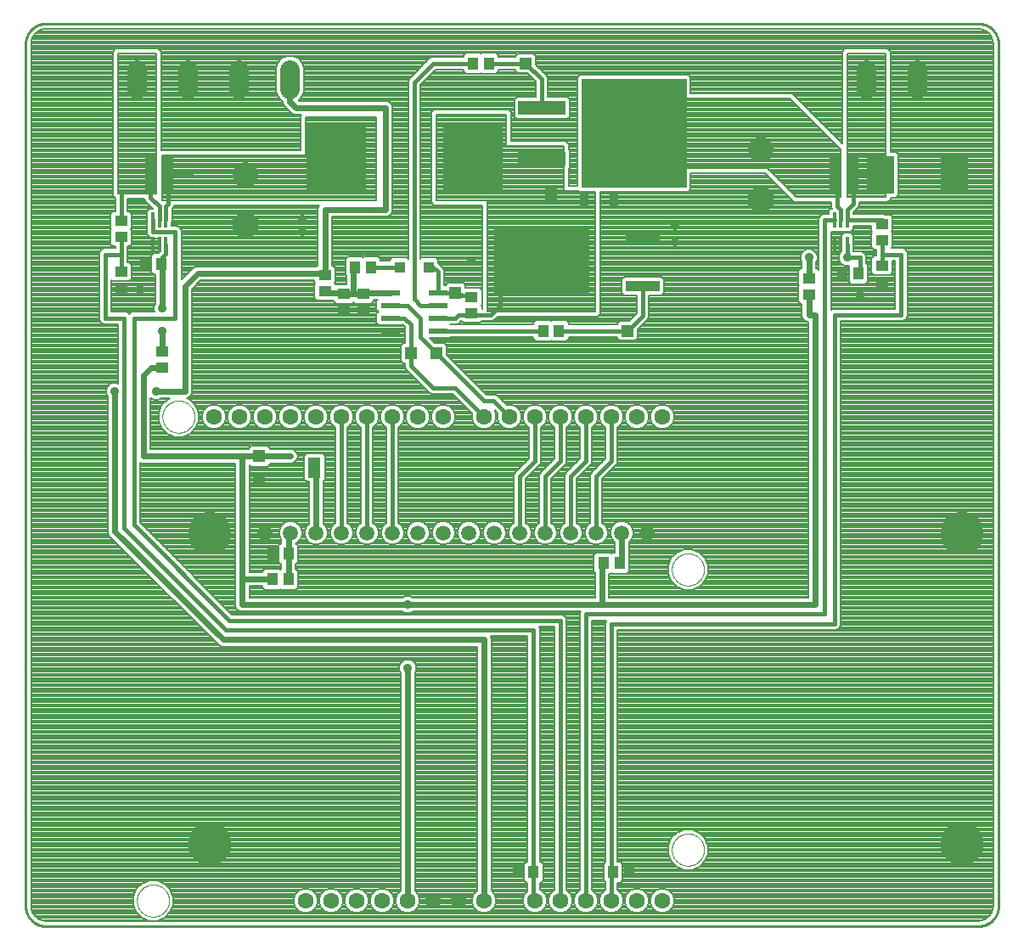
<source format=gtl>
G75*
%MOIN*%
%OFA0B0*%
%FSLAX25Y25*%
%IPPOS*%
%LPD*%
%AMOC8*
5,1,8,0,0,1.08239X$1,22.5*
%
%ADD10C,0.01000*%
%ADD11C,0.00000*%
%ADD12C,0.06299*%
%ADD13C,0.05906*%
%ADD14C,0.16992*%
%ADD15R,0.04331X0.05118*%
%ADD16R,0.05118X0.05118*%
%ADD17R,0.05118X0.07874*%
%ADD18R,0.18504X0.05709*%
%ADD19R,0.41339X0.42913*%
%ADD20R,0.13386X0.03937*%
%ADD21R,0.37795X0.26772*%
%ADD22R,0.03543X0.04724*%
%ADD23R,0.23622X0.27559*%
%ADD24C,0.10000*%
%ADD25OC8,0.10000*%
%ADD26R,0.05118X0.04331*%
%ADD27R,0.03937X0.14567*%
%ADD28R,0.01378X0.05906*%
%ADD29R,0.07800X0.02200*%
%ADD30R,0.04331X0.04331*%
%ADD31R,0.11024X0.14961*%
%ADD32C,0.07677*%
%ADD33C,0.02400*%
%ADD34C,0.03562*%
%ADD35C,0.00800*%
%ADD36C,0.01600*%
%ADD37R,0.04724X0.04724*%
D10*
X0030095Y0010207D02*
X0030095Y0348790D01*
X0030097Y0348980D01*
X0030104Y0349170D01*
X0030116Y0349360D01*
X0030132Y0349550D01*
X0030152Y0349739D01*
X0030178Y0349928D01*
X0030207Y0350116D01*
X0030242Y0350303D01*
X0030281Y0350489D01*
X0030324Y0350674D01*
X0030372Y0350859D01*
X0030424Y0351042D01*
X0030480Y0351223D01*
X0030541Y0351403D01*
X0030607Y0351582D01*
X0030676Y0351759D01*
X0030750Y0351935D01*
X0030828Y0352108D01*
X0030911Y0352280D01*
X0030997Y0352449D01*
X0031087Y0352617D01*
X0031182Y0352782D01*
X0031280Y0352945D01*
X0031383Y0353105D01*
X0031489Y0353263D01*
X0031599Y0353418D01*
X0031712Y0353571D01*
X0031830Y0353721D01*
X0031951Y0353867D01*
X0032075Y0354011D01*
X0032203Y0354152D01*
X0032334Y0354290D01*
X0032469Y0354425D01*
X0032607Y0354556D01*
X0032748Y0354684D01*
X0032892Y0354808D01*
X0033038Y0354929D01*
X0033188Y0355047D01*
X0033341Y0355160D01*
X0033496Y0355270D01*
X0033654Y0355376D01*
X0033814Y0355479D01*
X0033977Y0355577D01*
X0034142Y0355672D01*
X0034310Y0355762D01*
X0034479Y0355848D01*
X0034651Y0355931D01*
X0034824Y0356009D01*
X0035000Y0356083D01*
X0035177Y0356152D01*
X0035356Y0356218D01*
X0035536Y0356279D01*
X0035717Y0356335D01*
X0035900Y0356387D01*
X0036085Y0356435D01*
X0036270Y0356478D01*
X0036456Y0356517D01*
X0036643Y0356552D01*
X0036831Y0356581D01*
X0037020Y0356607D01*
X0037209Y0356627D01*
X0037399Y0356643D01*
X0037589Y0356655D01*
X0037779Y0356662D01*
X0037969Y0356664D01*
X0404111Y0356664D01*
X0404301Y0356662D01*
X0404491Y0356655D01*
X0404681Y0356643D01*
X0404871Y0356627D01*
X0405060Y0356607D01*
X0405249Y0356581D01*
X0405437Y0356552D01*
X0405624Y0356517D01*
X0405810Y0356478D01*
X0405995Y0356435D01*
X0406180Y0356387D01*
X0406363Y0356335D01*
X0406544Y0356279D01*
X0406724Y0356218D01*
X0406903Y0356152D01*
X0407080Y0356083D01*
X0407256Y0356009D01*
X0407429Y0355931D01*
X0407601Y0355848D01*
X0407770Y0355762D01*
X0407938Y0355672D01*
X0408103Y0355577D01*
X0408266Y0355479D01*
X0408426Y0355376D01*
X0408584Y0355270D01*
X0408739Y0355160D01*
X0408892Y0355047D01*
X0409042Y0354929D01*
X0409188Y0354808D01*
X0409332Y0354684D01*
X0409473Y0354556D01*
X0409611Y0354425D01*
X0409746Y0354290D01*
X0409877Y0354152D01*
X0410005Y0354011D01*
X0410129Y0353867D01*
X0410250Y0353721D01*
X0410368Y0353571D01*
X0410481Y0353418D01*
X0410591Y0353263D01*
X0410697Y0353105D01*
X0410800Y0352945D01*
X0410898Y0352782D01*
X0410993Y0352617D01*
X0411083Y0352449D01*
X0411169Y0352280D01*
X0411252Y0352108D01*
X0411330Y0351935D01*
X0411404Y0351759D01*
X0411473Y0351582D01*
X0411539Y0351403D01*
X0411600Y0351223D01*
X0411656Y0351042D01*
X0411708Y0350859D01*
X0411756Y0350674D01*
X0411799Y0350489D01*
X0411838Y0350303D01*
X0411873Y0350116D01*
X0411902Y0349928D01*
X0411928Y0349739D01*
X0411948Y0349550D01*
X0411964Y0349360D01*
X0411976Y0349170D01*
X0411983Y0348980D01*
X0411985Y0348790D01*
X0411985Y0010207D01*
X0411983Y0010017D01*
X0411976Y0009827D01*
X0411964Y0009637D01*
X0411948Y0009447D01*
X0411928Y0009258D01*
X0411902Y0009069D01*
X0411873Y0008881D01*
X0411838Y0008694D01*
X0411799Y0008508D01*
X0411756Y0008323D01*
X0411708Y0008138D01*
X0411656Y0007955D01*
X0411600Y0007774D01*
X0411539Y0007594D01*
X0411473Y0007415D01*
X0411404Y0007238D01*
X0411330Y0007062D01*
X0411252Y0006889D01*
X0411169Y0006717D01*
X0411083Y0006548D01*
X0410993Y0006380D01*
X0410898Y0006215D01*
X0410800Y0006052D01*
X0410697Y0005892D01*
X0410591Y0005734D01*
X0410481Y0005579D01*
X0410368Y0005426D01*
X0410250Y0005276D01*
X0410129Y0005130D01*
X0410005Y0004986D01*
X0409877Y0004845D01*
X0409746Y0004707D01*
X0409611Y0004572D01*
X0409473Y0004441D01*
X0409332Y0004313D01*
X0409188Y0004189D01*
X0409042Y0004068D01*
X0408892Y0003950D01*
X0408739Y0003837D01*
X0408584Y0003727D01*
X0408426Y0003621D01*
X0408266Y0003518D01*
X0408103Y0003420D01*
X0407938Y0003325D01*
X0407770Y0003235D01*
X0407601Y0003149D01*
X0407429Y0003066D01*
X0407256Y0002988D01*
X0407080Y0002914D01*
X0406903Y0002845D01*
X0406724Y0002779D01*
X0406544Y0002718D01*
X0406363Y0002662D01*
X0406180Y0002610D01*
X0405995Y0002562D01*
X0405810Y0002519D01*
X0405624Y0002480D01*
X0405437Y0002445D01*
X0405249Y0002416D01*
X0405060Y0002390D01*
X0404871Y0002370D01*
X0404681Y0002354D01*
X0404491Y0002342D01*
X0404301Y0002335D01*
X0404111Y0002333D01*
X0286158Y0002333D01*
X0286095Y0002333D01*
X0037969Y0002333D01*
X0037779Y0002335D01*
X0037589Y0002342D01*
X0037399Y0002354D01*
X0037209Y0002370D01*
X0037020Y0002390D01*
X0036831Y0002416D01*
X0036643Y0002445D01*
X0036456Y0002480D01*
X0036270Y0002519D01*
X0036085Y0002562D01*
X0035900Y0002610D01*
X0035717Y0002662D01*
X0035536Y0002718D01*
X0035356Y0002779D01*
X0035177Y0002845D01*
X0035000Y0002914D01*
X0034824Y0002988D01*
X0034651Y0003066D01*
X0034479Y0003149D01*
X0034310Y0003235D01*
X0034142Y0003325D01*
X0033977Y0003420D01*
X0033814Y0003518D01*
X0033654Y0003621D01*
X0033496Y0003727D01*
X0033341Y0003837D01*
X0033188Y0003950D01*
X0033038Y0004068D01*
X0032892Y0004189D01*
X0032748Y0004313D01*
X0032607Y0004441D01*
X0032469Y0004572D01*
X0032334Y0004707D01*
X0032203Y0004845D01*
X0032075Y0004986D01*
X0031951Y0005130D01*
X0031830Y0005276D01*
X0031712Y0005426D01*
X0031599Y0005579D01*
X0031489Y0005734D01*
X0031383Y0005892D01*
X0031280Y0006052D01*
X0031182Y0006215D01*
X0031087Y0006380D01*
X0030997Y0006548D01*
X0030911Y0006717D01*
X0030828Y0006889D01*
X0030750Y0007062D01*
X0030676Y0007238D01*
X0030607Y0007415D01*
X0030541Y0007594D01*
X0030480Y0007774D01*
X0030424Y0007955D01*
X0030372Y0008138D01*
X0030324Y0008323D01*
X0030281Y0008508D01*
X0030242Y0008694D01*
X0030207Y0008881D01*
X0030178Y0009069D01*
X0030152Y0009258D01*
X0030132Y0009447D01*
X0030116Y0009637D01*
X0030104Y0009827D01*
X0030097Y0010017D01*
X0030095Y0010207D01*
X0286095Y0002334D02*
X0286105Y0002341D01*
X0286115Y0002345D01*
X0286127Y0002347D01*
X0286139Y0002345D01*
X0286150Y0002341D01*
X0286159Y0002334D01*
D11*
X0283796Y0032333D02*
X0283798Y0032491D01*
X0283804Y0032649D01*
X0283814Y0032807D01*
X0283828Y0032965D01*
X0283846Y0033122D01*
X0283867Y0033279D01*
X0283893Y0033435D01*
X0283923Y0033591D01*
X0283956Y0033746D01*
X0283994Y0033899D01*
X0284035Y0034052D01*
X0284080Y0034204D01*
X0284129Y0034355D01*
X0284182Y0034504D01*
X0284238Y0034652D01*
X0284298Y0034798D01*
X0284362Y0034943D01*
X0284430Y0035086D01*
X0284501Y0035228D01*
X0284575Y0035368D01*
X0284653Y0035505D01*
X0284735Y0035641D01*
X0284819Y0035775D01*
X0284908Y0035906D01*
X0284999Y0036035D01*
X0285094Y0036162D01*
X0285191Y0036287D01*
X0285292Y0036409D01*
X0285396Y0036528D01*
X0285503Y0036645D01*
X0285613Y0036759D01*
X0285726Y0036870D01*
X0285841Y0036979D01*
X0285959Y0037084D01*
X0286080Y0037186D01*
X0286203Y0037286D01*
X0286329Y0037382D01*
X0286457Y0037475D01*
X0286587Y0037565D01*
X0286720Y0037651D01*
X0286855Y0037735D01*
X0286991Y0037814D01*
X0287130Y0037891D01*
X0287271Y0037963D01*
X0287413Y0038033D01*
X0287557Y0038098D01*
X0287703Y0038160D01*
X0287850Y0038218D01*
X0287999Y0038273D01*
X0288149Y0038324D01*
X0288300Y0038371D01*
X0288452Y0038414D01*
X0288605Y0038453D01*
X0288760Y0038489D01*
X0288915Y0038520D01*
X0289071Y0038548D01*
X0289227Y0038572D01*
X0289384Y0038592D01*
X0289542Y0038608D01*
X0289699Y0038620D01*
X0289858Y0038628D01*
X0290016Y0038632D01*
X0290174Y0038632D01*
X0290332Y0038628D01*
X0290491Y0038620D01*
X0290648Y0038608D01*
X0290806Y0038592D01*
X0290963Y0038572D01*
X0291119Y0038548D01*
X0291275Y0038520D01*
X0291430Y0038489D01*
X0291585Y0038453D01*
X0291738Y0038414D01*
X0291890Y0038371D01*
X0292041Y0038324D01*
X0292191Y0038273D01*
X0292340Y0038218D01*
X0292487Y0038160D01*
X0292633Y0038098D01*
X0292777Y0038033D01*
X0292919Y0037963D01*
X0293060Y0037891D01*
X0293199Y0037814D01*
X0293335Y0037735D01*
X0293470Y0037651D01*
X0293603Y0037565D01*
X0293733Y0037475D01*
X0293861Y0037382D01*
X0293987Y0037286D01*
X0294110Y0037186D01*
X0294231Y0037084D01*
X0294349Y0036979D01*
X0294464Y0036870D01*
X0294577Y0036759D01*
X0294687Y0036645D01*
X0294794Y0036528D01*
X0294898Y0036409D01*
X0294999Y0036287D01*
X0295096Y0036162D01*
X0295191Y0036035D01*
X0295282Y0035906D01*
X0295371Y0035775D01*
X0295455Y0035641D01*
X0295537Y0035505D01*
X0295615Y0035368D01*
X0295689Y0035228D01*
X0295760Y0035086D01*
X0295828Y0034943D01*
X0295892Y0034798D01*
X0295952Y0034652D01*
X0296008Y0034504D01*
X0296061Y0034355D01*
X0296110Y0034204D01*
X0296155Y0034052D01*
X0296196Y0033899D01*
X0296234Y0033746D01*
X0296267Y0033591D01*
X0296297Y0033435D01*
X0296323Y0033279D01*
X0296344Y0033122D01*
X0296362Y0032965D01*
X0296376Y0032807D01*
X0296386Y0032649D01*
X0296392Y0032491D01*
X0296394Y0032333D01*
X0296392Y0032175D01*
X0296386Y0032017D01*
X0296376Y0031859D01*
X0296362Y0031701D01*
X0296344Y0031544D01*
X0296323Y0031387D01*
X0296297Y0031231D01*
X0296267Y0031075D01*
X0296234Y0030920D01*
X0296196Y0030767D01*
X0296155Y0030614D01*
X0296110Y0030462D01*
X0296061Y0030311D01*
X0296008Y0030162D01*
X0295952Y0030014D01*
X0295892Y0029868D01*
X0295828Y0029723D01*
X0295760Y0029580D01*
X0295689Y0029438D01*
X0295615Y0029298D01*
X0295537Y0029161D01*
X0295455Y0029025D01*
X0295371Y0028891D01*
X0295282Y0028760D01*
X0295191Y0028631D01*
X0295096Y0028504D01*
X0294999Y0028379D01*
X0294898Y0028257D01*
X0294794Y0028138D01*
X0294687Y0028021D01*
X0294577Y0027907D01*
X0294464Y0027796D01*
X0294349Y0027687D01*
X0294231Y0027582D01*
X0294110Y0027480D01*
X0293987Y0027380D01*
X0293861Y0027284D01*
X0293733Y0027191D01*
X0293603Y0027101D01*
X0293470Y0027015D01*
X0293335Y0026931D01*
X0293199Y0026852D01*
X0293060Y0026775D01*
X0292919Y0026703D01*
X0292777Y0026633D01*
X0292633Y0026568D01*
X0292487Y0026506D01*
X0292340Y0026448D01*
X0292191Y0026393D01*
X0292041Y0026342D01*
X0291890Y0026295D01*
X0291738Y0026252D01*
X0291585Y0026213D01*
X0291430Y0026177D01*
X0291275Y0026146D01*
X0291119Y0026118D01*
X0290963Y0026094D01*
X0290806Y0026074D01*
X0290648Y0026058D01*
X0290491Y0026046D01*
X0290332Y0026038D01*
X0290174Y0026034D01*
X0290016Y0026034D01*
X0289858Y0026038D01*
X0289699Y0026046D01*
X0289542Y0026058D01*
X0289384Y0026074D01*
X0289227Y0026094D01*
X0289071Y0026118D01*
X0288915Y0026146D01*
X0288760Y0026177D01*
X0288605Y0026213D01*
X0288452Y0026252D01*
X0288300Y0026295D01*
X0288149Y0026342D01*
X0287999Y0026393D01*
X0287850Y0026448D01*
X0287703Y0026506D01*
X0287557Y0026568D01*
X0287413Y0026633D01*
X0287271Y0026703D01*
X0287130Y0026775D01*
X0286991Y0026852D01*
X0286855Y0026931D01*
X0286720Y0027015D01*
X0286587Y0027101D01*
X0286457Y0027191D01*
X0286329Y0027284D01*
X0286203Y0027380D01*
X0286080Y0027480D01*
X0285959Y0027582D01*
X0285841Y0027687D01*
X0285726Y0027796D01*
X0285613Y0027907D01*
X0285503Y0028021D01*
X0285396Y0028138D01*
X0285292Y0028257D01*
X0285191Y0028379D01*
X0285094Y0028504D01*
X0284999Y0028631D01*
X0284908Y0028760D01*
X0284819Y0028891D01*
X0284735Y0029025D01*
X0284653Y0029161D01*
X0284575Y0029298D01*
X0284501Y0029438D01*
X0284430Y0029580D01*
X0284362Y0029723D01*
X0284298Y0029868D01*
X0284238Y0030014D01*
X0284182Y0030162D01*
X0284129Y0030311D01*
X0284080Y0030462D01*
X0284035Y0030614D01*
X0283994Y0030767D01*
X0283956Y0030920D01*
X0283923Y0031075D01*
X0283893Y0031231D01*
X0283867Y0031387D01*
X0283846Y0031544D01*
X0283828Y0031701D01*
X0283814Y0031859D01*
X0283804Y0032017D01*
X0283798Y0032175D01*
X0283796Y0032333D01*
X0283796Y0142333D02*
X0283798Y0142491D01*
X0283804Y0142649D01*
X0283814Y0142807D01*
X0283828Y0142965D01*
X0283846Y0143122D01*
X0283867Y0143279D01*
X0283893Y0143435D01*
X0283923Y0143591D01*
X0283956Y0143746D01*
X0283994Y0143899D01*
X0284035Y0144052D01*
X0284080Y0144204D01*
X0284129Y0144355D01*
X0284182Y0144504D01*
X0284238Y0144652D01*
X0284298Y0144798D01*
X0284362Y0144943D01*
X0284430Y0145086D01*
X0284501Y0145228D01*
X0284575Y0145368D01*
X0284653Y0145505D01*
X0284735Y0145641D01*
X0284819Y0145775D01*
X0284908Y0145906D01*
X0284999Y0146035D01*
X0285094Y0146162D01*
X0285191Y0146287D01*
X0285292Y0146409D01*
X0285396Y0146528D01*
X0285503Y0146645D01*
X0285613Y0146759D01*
X0285726Y0146870D01*
X0285841Y0146979D01*
X0285959Y0147084D01*
X0286080Y0147186D01*
X0286203Y0147286D01*
X0286329Y0147382D01*
X0286457Y0147475D01*
X0286587Y0147565D01*
X0286720Y0147651D01*
X0286855Y0147735D01*
X0286991Y0147814D01*
X0287130Y0147891D01*
X0287271Y0147963D01*
X0287413Y0148033D01*
X0287557Y0148098D01*
X0287703Y0148160D01*
X0287850Y0148218D01*
X0287999Y0148273D01*
X0288149Y0148324D01*
X0288300Y0148371D01*
X0288452Y0148414D01*
X0288605Y0148453D01*
X0288760Y0148489D01*
X0288915Y0148520D01*
X0289071Y0148548D01*
X0289227Y0148572D01*
X0289384Y0148592D01*
X0289542Y0148608D01*
X0289699Y0148620D01*
X0289858Y0148628D01*
X0290016Y0148632D01*
X0290174Y0148632D01*
X0290332Y0148628D01*
X0290491Y0148620D01*
X0290648Y0148608D01*
X0290806Y0148592D01*
X0290963Y0148572D01*
X0291119Y0148548D01*
X0291275Y0148520D01*
X0291430Y0148489D01*
X0291585Y0148453D01*
X0291738Y0148414D01*
X0291890Y0148371D01*
X0292041Y0148324D01*
X0292191Y0148273D01*
X0292340Y0148218D01*
X0292487Y0148160D01*
X0292633Y0148098D01*
X0292777Y0148033D01*
X0292919Y0147963D01*
X0293060Y0147891D01*
X0293199Y0147814D01*
X0293335Y0147735D01*
X0293470Y0147651D01*
X0293603Y0147565D01*
X0293733Y0147475D01*
X0293861Y0147382D01*
X0293987Y0147286D01*
X0294110Y0147186D01*
X0294231Y0147084D01*
X0294349Y0146979D01*
X0294464Y0146870D01*
X0294577Y0146759D01*
X0294687Y0146645D01*
X0294794Y0146528D01*
X0294898Y0146409D01*
X0294999Y0146287D01*
X0295096Y0146162D01*
X0295191Y0146035D01*
X0295282Y0145906D01*
X0295371Y0145775D01*
X0295455Y0145641D01*
X0295537Y0145505D01*
X0295615Y0145368D01*
X0295689Y0145228D01*
X0295760Y0145086D01*
X0295828Y0144943D01*
X0295892Y0144798D01*
X0295952Y0144652D01*
X0296008Y0144504D01*
X0296061Y0144355D01*
X0296110Y0144204D01*
X0296155Y0144052D01*
X0296196Y0143899D01*
X0296234Y0143746D01*
X0296267Y0143591D01*
X0296297Y0143435D01*
X0296323Y0143279D01*
X0296344Y0143122D01*
X0296362Y0142965D01*
X0296376Y0142807D01*
X0296386Y0142649D01*
X0296392Y0142491D01*
X0296394Y0142333D01*
X0296392Y0142175D01*
X0296386Y0142017D01*
X0296376Y0141859D01*
X0296362Y0141701D01*
X0296344Y0141544D01*
X0296323Y0141387D01*
X0296297Y0141231D01*
X0296267Y0141075D01*
X0296234Y0140920D01*
X0296196Y0140767D01*
X0296155Y0140614D01*
X0296110Y0140462D01*
X0296061Y0140311D01*
X0296008Y0140162D01*
X0295952Y0140014D01*
X0295892Y0139868D01*
X0295828Y0139723D01*
X0295760Y0139580D01*
X0295689Y0139438D01*
X0295615Y0139298D01*
X0295537Y0139161D01*
X0295455Y0139025D01*
X0295371Y0138891D01*
X0295282Y0138760D01*
X0295191Y0138631D01*
X0295096Y0138504D01*
X0294999Y0138379D01*
X0294898Y0138257D01*
X0294794Y0138138D01*
X0294687Y0138021D01*
X0294577Y0137907D01*
X0294464Y0137796D01*
X0294349Y0137687D01*
X0294231Y0137582D01*
X0294110Y0137480D01*
X0293987Y0137380D01*
X0293861Y0137284D01*
X0293733Y0137191D01*
X0293603Y0137101D01*
X0293470Y0137015D01*
X0293335Y0136931D01*
X0293199Y0136852D01*
X0293060Y0136775D01*
X0292919Y0136703D01*
X0292777Y0136633D01*
X0292633Y0136568D01*
X0292487Y0136506D01*
X0292340Y0136448D01*
X0292191Y0136393D01*
X0292041Y0136342D01*
X0291890Y0136295D01*
X0291738Y0136252D01*
X0291585Y0136213D01*
X0291430Y0136177D01*
X0291275Y0136146D01*
X0291119Y0136118D01*
X0290963Y0136094D01*
X0290806Y0136074D01*
X0290648Y0136058D01*
X0290491Y0136046D01*
X0290332Y0136038D01*
X0290174Y0136034D01*
X0290016Y0136034D01*
X0289858Y0136038D01*
X0289699Y0136046D01*
X0289542Y0136058D01*
X0289384Y0136074D01*
X0289227Y0136094D01*
X0289071Y0136118D01*
X0288915Y0136146D01*
X0288760Y0136177D01*
X0288605Y0136213D01*
X0288452Y0136252D01*
X0288300Y0136295D01*
X0288149Y0136342D01*
X0287999Y0136393D01*
X0287850Y0136448D01*
X0287703Y0136506D01*
X0287557Y0136568D01*
X0287413Y0136633D01*
X0287271Y0136703D01*
X0287130Y0136775D01*
X0286991Y0136852D01*
X0286855Y0136931D01*
X0286720Y0137015D01*
X0286587Y0137101D01*
X0286457Y0137191D01*
X0286329Y0137284D01*
X0286203Y0137380D01*
X0286080Y0137480D01*
X0285959Y0137582D01*
X0285841Y0137687D01*
X0285726Y0137796D01*
X0285613Y0137907D01*
X0285503Y0138021D01*
X0285396Y0138138D01*
X0285292Y0138257D01*
X0285191Y0138379D01*
X0285094Y0138504D01*
X0284999Y0138631D01*
X0284908Y0138760D01*
X0284819Y0138891D01*
X0284735Y0139025D01*
X0284653Y0139161D01*
X0284575Y0139298D01*
X0284501Y0139438D01*
X0284430Y0139580D01*
X0284362Y0139723D01*
X0284298Y0139868D01*
X0284238Y0140014D01*
X0284182Y0140162D01*
X0284129Y0140311D01*
X0284080Y0140462D01*
X0284035Y0140614D01*
X0283994Y0140767D01*
X0283956Y0140920D01*
X0283923Y0141075D01*
X0283893Y0141231D01*
X0283867Y0141387D01*
X0283846Y0141544D01*
X0283828Y0141701D01*
X0283814Y0141859D01*
X0283804Y0142017D01*
X0283798Y0142175D01*
X0283796Y0142333D01*
X0083796Y0202333D02*
X0083798Y0202491D01*
X0083804Y0202649D01*
X0083814Y0202807D01*
X0083828Y0202965D01*
X0083846Y0203122D01*
X0083867Y0203279D01*
X0083893Y0203435D01*
X0083923Y0203591D01*
X0083956Y0203746D01*
X0083994Y0203899D01*
X0084035Y0204052D01*
X0084080Y0204204D01*
X0084129Y0204355D01*
X0084182Y0204504D01*
X0084238Y0204652D01*
X0084298Y0204798D01*
X0084362Y0204943D01*
X0084430Y0205086D01*
X0084501Y0205228D01*
X0084575Y0205368D01*
X0084653Y0205505D01*
X0084735Y0205641D01*
X0084819Y0205775D01*
X0084908Y0205906D01*
X0084999Y0206035D01*
X0085094Y0206162D01*
X0085191Y0206287D01*
X0085292Y0206409D01*
X0085396Y0206528D01*
X0085503Y0206645D01*
X0085613Y0206759D01*
X0085726Y0206870D01*
X0085841Y0206979D01*
X0085959Y0207084D01*
X0086080Y0207186D01*
X0086203Y0207286D01*
X0086329Y0207382D01*
X0086457Y0207475D01*
X0086587Y0207565D01*
X0086720Y0207651D01*
X0086855Y0207735D01*
X0086991Y0207814D01*
X0087130Y0207891D01*
X0087271Y0207963D01*
X0087413Y0208033D01*
X0087557Y0208098D01*
X0087703Y0208160D01*
X0087850Y0208218D01*
X0087999Y0208273D01*
X0088149Y0208324D01*
X0088300Y0208371D01*
X0088452Y0208414D01*
X0088605Y0208453D01*
X0088760Y0208489D01*
X0088915Y0208520D01*
X0089071Y0208548D01*
X0089227Y0208572D01*
X0089384Y0208592D01*
X0089542Y0208608D01*
X0089699Y0208620D01*
X0089858Y0208628D01*
X0090016Y0208632D01*
X0090174Y0208632D01*
X0090332Y0208628D01*
X0090491Y0208620D01*
X0090648Y0208608D01*
X0090806Y0208592D01*
X0090963Y0208572D01*
X0091119Y0208548D01*
X0091275Y0208520D01*
X0091430Y0208489D01*
X0091585Y0208453D01*
X0091738Y0208414D01*
X0091890Y0208371D01*
X0092041Y0208324D01*
X0092191Y0208273D01*
X0092340Y0208218D01*
X0092487Y0208160D01*
X0092633Y0208098D01*
X0092777Y0208033D01*
X0092919Y0207963D01*
X0093060Y0207891D01*
X0093199Y0207814D01*
X0093335Y0207735D01*
X0093470Y0207651D01*
X0093603Y0207565D01*
X0093733Y0207475D01*
X0093861Y0207382D01*
X0093987Y0207286D01*
X0094110Y0207186D01*
X0094231Y0207084D01*
X0094349Y0206979D01*
X0094464Y0206870D01*
X0094577Y0206759D01*
X0094687Y0206645D01*
X0094794Y0206528D01*
X0094898Y0206409D01*
X0094999Y0206287D01*
X0095096Y0206162D01*
X0095191Y0206035D01*
X0095282Y0205906D01*
X0095371Y0205775D01*
X0095455Y0205641D01*
X0095537Y0205505D01*
X0095615Y0205368D01*
X0095689Y0205228D01*
X0095760Y0205086D01*
X0095828Y0204943D01*
X0095892Y0204798D01*
X0095952Y0204652D01*
X0096008Y0204504D01*
X0096061Y0204355D01*
X0096110Y0204204D01*
X0096155Y0204052D01*
X0096196Y0203899D01*
X0096234Y0203746D01*
X0096267Y0203591D01*
X0096297Y0203435D01*
X0096323Y0203279D01*
X0096344Y0203122D01*
X0096362Y0202965D01*
X0096376Y0202807D01*
X0096386Y0202649D01*
X0096392Y0202491D01*
X0096394Y0202333D01*
X0096392Y0202175D01*
X0096386Y0202017D01*
X0096376Y0201859D01*
X0096362Y0201701D01*
X0096344Y0201544D01*
X0096323Y0201387D01*
X0096297Y0201231D01*
X0096267Y0201075D01*
X0096234Y0200920D01*
X0096196Y0200767D01*
X0096155Y0200614D01*
X0096110Y0200462D01*
X0096061Y0200311D01*
X0096008Y0200162D01*
X0095952Y0200014D01*
X0095892Y0199868D01*
X0095828Y0199723D01*
X0095760Y0199580D01*
X0095689Y0199438D01*
X0095615Y0199298D01*
X0095537Y0199161D01*
X0095455Y0199025D01*
X0095371Y0198891D01*
X0095282Y0198760D01*
X0095191Y0198631D01*
X0095096Y0198504D01*
X0094999Y0198379D01*
X0094898Y0198257D01*
X0094794Y0198138D01*
X0094687Y0198021D01*
X0094577Y0197907D01*
X0094464Y0197796D01*
X0094349Y0197687D01*
X0094231Y0197582D01*
X0094110Y0197480D01*
X0093987Y0197380D01*
X0093861Y0197284D01*
X0093733Y0197191D01*
X0093603Y0197101D01*
X0093470Y0197015D01*
X0093335Y0196931D01*
X0093199Y0196852D01*
X0093060Y0196775D01*
X0092919Y0196703D01*
X0092777Y0196633D01*
X0092633Y0196568D01*
X0092487Y0196506D01*
X0092340Y0196448D01*
X0092191Y0196393D01*
X0092041Y0196342D01*
X0091890Y0196295D01*
X0091738Y0196252D01*
X0091585Y0196213D01*
X0091430Y0196177D01*
X0091275Y0196146D01*
X0091119Y0196118D01*
X0090963Y0196094D01*
X0090806Y0196074D01*
X0090648Y0196058D01*
X0090491Y0196046D01*
X0090332Y0196038D01*
X0090174Y0196034D01*
X0090016Y0196034D01*
X0089858Y0196038D01*
X0089699Y0196046D01*
X0089542Y0196058D01*
X0089384Y0196074D01*
X0089227Y0196094D01*
X0089071Y0196118D01*
X0088915Y0196146D01*
X0088760Y0196177D01*
X0088605Y0196213D01*
X0088452Y0196252D01*
X0088300Y0196295D01*
X0088149Y0196342D01*
X0087999Y0196393D01*
X0087850Y0196448D01*
X0087703Y0196506D01*
X0087557Y0196568D01*
X0087413Y0196633D01*
X0087271Y0196703D01*
X0087130Y0196775D01*
X0086991Y0196852D01*
X0086855Y0196931D01*
X0086720Y0197015D01*
X0086587Y0197101D01*
X0086457Y0197191D01*
X0086329Y0197284D01*
X0086203Y0197380D01*
X0086080Y0197480D01*
X0085959Y0197582D01*
X0085841Y0197687D01*
X0085726Y0197796D01*
X0085613Y0197907D01*
X0085503Y0198021D01*
X0085396Y0198138D01*
X0085292Y0198257D01*
X0085191Y0198379D01*
X0085094Y0198504D01*
X0084999Y0198631D01*
X0084908Y0198760D01*
X0084819Y0198891D01*
X0084735Y0199025D01*
X0084653Y0199161D01*
X0084575Y0199298D01*
X0084501Y0199438D01*
X0084430Y0199580D01*
X0084362Y0199723D01*
X0084298Y0199868D01*
X0084238Y0200014D01*
X0084182Y0200162D01*
X0084129Y0200311D01*
X0084080Y0200462D01*
X0084035Y0200614D01*
X0083994Y0200767D01*
X0083956Y0200920D01*
X0083923Y0201075D01*
X0083893Y0201231D01*
X0083867Y0201387D01*
X0083846Y0201544D01*
X0083828Y0201701D01*
X0083814Y0201859D01*
X0083804Y0202017D01*
X0083798Y0202175D01*
X0083796Y0202333D01*
X0073796Y0012333D02*
X0073798Y0012491D01*
X0073804Y0012649D01*
X0073814Y0012807D01*
X0073828Y0012965D01*
X0073846Y0013122D01*
X0073867Y0013279D01*
X0073893Y0013435D01*
X0073923Y0013591D01*
X0073956Y0013746D01*
X0073994Y0013899D01*
X0074035Y0014052D01*
X0074080Y0014204D01*
X0074129Y0014355D01*
X0074182Y0014504D01*
X0074238Y0014652D01*
X0074298Y0014798D01*
X0074362Y0014943D01*
X0074430Y0015086D01*
X0074501Y0015228D01*
X0074575Y0015368D01*
X0074653Y0015505D01*
X0074735Y0015641D01*
X0074819Y0015775D01*
X0074908Y0015906D01*
X0074999Y0016035D01*
X0075094Y0016162D01*
X0075191Y0016287D01*
X0075292Y0016409D01*
X0075396Y0016528D01*
X0075503Y0016645D01*
X0075613Y0016759D01*
X0075726Y0016870D01*
X0075841Y0016979D01*
X0075959Y0017084D01*
X0076080Y0017186D01*
X0076203Y0017286D01*
X0076329Y0017382D01*
X0076457Y0017475D01*
X0076587Y0017565D01*
X0076720Y0017651D01*
X0076855Y0017735D01*
X0076991Y0017814D01*
X0077130Y0017891D01*
X0077271Y0017963D01*
X0077413Y0018033D01*
X0077557Y0018098D01*
X0077703Y0018160D01*
X0077850Y0018218D01*
X0077999Y0018273D01*
X0078149Y0018324D01*
X0078300Y0018371D01*
X0078452Y0018414D01*
X0078605Y0018453D01*
X0078760Y0018489D01*
X0078915Y0018520D01*
X0079071Y0018548D01*
X0079227Y0018572D01*
X0079384Y0018592D01*
X0079542Y0018608D01*
X0079699Y0018620D01*
X0079858Y0018628D01*
X0080016Y0018632D01*
X0080174Y0018632D01*
X0080332Y0018628D01*
X0080491Y0018620D01*
X0080648Y0018608D01*
X0080806Y0018592D01*
X0080963Y0018572D01*
X0081119Y0018548D01*
X0081275Y0018520D01*
X0081430Y0018489D01*
X0081585Y0018453D01*
X0081738Y0018414D01*
X0081890Y0018371D01*
X0082041Y0018324D01*
X0082191Y0018273D01*
X0082340Y0018218D01*
X0082487Y0018160D01*
X0082633Y0018098D01*
X0082777Y0018033D01*
X0082919Y0017963D01*
X0083060Y0017891D01*
X0083199Y0017814D01*
X0083335Y0017735D01*
X0083470Y0017651D01*
X0083603Y0017565D01*
X0083733Y0017475D01*
X0083861Y0017382D01*
X0083987Y0017286D01*
X0084110Y0017186D01*
X0084231Y0017084D01*
X0084349Y0016979D01*
X0084464Y0016870D01*
X0084577Y0016759D01*
X0084687Y0016645D01*
X0084794Y0016528D01*
X0084898Y0016409D01*
X0084999Y0016287D01*
X0085096Y0016162D01*
X0085191Y0016035D01*
X0085282Y0015906D01*
X0085371Y0015775D01*
X0085455Y0015641D01*
X0085537Y0015505D01*
X0085615Y0015368D01*
X0085689Y0015228D01*
X0085760Y0015086D01*
X0085828Y0014943D01*
X0085892Y0014798D01*
X0085952Y0014652D01*
X0086008Y0014504D01*
X0086061Y0014355D01*
X0086110Y0014204D01*
X0086155Y0014052D01*
X0086196Y0013899D01*
X0086234Y0013746D01*
X0086267Y0013591D01*
X0086297Y0013435D01*
X0086323Y0013279D01*
X0086344Y0013122D01*
X0086362Y0012965D01*
X0086376Y0012807D01*
X0086386Y0012649D01*
X0086392Y0012491D01*
X0086394Y0012333D01*
X0086392Y0012175D01*
X0086386Y0012017D01*
X0086376Y0011859D01*
X0086362Y0011701D01*
X0086344Y0011544D01*
X0086323Y0011387D01*
X0086297Y0011231D01*
X0086267Y0011075D01*
X0086234Y0010920D01*
X0086196Y0010767D01*
X0086155Y0010614D01*
X0086110Y0010462D01*
X0086061Y0010311D01*
X0086008Y0010162D01*
X0085952Y0010014D01*
X0085892Y0009868D01*
X0085828Y0009723D01*
X0085760Y0009580D01*
X0085689Y0009438D01*
X0085615Y0009298D01*
X0085537Y0009161D01*
X0085455Y0009025D01*
X0085371Y0008891D01*
X0085282Y0008760D01*
X0085191Y0008631D01*
X0085096Y0008504D01*
X0084999Y0008379D01*
X0084898Y0008257D01*
X0084794Y0008138D01*
X0084687Y0008021D01*
X0084577Y0007907D01*
X0084464Y0007796D01*
X0084349Y0007687D01*
X0084231Y0007582D01*
X0084110Y0007480D01*
X0083987Y0007380D01*
X0083861Y0007284D01*
X0083733Y0007191D01*
X0083603Y0007101D01*
X0083470Y0007015D01*
X0083335Y0006931D01*
X0083199Y0006852D01*
X0083060Y0006775D01*
X0082919Y0006703D01*
X0082777Y0006633D01*
X0082633Y0006568D01*
X0082487Y0006506D01*
X0082340Y0006448D01*
X0082191Y0006393D01*
X0082041Y0006342D01*
X0081890Y0006295D01*
X0081738Y0006252D01*
X0081585Y0006213D01*
X0081430Y0006177D01*
X0081275Y0006146D01*
X0081119Y0006118D01*
X0080963Y0006094D01*
X0080806Y0006074D01*
X0080648Y0006058D01*
X0080491Y0006046D01*
X0080332Y0006038D01*
X0080174Y0006034D01*
X0080016Y0006034D01*
X0079858Y0006038D01*
X0079699Y0006046D01*
X0079542Y0006058D01*
X0079384Y0006074D01*
X0079227Y0006094D01*
X0079071Y0006118D01*
X0078915Y0006146D01*
X0078760Y0006177D01*
X0078605Y0006213D01*
X0078452Y0006252D01*
X0078300Y0006295D01*
X0078149Y0006342D01*
X0077999Y0006393D01*
X0077850Y0006448D01*
X0077703Y0006506D01*
X0077557Y0006568D01*
X0077413Y0006633D01*
X0077271Y0006703D01*
X0077130Y0006775D01*
X0076991Y0006852D01*
X0076855Y0006931D01*
X0076720Y0007015D01*
X0076587Y0007101D01*
X0076457Y0007191D01*
X0076329Y0007284D01*
X0076203Y0007380D01*
X0076080Y0007480D01*
X0075959Y0007582D01*
X0075841Y0007687D01*
X0075726Y0007796D01*
X0075613Y0007907D01*
X0075503Y0008021D01*
X0075396Y0008138D01*
X0075292Y0008257D01*
X0075191Y0008379D01*
X0075094Y0008504D01*
X0074999Y0008631D01*
X0074908Y0008760D01*
X0074819Y0008891D01*
X0074735Y0009025D01*
X0074653Y0009161D01*
X0074575Y0009298D01*
X0074501Y0009438D01*
X0074430Y0009580D01*
X0074362Y0009723D01*
X0074298Y0009868D01*
X0074238Y0010014D01*
X0074182Y0010162D01*
X0074129Y0010311D01*
X0074080Y0010462D01*
X0074035Y0010614D01*
X0073994Y0010767D01*
X0073956Y0010920D01*
X0073923Y0011075D01*
X0073893Y0011231D01*
X0073867Y0011387D01*
X0073846Y0011544D01*
X0073828Y0011701D01*
X0073814Y0011859D01*
X0073804Y0012017D01*
X0073798Y0012175D01*
X0073796Y0012333D01*
D12*
X0140095Y0012333D03*
X0150095Y0012333D03*
X0160095Y0012333D03*
X0170095Y0012333D03*
X0180095Y0012333D03*
X0190095Y0012333D03*
X0200095Y0012333D03*
X0210095Y0012333D03*
X0230095Y0012333D03*
X0240095Y0012333D03*
X0250095Y0012333D03*
X0260095Y0012333D03*
X0270095Y0012333D03*
X0280095Y0012333D03*
X0280095Y0202333D03*
X0270095Y0202333D03*
X0260095Y0202333D03*
X0250095Y0202333D03*
X0240095Y0202333D03*
X0230095Y0202333D03*
X0220095Y0202333D03*
X0210095Y0202333D03*
X0194095Y0202333D03*
X0184095Y0202333D03*
X0174095Y0202333D03*
X0164095Y0202333D03*
X0154095Y0202333D03*
X0144095Y0202333D03*
X0134095Y0202333D03*
X0124095Y0202333D03*
X0114095Y0202333D03*
X0104095Y0202333D03*
D13*
X0124091Y0156723D03*
X0134091Y0156723D03*
X0144091Y0156723D03*
X0154091Y0156723D03*
X0164091Y0156723D03*
X0174091Y0156723D03*
X0184091Y0156723D03*
X0194091Y0156723D03*
X0204091Y0156723D03*
X0214091Y0156723D03*
X0224091Y0156723D03*
X0234091Y0156723D03*
X0244091Y0156723D03*
X0254091Y0156723D03*
X0264091Y0156723D03*
X0274091Y0156723D03*
D14*
X0397713Y0156723D03*
X0397713Y0034676D03*
X0102438Y0034676D03*
X0102438Y0156723D03*
D15*
X0126946Y0148583D03*
X0133245Y0148583D03*
X0133245Y0138583D03*
X0126946Y0138583D03*
X0233196Y0236083D03*
X0239495Y0236083D03*
X0165745Y0261083D03*
X0159446Y0261083D03*
X0083245Y0262333D03*
X0076946Y0262333D03*
X0205696Y0341083D03*
X0211995Y0341083D03*
X0350696Y0258583D03*
X0356995Y0258583D03*
X0263245Y0144833D03*
X0256946Y0144833D03*
X0260696Y0023583D03*
X0266995Y0023583D03*
X0229495Y0023583D03*
X0223196Y0023583D03*
D16*
X0121768Y0177806D03*
X0121768Y0186861D03*
D17*
X0143422Y0182333D03*
D18*
X0232851Y0303583D03*
X0232851Y0323583D03*
D19*
X0268875Y0313583D03*
D20*
X0272329Y0273583D03*
X0272329Y0253583D03*
D21*
X0232566Y0263583D03*
D22*
X0249190Y0287333D03*
X0261001Y0287333D03*
D23*
X0205814Y0303583D03*
X0151877Y0303583D03*
D24*
X0116345Y0297176D03*
X0318845Y0307176D03*
D25*
X0318845Y0287491D03*
X0116345Y0277491D03*
D26*
X0147595Y0257983D03*
X0147595Y0251684D03*
X0155095Y0250483D03*
X0155095Y0244184D03*
X0162595Y0244184D03*
X0162595Y0250483D03*
X0205095Y0249233D03*
X0205095Y0242934D03*
X0083845Y0227983D03*
X0083845Y0221684D03*
X0067595Y0252934D03*
X0067595Y0259233D03*
X0067595Y0272934D03*
X0067595Y0279233D03*
X0337595Y0256733D03*
X0337595Y0250434D03*
X0366345Y0255434D03*
X0366345Y0261733D03*
X0366345Y0271684D03*
X0366345Y0277983D03*
D27*
X0354888Y0297333D03*
X0347802Y0297333D03*
X0086138Y0297333D03*
X0079052Y0297333D03*
D28*
X0080036Y0279558D03*
X0082595Y0279558D03*
X0085154Y0279558D03*
X0085154Y0270109D03*
X0082595Y0270109D03*
X0080036Y0270109D03*
X0347536Y0270109D03*
X0350095Y0270109D03*
X0352654Y0270109D03*
X0352654Y0279558D03*
X0350095Y0279558D03*
X0347536Y0279558D03*
D29*
X0191895Y0251083D03*
X0191895Y0246083D03*
X0191895Y0241083D03*
X0191895Y0236083D03*
X0173295Y0236083D03*
X0173295Y0241083D03*
X0173295Y0246083D03*
X0173295Y0251083D03*
D30*
X0176886Y0261083D03*
X0188304Y0261083D03*
D31*
X0365528Y0297333D03*
X0394662Y0297333D03*
D32*
X0380095Y0330995D02*
X0380095Y0338672D01*
X0360095Y0338672D02*
X0360095Y0330995D01*
X0133845Y0330995D02*
X0133845Y0338672D01*
X0113845Y0338672D02*
X0113845Y0330995D01*
X0093845Y0330995D02*
X0093845Y0338672D01*
X0073845Y0338672D02*
X0073845Y0330995D01*
D33*
X0133845Y0334833D02*
X0133845Y0326083D01*
X0136345Y0323583D01*
X0171345Y0323583D01*
X0171345Y0283583D01*
X0147595Y0283583D01*
X0147595Y0257983D01*
X0146995Y0258583D01*
X0097595Y0258583D01*
X0092595Y0253583D01*
X0092595Y0212333D01*
X0081345Y0212333D01*
X0076345Y0218583D02*
X0079446Y0221684D01*
X0083845Y0221684D01*
X0083845Y0227983D02*
X0083845Y0236083D01*
X0083845Y0244833D02*
X0083835Y0244843D01*
X0083835Y0262333D01*
X0083245Y0262333D01*
X0076345Y0218583D02*
X0076345Y0186861D01*
X0115095Y0186861D01*
X0115095Y0138583D01*
X0126946Y0138583D01*
X0133245Y0138583D02*
X0133245Y0148583D01*
X0133245Y0155877D01*
X0134091Y0156723D01*
X0144091Y0156723D02*
X0144091Y0181664D01*
X0143422Y0182333D01*
X0134091Y0186861D02*
X0121768Y0186861D01*
X0115095Y0186861D01*
X0065095Y0212333D02*
X0065095Y0157333D01*
X0107595Y0114833D01*
X0210095Y0114833D01*
X0210095Y0012333D01*
X0180095Y0012333D02*
X0180095Y0103583D01*
X0180095Y0128583D02*
X0115095Y0128583D01*
X0115095Y0138583D01*
X0180095Y0128583D02*
X0256345Y0128583D01*
X0256345Y0144833D01*
X0256946Y0144833D01*
X0263245Y0144833D02*
X0264091Y0145680D01*
X0264091Y0156723D01*
X0256345Y0128583D02*
X0340095Y0128583D01*
X0340095Y0242333D01*
X0337595Y0242333D01*
X0337595Y0250434D01*
X0337595Y0256733D02*
X0337595Y0264833D01*
X0173295Y0251083D02*
X0163196Y0251083D01*
X0162595Y0250483D01*
X0158845Y0250483D01*
X0155095Y0250483D01*
X0155095Y0251093D01*
X0148186Y0251093D01*
X0147595Y0251684D01*
X0158845Y0250483D02*
X0158845Y0261083D01*
X0159446Y0261083D01*
X0173295Y0251083D02*
X0173295Y0251073D01*
D34*
X0205095Y0263583D03*
X0266345Y0236083D03*
X0285095Y0271083D03*
X0285095Y0277333D03*
X0337595Y0264833D03*
X0352595Y0264833D03*
X0357595Y0249833D03*
X0180095Y0128583D03*
X0180095Y0103583D03*
X0081345Y0212333D03*
X0065095Y0212333D03*
X0083845Y0236083D03*
X0083845Y0244833D03*
X0075095Y0252333D03*
X0138845Y0274833D03*
X0138845Y0279833D03*
D35*
X0144795Y0280215D02*
X0087554Y0280215D01*
X0087554Y0279417D02*
X0144795Y0279417D01*
X0144795Y0278618D02*
X0087443Y0278618D01*
X0087443Y0278812D02*
X0087554Y0279080D01*
X0087554Y0283898D01*
X0088173Y0284517D01*
X0088511Y0285333D01*
X0145385Y0285333D01*
X0145221Y0285169D01*
X0144795Y0284140D01*
X0144795Y0261748D01*
X0144373Y0261748D01*
X0144008Y0261383D01*
X0097038Y0261383D01*
X0096009Y0260957D01*
X0095221Y0260169D01*
X0091245Y0256193D01*
X0091245Y0275311D01*
X0090880Y0276193D01*
X0090205Y0276868D01*
X0089323Y0277233D01*
X0087443Y0277233D01*
X0087443Y0278812D01*
X0087443Y0277820D02*
X0144795Y0277820D01*
X0144795Y0277021D02*
X0089835Y0277021D01*
X0090850Y0276223D02*
X0144795Y0276223D01*
X0144795Y0275424D02*
X0091198Y0275424D01*
X0091245Y0274626D02*
X0144795Y0274626D01*
X0144795Y0273827D02*
X0091245Y0273827D01*
X0091245Y0273029D02*
X0144795Y0273029D01*
X0144795Y0272230D02*
X0091245Y0272230D01*
X0091245Y0271432D02*
X0144795Y0271432D01*
X0144795Y0270633D02*
X0091245Y0270633D01*
X0091245Y0269835D02*
X0144795Y0269835D01*
X0144795Y0269036D02*
X0091245Y0269036D01*
X0091245Y0268238D02*
X0144795Y0268238D01*
X0144795Y0267439D02*
X0091245Y0267439D01*
X0091245Y0266641D02*
X0144795Y0266641D01*
X0144795Y0265842D02*
X0091245Y0265842D01*
X0091245Y0265044D02*
X0144795Y0265044D01*
X0144795Y0264245D02*
X0091245Y0264245D01*
X0091245Y0263447D02*
X0144795Y0263447D01*
X0144795Y0262648D02*
X0091245Y0262648D01*
X0091245Y0261850D02*
X0144795Y0261850D01*
X0150395Y0261850D02*
X0155680Y0261850D01*
X0155680Y0262648D02*
X0150395Y0262648D01*
X0150395Y0263447D02*
X0155680Y0263447D01*
X0155680Y0264245D02*
X0150395Y0264245D01*
X0150395Y0265044D02*
X0156419Y0265044D01*
X0156617Y0265242D02*
X0155680Y0264305D01*
X0155680Y0257862D01*
X0156045Y0257497D01*
X0156045Y0254248D01*
X0151873Y0254248D01*
X0151754Y0254129D01*
X0151754Y0254512D01*
X0151433Y0254833D01*
X0151754Y0255155D01*
X0151754Y0260811D01*
X0150817Y0261748D01*
X0150395Y0261748D01*
X0150395Y0280783D01*
X0171902Y0280783D01*
X0172931Y0281210D01*
X0173719Y0281997D01*
X0174145Y0283026D01*
X0174145Y0324140D01*
X0173719Y0325169D01*
X0172931Y0325957D01*
X0171902Y0326383D01*
X0137505Y0326383D01*
X0137215Y0326673D01*
X0138456Y0327914D01*
X0139284Y0329913D01*
X0139284Y0339754D01*
X0138456Y0341753D01*
X0136926Y0343283D01*
X0134927Y0344110D01*
X0132763Y0344110D01*
X0130764Y0343283D01*
X0129235Y0341753D01*
X0128407Y0339754D01*
X0128407Y0329913D01*
X0129235Y0327914D01*
X0130764Y0326384D01*
X0131045Y0326268D01*
X0131045Y0325526D01*
X0131471Y0324497D01*
X0132259Y0323710D01*
X0134759Y0321210D01*
X0135788Y0320783D01*
X0138217Y0320783D01*
X0138095Y0320662D01*
X0138095Y0306833D01*
X0083345Y0306833D01*
X0083345Y0345662D01*
X0082174Y0346833D01*
X0065517Y0346833D01*
X0064345Y0345662D01*
X0064345Y0289005D01*
X0065195Y0288155D01*
X0065195Y0282998D01*
X0064373Y0282998D01*
X0063436Y0282061D01*
X0063436Y0276405D01*
X0063758Y0276083D01*
X0063436Y0275762D01*
X0063436Y0270106D01*
X0064373Y0269168D01*
X0065195Y0269168D01*
X0065195Y0268483D01*
X0060868Y0268483D01*
X0059986Y0268118D01*
X0059311Y0267443D01*
X0058945Y0266561D01*
X0058945Y0240606D01*
X0059311Y0239724D01*
X0059986Y0239049D01*
X0060868Y0238683D01*
X0066445Y0238683D01*
X0066445Y0215434D01*
X0065768Y0215714D01*
X0064423Y0215714D01*
X0063180Y0215200D01*
X0062229Y0214249D01*
X0061714Y0213006D01*
X0061714Y0211661D01*
X0062229Y0210418D01*
X0062295Y0210352D01*
X0062295Y0156776D01*
X0062721Y0155747D01*
X0105221Y0113247D01*
X0106009Y0112460D01*
X0107038Y0112033D01*
X0207295Y0112033D01*
X0207295Y0016250D01*
X0206069Y0015024D01*
X0205346Y0013278D01*
X0205346Y0011389D01*
X0206069Y0009643D01*
X0207405Y0008307D01*
X0209150Y0007584D01*
X0211040Y0007584D01*
X0212786Y0008307D01*
X0214122Y0009643D01*
X0214845Y0011389D01*
X0214845Y0013278D01*
X0214122Y0015024D01*
X0212895Y0016250D01*
X0212895Y0115390D01*
X0212567Y0116183D01*
X0227095Y0116183D01*
X0227095Y0027742D01*
X0226667Y0027742D01*
X0225729Y0026805D01*
X0225729Y0020362D01*
X0226667Y0019424D01*
X0227095Y0019424D01*
X0227095Y0016050D01*
X0226069Y0015024D01*
X0225346Y0013278D01*
X0225346Y0011389D01*
X0226069Y0009643D01*
X0227405Y0008307D01*
X0229150Y0007584D01*
X0231040Y0007584D01*
X0232786Y0008307D01*
X0234122Y0009643D01*
X0234845Y0011389D01*
X0234845Y0013278D01*
X0234122Y0015024D01*
X0232786Y0016360D01*
X0231895Y0016729D01*
X0231895Y0019424D01*
X0232323Y0019424D01*
X0233260Y0020362D01*
X0233260Y0026805D01*
X0232323Y0027742D01*
X0231895Y0027742D01*
X0231895Y0119061D01*
X0231533Y0119933D01*
X0237695Y0119933D01*
X0237695Y0016480D01*
X0237405Y0016360D01*
X0236069Y0015024D01*
X0235346Y0013278D01*
X0235346Y0011389D01*
X0236069Y0009643D01*
X0237405Y0008307D01*
X0239150Y0007584D01*
X0241040Y0007584D01*
X0242786Y0008307D01*
X0244122Y0009643D01*
X0244845Y0011389D01*
X0244845Y0013278D01*
X0244122Y0015024D01*
X0242786Y0016360D01*
X0242495Y0016480D01*
X0242495Y0122811D01*
X0242130Y0123693D01*
X0241455Y0124368D01*
X0240573Y0124733D01*
X0111089Y0124733D01*
X0074995Y0160827D01*
X0074995Y0184389D01*
X0075788Y0184061D01*
X0112295Y0184061D01*
X0112295Y0128026D01*
X0112721Y0126997D01*
X0113509Y0126210D01*
X0114538Y0125783D01*
X0178114Y0125783D01*
X0178180Y0125717D01*
X0179423Y0125202D01*
X0180768Y0125202D01*
X0182010Y0125717D01*
X0182077Y0125783D01*
X0247891Y0125783D01*
X0247695Y0125311D01*
X0247695Y0016480D01*
X0247405Y0016360D01*
X0246069Y0015024D01*
X0245346Y0013278D01*
X0245346Y0011389D01*
X0246069Y0009643D01*
X0247405Y0008307D01*
X0249150Y0007584D01*
X0251040Y0007584D01*
X0252786Y0008307D01*
X0254122Y0009643D01*
X0254845Y0011389D01*
X0254845Y0013278D01*
X0254122Y0015024D01*
X0252786Y0016360D01*
X0252495Y0016480D01*
X0252495Y0122433D01*
X0258057Y0122433D01*
X0257695Y0121561D01*
X0257695Y0027570D01*
X0256930Y0026805D01*
X0256930Y0020362D01*
X0257695Y0019597D01*
X0257695Y0016480D01*
X0257405Y0016360D01*
X0256069Y0015024D01*
X0255346Y0013278D01*
X0255346Y0011389D01*
X0256069Y0009643D01*
X0257405Y0008307D01*
X0259150Y0007584D01*
X0261040Y0007584D01*
X0262786Y0008307D01*
X0264122Y0009643D01*
X0264845Y0011389D01*
X0264845Y0013278D01*
X0264122Y0015024D01*
X0262786Y0016360D01*
X0262495Y0016480D01*
X0262495Y0019424D01*
X0263524Y0019424D01*
X0264461Y0020362D01*
X0264461Y0026805D01*
X0263524Y0027742D01*
X0262495Y0027742D01*
X0262495Y0118683D01*
X0348073Y0118683D01*
X0348955Y0119049D01*
X0349630Y0119724D01*
X0349995Y0120606D01*
X0349995Y0239933D01*
X0374323Y0239933D01*
X0375205Y0240299D01*
X0375880Y0240974D01*
X0376245Y0241856D01*
X0376245Y0266561D01*
X0375880Y0267443D01*
X0375205Y0268118D01*
X0374323Y0268483D01*
X0370132Y0268483D01*
X0370504Y0268856D01*
X0370504Y0274512D01*
X0370183Y0274833D01*
X0370504Y0275155D01*
X0370504Y0280811D01*
X0369567Y0281748D01*
X0367328Y0281748D01*
X0366823Y0281958D01*
X0355054Y0281958D01*
X0355054Y0282648D01*
X0356455Y0284049D01*
X0357130Y0284724D01*
X0357495Y0285606D01*
X0357495Y0286583D01*
X0368424Y0286583D01*
X0369595Y0287755D01*
X0369595Y0288253D01*
X0371703Y0288253D01*
X0372640Y0289190D01*
X0372640Y0305476D01*
X0371703Y0306414D01*
X0369595Y0306414D01*
X0369595Y0345662D01*
X0368424Y0346833D01*
X0351767Y0346833D01*
X0350595Y0345662D01*
X0350595Y0309662D01*
X0330924Y0329333D01*
X0291144Y0329333D01*
X0291144Y0335703D01*
X0290207Y0336640D01*
X0247543Y0336640D01*
X0246605Y0335703D01*
X0246605Y0293083D01*
X0243345Y0293083D01*
X0243345Y0299708D01*
X0243703Y0300066D01*
X0243703Y0307100D01*
X0243345Y0307458D01*
X0243345Y0309412D01*
X0242174Y0310583D01*
X0220845Y0310583D01*
X0220845Y0321912D01*
X0219674Y0323083D01*
X0190517Y0323083D01*
X0189345Y0321912D01*
X0189345Y0286505D01*
X0190517Y0285333D01*
X0209345Y0285333D01*
X0209345Y0244743D01*
X0209254Y0244743D01*
X0209254Y0245762D01*
X0208933Y0246083D01*
X0209254Y0246405D01*
X0209254Y0252061D01*
X0208317Y0252998D01*
X0202807Y0252998D01*
X0202807Y0254108D01*
X0201870Y0255046D01*
X0195820Y0255046D01*
X0194883Y0254108D01*
X0194883Y0253783D01*
X0194295Y0253783D01*
X0194295Y0259761D01*
X0193930Y0260643D01*
X0193255Y0261318D01*
X0192069Y0262503D01*
X0192069Y0263911D01*
X0191132Y0264849D01*
X0185476Y0264849D01*
X0184995Y0264368D01*
X0184995Y0332589D01*
X0191089Y0338683D01*
X0201930Y0338683D01*
X0201930Y0337862D01*
X0202867Y0336924D01*
X0208524Y0336924D01*
X0208845Y0337246D01*
X0209167Y0336924D01*
X0214823Y0336924D01*
X0215760Y0337862D01*
X0215760Y0338683D01*
X0222383Y0338683D01*
X0222383Y0338058D01*
X0223320Y0337121D01*
X0226913Y0337121D01*
X0230195Y0333839D01*
X0230195Y0328038D01*
X0222936Y0328038D01*
X0221999Y0327100D01*
X0221999Y0320066D01*
X0222936Y0319129D01*
X0242766Y0319129D01*
X0243703Y0320066D01*
X0243703Y0327100D01*
X0242766Y0328038D01*
X0234995Y0328038D01*
X0234995Y0335311D01*
X0234630Y0336193D01*
X0233955Y0336868D01*
X0230307Y0340515D01*
X0230307Y0344108D01*
X0229370Y0345046D01*
X0223320Y0345046D01*
X0222383Y0344108D01*
X0222383Y0343483D01*
X0215760Y0343483D01*
X0215760Y0344305D01*
X0214823Y0345242D01*
X0209167Y0345242D01*
X0208845Y0344921D01*
X0208524Y0345242D01*
X0202867Y0345242D01*
X0201930Y0344305D01*
X0201930Y0343483D01*
X0189618Y0343483D01*
X0188736Y0343118D01*
X0181236Y0335618D01*
X0181236Y0335618D01*
X0180561Y0334943D01*
X0180195Y0334061D01*
X0180195Y0264368D01*
X0179715Y0264849D01*
X0174058Y0264849D01*
X0173121Y0263911D01*
X0173121Y0263483D01*
X0169510Y0263483D01*
X0169510Y0264305D01*
X0168573Y0265242D01*
X0162917Y0265242D01*
X0162595Y0264921D01*
X0162274Y0265242D01*
X0156617Y0265242D01*
X0155680Y0261051D02*
X0151514Y0261051D01*
X0151754Y0260252D02*
X0155680Y0260252D01*
X0155680Y0259454D02*
X0151754Y0259454D01*
X0151754Y0258655D02*
X0155680Y0258655D01*
X0155685Y0257857D02*
X0151754Y0257857D01*
X0151754Y0257058D02*
X0156045Y0257058D01*
X0156045Y0256260D02*
X0151754Y0256260D01*
X0151754Y0255461D02*
X0156045Y0255461D01*
X0156045Y0254663D02*
X0151603Y0254663D01*
X0150936Y0248038D02*
X0150936Y0247655D01*
X0151873Y0246718D01*
X0158317Y0246718D01*
X0158845Y0247246D01*
X0159373Y0246718D01*
X0165817Y0246718D01*
X0166754Y0247655D01*
X0166754Y0248283D01*
X0168232Y0248283D01*
X0167795Y0247846D01*
X0167795Y0244321D01*
X0168532Y0243583D01*
X0167795Y0242846D01*
X0167795Y0239321D01*
X0168732Y0238383D01*
X0177858Y0238383D01*
X0178004Y0238530D01*
X0178945Y0237589D01*
X0178945Y0231296D01*
X0178320Y0231296D01*
X0177383Y0230358D01*
X0177383Y0224308D01*
X0178320Y0223371D01*
X0178945Y0223371D01*
X0178945Y0221856D01*
X0179311Y0220974D01*
X0179986Y0220299D01*
X0188736Y0211549D01*
X0189618Y0211183D01*
X0197851Y0211183D01*
X0205466Y0203569D01*
X0205346Y0203278D01*
X0205346Y0201389D01*
X0206069Y0199643D01*
X0207405Y0198307D01*
X0209150Y0197584D01*
X0211040Y0197584D01*
X0212786Y0198307D01*
X0214122Y0199643D01*
X0214845Y0201389D01*
X0214845Y0203278D01*
X0214200Y0204834D01*
X0215466Y0203569D01*
X0215346Y0203278D01*
X0215346Y0201389D01*
X0216069Y0199643D01*
X0217405Y0198307D01*
X0219150Y0197584D01*
X0221040Y0197584D01*
X0222786Y0198307D01*
X0224122Y0199643D01*
X0224845Y0201389D01*
X0224845Y0203278D01*
X0224122Y0205024D01*
X0222786Y0206360D01*
X0221040Y0207083D01*
X0219150Y0207083D01*
X0218860Y0206963D01*
X0215205Y0210618D01*
X0214323Y0210983D01*
X0211089Y0210983D01*
X0195307Y0226765D01*
X0195307Y0230358D01*
X0194370Y0231296D01*
X0190777Y0231296D01*
X0188689Y0233383D01*
X0196458Y0233383D01*
X0196758Y0233683D01*
X0229430Y0233683D01*
X0229430Y0232862D01*
X0230367Y0231924D01*
X0236024Y0231924D01*
X0236345Y0232246D01*
X0236667Y0231924D01*
X0242323Y0231924D01*
X0243260Y0232862D01*
X0243260Y0233683D01*
X0262383Y0233683D01*
X0262383Y0233058D01*
X0263320Y0232121D01*
X0269370Y0232121D01*
X0270307Y0233058D01*
X0270307Y0236651D01*
X0274364Y0240708D01*
X0274729Y0241590D01*
X0274729Y0250015D01*
X0279685Y0250015D01*
X0280622Y0250952D01*
X0280622Y0256215D01*
X0279685Y0257152D01*
X0264974Y0257152D01*
X0264036Y0256215D01*
X0264036Y0250952D01*
X0264974Y0250015D01*
X0269929Y0250015D01*
X0269929Y0243062D01*
X0266913Y0240046D01*
X0263320Y0240046D01*
X0262383Y0239108D01*
X0262383Y0238483D01*
X0243260Y0238483D01*
X0243260Y0239305D01*
X0242323Y0240242D01*
X0236667Y0240242D01*
X0236345Y0239921D01*
X0236024Y0240242D01*
X0230367Y0240242D01*
X0229430Y0239305D01*
X0229430Y0238483D01*
X0196758Y0238483D01*
X0196658Y0238583D01*
X0196758Y0238683D01*
X0199323Y0238683D01*
X0200205Y0239049D01*
X0201089Y0239933D01*
X0201108Y0239933D01*
X0201873Y0239168D01*
X0208317Y0239168D01*
X0209092Y0239943D01*
X0213082Y0239943D01*
X0213964Y0240309D01*
X0214640Y0240984D01*
X0215239Y0241583D01*
X0254674Y0241583D01*
X0255845Y0242755D01*
X0255845Y0290527D01*
X0290207Y0290527D01*
X0291144Y0291464D01*
X0291144Y0297833D01*
X0320517Y0297833D01*
X0331767Y0286583D01*
X0346445Y0286583D01*
X0346445Y0284356D01*
X0346547Y0284110D01*
X0346184Y0284110D01*
X0345247Y0283173D01*
X0345247Y0281958D01*
X0343368Y0281958D01*
X0342486Y0281592D01*
X0341811Y0280917D01*
X0341445Y0280035D01*
X0341445Y0259870D01*
X0340817Y0260498D01*
X0340395Y0260498D01*
X0340395Y0262852D01*
X0340461Y0262918D01*
X0340976Y0264161D01*
X0340976Y0265506D01*
X0340461Y0266749D01*
X0339510Y0267700D01*
X0338268Y0268214D01*
X0336923Y0268214D01*
X0335680Y0267700D01*
X0334729Y0266749D01*
X0334214Y0265506D01*
X0334214Y0264161D01*
X0334729Y0262918D01*
X0334795Y0262852D01*
X0334795Y0260498D01*
X0334373Y0260498D01*
X0333436Y0259561D01*
X0333436Y0253905D01*
X0333758Y0253583D01*
X0333436Y0253262D01*
X0333436Y0247606D01*
X0334373Y0246668D01*
X0334795Y0246668D01*
X0334795Y0241776D01*
X0335221Y0240747D01*
X0336009Y0239960D01*
X0337038Y0239533D01*
X0337295Y0239533D01*
X0337295Y0131383D01*
X0259145Y0131383D01*
X0259145Y0140674D01*
X0259774Y0140674D01*
X0260095Y0140996D01*
X0260417Y0140674D01*
X0266073Y0140674D01*
X0267010Y0141612D01*
X0267010Y0148055D01*
X0266891Y0148174D01*
X0266891Y0153085D01*
X0267951Y0154144D01*
X0268644Y0155817D01*
X0268644Y0157629D01*
X0267951Y0159302D01*
X0266670Y0160583D01*
X0264997Y0161276D01*
X0263186Y0161276D01*
X0261512Y0160583D01*
X0260232Y0159302D01*
X0259538Y0157629D01*
X0259538Y0155817D01*
X0260232Y0154144D01*
X0261291Y0153085D01*
X0261291Y0148992D01*
X0260417Y0148992D01*
X0260095Y0148671D01*
X0259774Y0148992D01*
X0254117Y0148992D01*
X0253180Y0148055D01*
X0253180Y0141612D01*
X0253545Y0141247D01*
X0253545Y0131383D01*
X0182077Y0131383D01*
X0182010Y0131450D01*
X0180768Y0131964D01*
X0179423Y0131964D01*
X0178180Y0131450D01*
X0178114Y0131383D01*
X0117895Y0131383D01*
X0117895Y0135783D01*
X0123180Y0135783D01*
X0123180Y0135362D01*
X0124117Y0134424D01*
X0129774Y0134424D01*
X0130095Y0134746D01*
X0130417Y0134424D01*
X0136073Y0134424D01*
X0137010Y0135362D01*
X0137010Y0141805D01*
X0136073Y0142742D01*
X0136045Y0142742D01*
X0136045Y0144424D01*
X0136073Y0144424D01*
X0137010Y0145362D01*
X0137010Y0151805D01*
X0136162Y0152653D01*
X0136670Y0152863D01*
X0137951Y0154144D01*
X0138644Y0155817D01*
X0138644Y0157629D01*
X0137951Y0159302D01*
X0136670Y0160583D01*
X0134997Y0161276D01*
X0133186Y0161276D01*
X0131512Y0160583D01*
X0130232Y0159302D01*
X0129538Y0157629D01*
X0129538Y0155817D01*
X0130232Y0154144D01*
X0130445Y0153931D01*
X0130445Y0152742D01*
X0130417Y0152742D01*
X0129479Y0151805D01*
X0129479Y0145362D01*
X0130417Y0144424D01*
X0130445Y0144424D01*
X0130445Y0142742D01*
X0130417Y0142742D01*
X0130095Y0142421D01*
X0129774Y0142742D01*
X0124117Y0142742D01*
X0123180Y0141805D01*
X0123180Y0141383D01*
X0117895Y0141383D01*
X0117895Y0183353D01*
X0118547Y0182702D01*
X0124990Y0182702D01*
X0125927Y0183639D01*
X0125927Y0184061D01*
X0134648Y0184061D01*
X0135677Y0184487D01*
X0136465Y0185275D01*
X0136891Y0186304D01*
X0136891Y0187418D01*
X0136465Y0188447D01*
X0135677Y0189235D01*
X0134648Y0189661D01*
X0125927Y0189661D01*
X0125927Y0190083D01*
X0124990Y0191020D01*
X0118547Y0191020D01*
X0117609Y0190083D01*
X0117609Y0189661D01*
X0079145Y0189661D01*
X0079145Y0209752D01*
X0079430Y0209467D01*
X0080673Y0208952D01*
X0082018Y0208952D01*
X0083260Y0209467D01*
X0083327Y0209533D01*
X0086836Y0209533D01*
X0085621Y0209030D01*
X0083399Y0206808D01*
X0082196Y0203905D01*
X0082196Y0200762D01*
X0083399Y0197859D01*
X0085621Y0195637D01*
X0088524Y0194434D01*
X0091666Y0194434D01*
X0094570Y0195637D01*
X0096792Y0197859D01*
X0097994Y0200762D01*
X0097994Y0203905D01*
X0096792Y0206808D01*
X0094570Y0209030D01*
X0093253Y0209575D01*
X0094181Y0209960D01*
X0094969Y0210747D01*
X0095395Y0211776D01*
X0095395Y0252424D01*
X0098755Y0255783D01*
X0143436Y0255783D01*
X0143436Y0255155D01*
X0143758Y0254833D01*
X0143436Y0254512D01*
X0143436Y0248856D01*
X0144373Y0247918D01*
X0150817Y0247918D01*
X0150936Y0248038D01*
X0151115Y0247476D02*
X0095395Y0247476D01*
X0095395Y0246678D02*
X0167795Y0246678D01*
X0167795Y0247476D02*
X0166576Y0247476D01*
X0166754Y0248275D02*
X0168224Y0248275D01*
X0167795Y0245879D02*
X0095395Y0245879D01*
X0095395Y0245081D02*
X0167795Y0245081D01*
X0167833Y0244282D02*
X0095395Y0244282D01*
X0095395Y0243484D02*
X0168433Y0243484D01*
X0167795Y0242685D02*
X0095395Y0242685D01*
X0095395Y0241887D02*
X0167795Y0241887D01*
X0167795Y0241088D02*
X0095395Y0241088D01*
X0095395Y0240290D02*
X0167795Y0240290D01*
X0167795Y0239491D02*
X0095395Y0239491D01*
X0095395Y0238693D02*
X0168423Y0238693D01*
X0177732Y0230708D02*
X0095395Y0230708D01*
X0095395Y0231506D02*
X0178945Y0231506D01*
X0178945Y0232305D02*
X0095395Y0232305D01*
X0095395Y0233103D02*
X0178945Y0233103D01*
X0178945Y0233902D02*
X0095395Y0233902D01*
X0095395Y0234700D02*
X0178945Y0234700D01*
X0178945Y0235499D02*
X0095395Y0235499D01*
X0095395Y0236297D02*
X0178945Y0236297D01*
X0178945Y0237096D02*
X0095395Y0237096D01*
X0095395Y0237894D02*
X0178640Y0237894D01*
X0177383Y0229909D02*
X0095395Y0229909D01*
X0095395Y0229111D02*
X0177383Y0229111D01*
X0177383Y0228312D02*
X0095395Y0228312D01*
X0095395Y0227514D02*
X0177383Y0227514D01*
X0177383Y0226715D02*
X0095395Y0226715D01*
X0095395Y0225916D02*
X0177383Y0225916D01*
X0177383Y0225118D02*
X0095395Y0225118D01*
X0095395Y0224319D02*
X0177383Y0224319D01*
X0178170Y0223521D02*
X0095395Y0223521D01*
X0095395Y0222722D02*
X0178945Y0222722D01*
X0178945Y0221924D02*
X0095395Y0221924D01*
X0095395Y0221125D02*
X0179248Y0221125D01*
X0179957Y0220327D02*
X0095395Y0220327D01*
X0095395Y0219528D02*
X0180756Y0219528D01*
X0181554Y0218730D02*
X0095395Y0218730D01*
X0095395Y0217931D02*
X0182353Y0217931D01*
X0183151Y0217133D02*
X0095395Y0217133D01*
X0095395Y0216334D02*
X0183950Y0216334D01*
X0184748Y0215536D02*
X0095395Y0215536D01*
X0095395Y0214737D02*
X0185547Y0214737D01*
X0186346Y0213939D02*
X0095395Y0213939D01*
X0095395Y0213140D02*
X0187144Y0213140D01*
X0187943Y0212342D02*
X0095395Y0212342D01*
X0095299Y0211543D02*
X0188749Y0211543D01*
X0186786Y0206360D02*
X0185040Y0207083D01*
X0183150Y0207083D01*
X0181405Y0206360D01*
X0180069Y0205024D01*
X0179346Y0203278D01*
X0179346Y0201389D01*
X0180069Y0199643D01*
X0181405Y0198307D01*
X0183150Y0197584D01*
X0185040Y0197584D01*
X0186786Y0198307D01*
X0188122Y0199643D01*
X0188845Y0201389D01*
X0188845Y0203278D01*
X0188122Y0205024D01*
X0186786Y0206360D01*
X0187192Y0205954D02*
X0190999Y0205954D01*
X0191405Y0206360D02*
X0190069Y0205024D01*
X0189346Y0203278D01*
X0189346Y0201389D01*
X0190069Y0199643D01*
X0191405Y0198307D01*
X0193150Y0197584D01*
X0195040Y0197584D01*
X0196786Y0198307D01*
X0198122Y0199643D01*
X0198845Y0201389D01*
X0198845Y0203278D01*
X0198122Y0205024D01*
X0196786Y0206360D01*
X0195040Y0207083D01*
X0193150Y0207083D01*
X0191405Y0206360D01*
X0192352Y0206752D02*
X0185838Y0206752D01*
X0187990Y0205155D02*
X0190200Y0205155D01*
X0189792Y0204357D02*
X0188398Y0204357D01*
X0188729Y0203558D02*
X0189462Y0203558D01*
X0189346Y0202760D02*
X0188845Y0202760D01*
X0188845Y0201961D02*
X0189346Y0201961D01*
X0189439Y0201163D02*
X0188751Y0201163D01*
X0188420Y0200364D02*
X0189770Y0200364D01*
X0190146Y0199566D02*
X0188044Y0199566D01*
X0187246Y0198767D02*
X0190944Y0198767D01*
X0192221Y0197969D02*
X0185969Y0197969D01*
X0182221Y0197969D02*
X0176491Y0197969D01*
X0176491Y0198185D02*
X0176786Y0198307D01*
X0178122Y0199643D01*
X0178845Y0201389D01*
X0178845Y0203278D01*
X0178122Y0205024D01*
X0176786Y0206360D01*
X0175040Y0207083D01*
X0173150Y0207083D01*
X0171405Y0206360D01*
X0170069Y0205024D01*
X0169346Y0203278D01*
X0169346Y0201389D01*
X0170069Y0199643D01*
X0171405Y0198307D01*
X0171691Y0198188D01*
X0171691Y0160657D01*
X0171512Y0160583D01*
X0170232Y0159302D01*
X0169538Y0157629D01*
X0169538Y0155817D01*
X0170232Y0154144D01*
X0171512Y0152863D01*
X0173186Y0152170D01*
X0174997Y0152170D01*
X0176670Y0152863D01*
X0177951Y0154144D01*
X0178644Y0155817D01*
X0178644Y0157629D01*
X0177951Y0159302D01*
X0176670Y0160583D01*
X0176491Y0160657D01*
X0176491Y0198185D01*
X0177246Y0198767D02*
X0180944Y0198767D01*
X0180146Y0199566D02*
X0178044Y0199566D01*
X0178420Y0200364D02*
X0179770Y0200364D01*
X0179439Y0201163D02*
X0178751Y0201163D01*
X0178845Y0201961D02*
X0179346Y0201961D01*
X0179346Y0202760D02*
X0178845Y0202760D01*
X0178729Y0203558D02*
X0179462Y0203558D01*
X0179792Y0204357D02*
X0178398Y0204357D01*
X0177990Y0205155D02*
X0180200Y0205155D01*
X0180999Y0205954D02*
X0177192Y0205954D01*
X0175838Y0206752D02*
X0182352Y0206752D01*
X0172352Y0206752D02*
X0165838Y0206752D01*
X0165040Y0207083D02*
X0166786Y0206360D01*
X0168122Y0205024D01*
X0168845Y0203278D01*
X0168845Y0201389D01*
X0168122Y0199643D01*
X0166786Y0198307D01*
X0166491Y0198185D01*
X0166491Y0160657D01*
X0166670Y0160583D01*
X0167951Y0159302D01*
X0168644Y0157629D01*
X0168644Y0155817D01*
X0167951Y0154144D01*
X0166670Y0152863D01*
X0164997Y0152170D01*
X0163186Y0152170D01*
X0161512Y0152863D01*
X0160232Y0154144D01*
X0159538Y0155817D01*
X0159538Y0157629D01*
X0160232Y0159302D01*
X0161512Y0160583D01*
X0161691Y0160657D01*
X0161691Y0198188D01*
X0161405Y0198307D01*
X0160069Y0199643D01*
X0159346Y0201389D01*
X0159346Y0203278D01*
X0160069Y0205024D01*
X0161405Y0206360D01*
X0163150Y0207083D01*
X0165040Y0207083D01*
X0167192Y0205954D02*
X0170999Y0205954D01*
X0170200Y0205155D02*
X0167990Y0205155D01*
X0168398Y0204357D02*
X0169792Y0204357D01*
X0169462Y0203558D02*
X0168729Y0203558D01*
X0168845Y0202760D02*
X0169346Y0202760D01*
X0169346Y0201961D02*
X0168845Y0201961D01*
X0168751Y0201163D02*
X0169439Y0201163D01*
X0169770Y0200364D02*
X0168420Y0200364D01*
X0168044Y0199566D02*
X0170146Y0199566D01*
X0170944Y0198767D02*
X0167246Y0198767D01*
X0166491Y0197969D02*
X0171691Y0197969D01*
X0171691Y0197170D02*
X0166491Y0197170D01*
X0166491Y0196372D02*
X0171691Y0196372D01*
X0171691Y0195573D02*
X0166491Y0195573D01*
X0166491Y0194775D02*
X0171691Y0194775D01*
X0171691Y0193976D02*
X0166491Y0193976D01*
X0166491Y0193178D02*
X0171691Y0193178D01*
X0171691Y0192379D02*
X0166491Y0192379D01*
X0166491Y0191581D02*
X0171691Y0191581D01*
X0171691Y0190782D02*
X0166491Y0190782D01*
X0166491Y0189983D02*
X0171691Y0189983D01*
X0171691Y0189185D02*
X0166491Y0189185D01*
X0166491Y0188386D02*
X0171691Y0188386D01*
X0171691Y0187588D02*
X0166491Y0187588D01*
X0166491Y0186789D02*
X0171691Y0186789D01*
X0171691Y0185991D02*
X0166491Y0185991D01*
X0166491Y0185192D02*
X0171691Y0185192D01*
X0171691Y0184394D02*
X0166491Y0184394D01*
X0166491Y0183595D02*
X0171691Y0183595D01*
X0171691Y0182797D02*
X0166491Y0182797D01*
X0166491Y0181998D02*
X0171691Y0181998D01*
X0171691Y0181200D02*
X0166491Y0181200D01*
X0166491Y0180401D02*
X0171691Y0180401D01*
X0171691Y0179603D02*
X0166491Y0179603D01*
X0166491Y0178804D02*
X0171691Y0178804D01*
X0171691Y0178006D02*
X0166491Y0178006D01*
X0166491Y0177207D02*
X0171691Y0177207D01*
X0171691Y0176409D02*
X0166491Y0176409D01*
X0166491Y0175610D02*
X0171691Y0175610D01*
X0171691Y0174812D02*
X0166491Y0174812D01*
X0166491Y0174013D02*
X0171691Y0174013D01*
X0171691Y0173215D02*
X0166491Y0173215D01*
X0166491Y0172416D02*
X0171691Y0172416D01*
X0171691Y0171618D02*
X0166491Y0171618D01*
X0166491Y0170819D02*
X0171691Y0170819D01*
X0171691Y0170021D02*
X0166491Y0170021D01*
X0166491Y0169222D02*
X0171691Y0169222D01*
X0171691Y0168424D02*
X0166491Y0168424D01*
X0166491Y0167625D02*
X0171691Y0167625D01*
X0171691Y0166827D02*
X0166491Y0166827D01*
X0166491Y0166028D02*
X0171691Y0166028D01*
X0171691Y0165230D02*
X0166491Y0165230D01*
X0166491Y0164431D02*
X0171691Y0164431D01*
X0171691Y0163633D02*
X0166491Y0163633D01*
X0166491Y0162834D02*
X0171691Y0162834D01*
X0171691Y0162036D02*
X0166491Y0162036D01*
X0166491Y0161237D02*
X0171691Y0161237D01*
X0171368Y0160439D02*
X0166814Y0160439D01*
X0167613Y0159640D02*
X0170570Y0159640D01*
X0170041Y0158842D02*
X0168142Y0158842D01*
X0168472Y0158043D02*
X0169710Y0158043D01*
X0169538Y0157245D02*
X0168644Y0157245D01*
X0168644Y0156446D02*
X0169538Y0156446D01*
X0169609Y0155648D02*
X0168574Y0155648D01*
X0168243Y0154849D02*
X0169940Y0154849D01*
X0170325Y0154050D02*
X0167857Y0154050D01*
X0167059Y0153252D02*
X0171124Y0153252D01*
X0172502Y0152453D02*
X0165680Y0152453D01*
X0162502Y0152453D02*
X0155680Y0152453D01*
X0154997Y0152170D02*
X0156670Y0152863D01*
X0157951Y0154144D01*
X0158644Y0155817D01*
X0158644Y0157629D01*
X0157951Y0159302D01*
X0156670Y0160583D01*
X0156491Y0160657D01*
X0156491Y0198185D01*
X0156786Y0198307D01*
X0158122Y0199643D01*
X0158845Y0201389D01*
X0158845Y0203278D01*
X0158122Y0205024D01*
X0156786Y0206360D01*
X0155040Y0207083D01*
X0153150Y0207083D01*
X0151405Y0206360D01*
X0150069Y0205024D01*
X0149346Y0203278D01*
X0149346Y0201389D01*
X0150069Y0199643D01*
X0151405Y0198307D01*
X0151691Y0198188D01*
X0151691Y0160657D01*
X0151512Y0160583D01*
X0150232Y0159302D01*
X0149538Y0157629D01*
X0149538Y0155817D01*
X0150232Y0154144D01*
X0151512Y0152863D01*
X0153186Y0152170D01*
X0154997Y0152170D01*
X0157059Y0153252D02*
X0161124Y0153252D01*
X0160325Y0154050D02*
X0157857Y0154050D01*
X0158243Y0154849D02*
X0159940Y0154849D01*
X0159609Y0155648D02*
X0158574Y0155648D01*
X0158644Y0156446D02*
X0159538Y0156446D01*
X0159538Y0157245D02*
X0158644Y0157245D01*
X0158472Y0158043D02*
X0159710Y0158043D01*
X0160041Y0158842D02*
X0158142Y0158842D01*
X0157613Y0159640D02*
X0160570Y0159640D01*
X0161368Y0160439D02*
X0156814Y0160439D01*
X0156491Y0161237D02*
X0161691Y0161237D01*
X0161691Y0162036D02*
X0156491Y0162036D01*
X0156491Y0162834D02*
X0161691Y0162834D01*
X0161691Y0163633D02*
X0156491Y0163633D01*
X0156491Y0164431D02*
X0161691Y0164431D01*
X0161691Y0165230D02*
X0156491Y0165230D01*
X0156491Y0166028D02*
X0161691Y0166028D01*
X0161691Y0166827D02*
X0156491Y0166827D01*
X0156491Y0167625D02*
X0161691Y0167625D01*
X0161691Y0168424D02*
X0156491Y0168424D01*
X0156491Y0169222D02*
X0161691Y0169222D01*
X0161691Y0170021D02*
X0156491Y0170021D01*
X0156491Y0170819D02*
X0161691Y0170819D01*
X0161691Y0171618D02*
X0156491Y0171618D01*
X0156491Y0172416D02*
X0161691Y0172416D01*
X0161691Y0173215D02*
X0156491Y0173215D01*
X0156491Y0174013D02*
X0161691Y0174013D01*
X0161691Y0174812D02*
X0156491Y0174812D01*
X0156491Y0175610D02*
X0161691Y0175610D01*
X0161691Y0176409D02*
X0156491Y0176409D01*
X0156491Y0177207D02*
X0161691Y0177207D01*
X0161691Y0178006D02*
X0156491Y0178006D01*
X0156491Y0178804D02*
X0161691Y0178804D01*
X0161691Y0179603D02*
X0156491Y0179603D01*
X0156491Y0180401D02*
X0161691Y0180401D01*
X0161691Y0181200D02*
X0156491Y0181200D01*
X0156491Y0181998D02*
X0161691Y0181998D01*
X0161691Y0182797D02*
X0156491Y0182797D01*
X0156491Y0183595D02*
X0161691Y0183595D01*
X0161691Y0184394D02*
X0156491Y0184394D01*
X0156491Y0185192D02*
X0161691Y0185192D01*
X0161691Y0185991D02*
X0156491Y0185991D01*
X0156491Y0186789D02*
X0161691Y0186789D01*
X0161691Y0187588D02*
X0156491Y0187588D01*
X0156491Y0188386D02*
X0161691Y0188386D01*
X0161691Y0189185D02*
X0156491Y0189185D01*
X0156491Y0189983D02*
X0161691Y0189983D01*
X0161691Y0190782D02*
X0156491Y0190782D01*
X0156491Y0191581D02*
X0161691Y0191581D01*
X0161691Y0192379D02*
X0156491Y0192379D01*
X0156491Y0193178D02*
X0161691Y0193178D01*
X0161691Y0193976D02*
X0156491Y0193976D01*
X0156491Y0194775D02*
X0161691Y0194775D01*
X0161691Y0195573D02*
X0156491Y0195573D01*
X0156491Y0196372D02*
X0161691Y0196372D01*
X0161691Y0197170D02*
X0156491Y0197170D01*
X0156491Y0197969D02*
X0161691Y0197969D01*
X0160944Y0198767D02*
X0157246Y0198767D01*
X0158044Y0199566D02*
X0160146Y0199566D01*
X0159770Y0200364D02*
X0158420Y0200364D01*
X0158751Y0201163D02*
X0159439Y0201163D01*
X0159346Y0201961D02*
X0158845Y0201961D01*
X0158845Y0202760D02*
X0159346Y0202760D01*
X0159462Y0203558D02*
X0158729Y0203558D01*
X0158398Y0204357D02*
X0159792Y0204357D01*
X0160200Y0205155D02*
X0157990Y0205155D01*
X0157192Y0205954D02*
X0160999Y0205954D01*
X0162352Y0206752D02*
X0155838Y0206752D01*
X0152352Y0206752D02*
X0145838Y0206752D01*
X0145040Y0207083D02*
X0143150Y0207083D01*
X0141405Y0206360D01*
X0140069Y0205024D01*
X0139346Y0203278D01*
X0139346Y0201389D01*
X0140069Y0199643D01*
X0141405Y0198307D01*
X0143150Y0197584D01*
X0145040Y0197584D01*
X0146786Y0198307D01*
X0148122Y0199643D01*
X0148845Y0201389D01*
X0148845Y0203278D01*
X0148122Y0205024D01*
X0146786Y0206360D01*
X0145040Y0207083D01*
X0147192Y0205954D02*
X0150999Y0205954D01*
X0150200Y0205155D02*
X0147990Y0205155D01*
X0148398Y0204357D02*
X0149792Y0204357D01*
X0149462Y0203558D02*
X0148729Y0203558D01*
X0148845Y0202760D02*
X0149346Y0202760D01*
X0149346Y0201961D02*
X0148845Y0201961D01*
X0148751Y0201163D02*
X0149439Y0201163D01*
X0149770Y0200364D02*
X0148420Y0200364D01*
X0148044Y0199566D02*
X0150146Y0199566D01*
X0150944Y0198767D02*
X0147246Y0198767D01*
X0145969Y0197969D02*
X0151691Y0197969D01*
X0151691Y0197170D02*
X0096103Y0197170D01*
X0096837Y0197969D02*
X0102221Y0197969D01*
X0101405Y0198307D02*
X0103150Y0197584D01*
X0105040Y0197584D01*
X0106786Y0198307D01*
X0108122Y0199643D01*
X0108845Y0201389D01*
X0108845Y0203278D01*
X0108122Y0205024D01*
X0106786Y0206360D01*
X0105040Y0207083D01*
X0103150Y0207083D01*
X0101405Y0206360D01*
X0100069Y0205024D01*
X0099346Y0203278D01*
X0099346Y0201389D01*
X0100069Y0199643D01*
X0101405Y0198307D01*
X0100944Y0198767D02*
X0097168Y0198767D01*
X0097499Y0199566D02*
X0100146Y0199566D01*
X0099770Y0200364D02*
X0097830Y0200364D01*
X0097994Y0201163D02*
X0099439Y0201163D01*
X0099346Y0201961D02*
X0097994Y0201961D01*
X0097994Y0202760D02*
X0099346Y0202760D01*
X0099462Y0203558D02*
X0097994Y0203558D01*
X0097807Y0204357D02*
X0099792Y0204357D01*
X0100200Y0205155D02*
X0097476Y0205155D01*
X0097146Y0205954D02*
X0100999Y0205954D01*
X0102352Y0206752D02*
X0096815Y0206752D01*
X0096049Y0207551D02*
X0201484Y0207551D01*
X0202282Y0206752D02*
X0195838Y0206752D01*
X0197192Y0205954D02*
X0203081Y0205954D01*
X0203879Y0205155D02*
X0197990Y0205155D01*
X0198398Y0204357D02*
X0204678Y0204357D01*
X0205462Y0203558D02*
X0198729Y0203558D01*
X0198845Y0202760D02*
X0205346Y0202760D01*
X0205346Y0201961D02*
X0198845Y0201961D01*
X0198751Y0201163D02*
X0205439Y0201163D01*
X0205770Y0200364D02*
X0198420Y0200364D01*
X0198044Y0199566D02*
X0206146Y0199566D01*
X0206944Y0198767D02*
X0197246Y0198767D01*
X0195969Y0197969D02*
X0208221Y0197969D01*
X0211969Y0197969D02*
X0218221Y0197969D01*
X0216944Y0198767D02*
X0213246Y0198767D01*
X0214044Y0199566D02*
X0216146Y0199566D01*
X0215770Y0200364D02*
X0214420Y0200364D01*
X0214751Y0201163D02*
X0215439Y0201163D01*
X0215346Y0201961D02*
X0214845Y0201961D01*
X0214845Y0202760D02*
X0215346Y0202760D01*
X0215462Y0203558D02*
X0214729Y0203558D01*
X0214678Y0204357D02*
X0214398Y0204357D01*
X0218272Y0207551D02*
X0337295Y0207551D01*
X0337295Y0208349D02*
X0217473Y0208349D01*
X0216675Y0209148D02*
X0337295Y0209148D01*
X0337295Y0209946D02*
X0215876Y0209946D01*
X0214898Y0210745D02*
X0337295Y0210745D01*
X0337295Y0211543D02*
X0210529Y0211543D01*
X0209731Y0212342D02*
X0337295Y0212342D01*
X0337295Y0213140D02*
X0208932Y0213140D01*
X0208134Y0213939D02*
X0337295Y0213939D01*
X0337295Y0214737D02*
X0207335Y0214737D01*
X0206537Y0215536D02*
X0337295Y0215536D01*
X0337295Y0216334D02*
X0205738Y0216334D01*
X0204940Y0217133D02*
X0337295Y0217133D01*
X0337295Y0217931D02*
X0204141Y0217931D01*
X0203343Y0218730D02*
X0337295Y0218730D01*
X0337295Y0219528D02*
X0202544Y0219528D01*
X0201746Y0220327D02*
X0337295Y0220327D01*
X0337295Y0221125D02*
X0200947Y0221125D01*
X0200149Y0221924D02*
X0337295Y0221924D01*
X0337295Y0222722D02*
X0199350Y0222722D01*
X0198552Y0223521D02*
X0337295Y0223521D01*
X0337295Y0224319D02*
X0197753Y0224319D01*
X0196955Y0225118D02*
X0337295Y0225118D01*
X0337295Y0225916D02*
X0196156Y0225916D01*
X0195358Y0226715D02*
X0337295Y0226715D01*
X0337295Y0227514D02*
X0195307Y0227514D01*
X0195307Y0228312D02*
X0337295Y0228312D01*
X0337295Y0229111D02*
X0195307Y0229111D01*
X0195307Y0229909D02*
X0337295Y0229909D01*
X0337295Y0230708D02*
X0194958Y0230708D01*
X0190566Y0231506D02*
X0337295Y0231506D01*
X0337295Y0232305D02*
X0269554Y0232305D01*
X0270307Y0233103D02*
X0337295Y0233103D01*
X0337295Y0233902D02*
X0270307Y0233902D01*
X0270307Y0234700D02*
X0337295Y0234700D01*
X0337295Y0235499D02*
X0270307Y0235499D01*
X0270307Y0236297D02*
X0337295Y0236297D01*
X0337295Y0237096D02*
X0270752Y0237096D01*
X0271550Y0237894D02*
X0337295Y0237894D01*
X0337295Y0238693D02*
X0272349Y0238693D01*
X0273147Y0239491D02*
X0337295Y0239491D01*
X0335679Y0240290D02*
X0273946Y0240290D01*
X0274521Y0241088D02*
X0335080Y0241088D01*
X0334795Y0241887D02*
X0274729Y0241887D01*
X0274729Y0242685D02*
X0334795Y0242685D01*
X0334795Y0243484D02*
X0274729Y0243484D01*
X0274729Y0244282D02*
X0334795Y0244282D01*
X0334795Y0245081D02*
X0274729Y0245081D01*
X0274729Y0245879D02*
X0334795Y0245879D01*
X0334364Y0246678D02*
X0274729Y0246678D01*
X0274729Y0247476D02*
X0333565Y0247476D01*
X0333436Y0248275D02*
X0274729Y0248275D01*
X0274729Y0249073D02*
X0333436Y0249073D01*
X0333436Y0249872D02*
X0274729Y0249872D01*
X0269929Y0249872D02*
X0255845Y0249872D01*
X0255845Y0250670D02*
X0264318Y0250670D01*
X0264036Y0251469D02*
X0255845Y0251469D01*
X0255845Y0252267D02*
X0264036Y0252267D01*
X0264036Y0253066D02*
X0255845Y0253066D01*
X0255845Y0253864D02*
X0264036Y0253864D01*
X0264036Y0254663D02*
X0255845Y0254663D01*
X0255845Y0255461D02*
X0264036Y0255461D01*
X0264082Y0256260D02*
X0255845Y0256260D01*
X0255845Y0257058D02*
X0264880Y0257058D01*
X0269929Y0249073D02*
X0255845Y0249073D01*
X0255845Y0248275D02*
X0269929Y0248275D01*
X0269929Y0247476D02*
X0255845Y0247476D01*
X0255845Y0246678D02*
X0269929Y0246678D01*
X0269929Y0245879D02*
X0255845Y0245879D01*
X0255845Y0245081D02*
X0269929Y0245081D01*
X0269929Y0244282D02*
X0255845Y0244282D01*
X0255845Y0243484D02*
X0269929Y0243484D01*
X0269553Y0242685D02*
X0255775Y0242685D01*
X0254977Y0241887D02*
X0268754Y0241887D01*
X0267956Y0241088D02*
X0214744Y0241088D01*
X0214640Y0240984D02*
X0214640Y0240984D01*
X0213919Y0240290D02*
X0267157Y0240290D01*
X0262766Y0239491D02*
X0243074Y0239491D01*
X0243260Y0238693D02*
X0262383Y0238693D01*
X0262383Y0233103D02*
X0243260Y0233103D01*
X0242703Y0232305D02*
X0263137Y0232305D01*
X0253845Y0243583D02*
X0211345Y0243583D01*
X0211345Y0287333D01*
X0191345Y0287333D01*
X0191345Y0321083D01*
X0218845Y0321083D01*
X0218845Y0308583D01*
X0241345Y0308583D01*
X0241345Y0291083D01*
X0246986Y0291083D01*
X0247543Y0290527D01*
X0253845Y0290527D01*
X0253845Y0243583D01*
X0253845Y0244282D02*
X0211345Y0244282D01*
X0211345Y0245081D02*
X0253845Y0245081D01*
X0253845Y0245879D02*
X0211345Y0245879D01*
X0211345Y0246678D02*
X0253845Y0246678D01*
X0253845Y0247476D02*
X0211345Y0247476D01*
X0211345Y0248275D02*
X0253845Y0248275D01*
X0253845Y0249073D02*
X0211345Y0249073D01*
X0211345Y0249872D02*
X0253845Y0249872D01*
X0253845Y0250670D02*
X0211345Y0250670D01*
X0211345Y0251469D02*
X0253845Y0251469D01*
X0253845Y0252267D02*
X0211345Y0252267D01*
X0211345Y0253066D02*
X0253845Y0253066D01*
X0253845Y0253864D02*
X0211345Y0253864D01*
X0211345Y0254663D02*
X0253845Y0254663D01*
X0253845Y0255461D02*
X0211345Y0255461D01*
X0211345Y0256260D02*
X0253845Y0256260D01*
X0253845Y0257058D02*
X0211345Y0257058D01*
X0211345Y0257857D02*
X0253845Y0257857D01*
X0253845Y0258655D02*
X0211345Y0258655D01*
X0211345Y0259454D02*
X0253845Y0259454D01*
X0253845Y0260252D02*
X0211345Y0260252D01*
X0211345Y0261051D02*
X0253845Y0261051D01*
X0253845Y0261850D02*
X0211345Y0261850D01*
X0211345Y0262648D02*
X0253845Y0262648D01*
X0253845Y0263447D02*
X0211345Y0263447D01*
X0211345Y0264245D02*
X0253845Y0264245D01*
X0253845Y0265044D02*
X0211345Y0265044D01*
X0211345Y0265842D02*
X0253845Y0265842D01*
X0253845Y0266641D02*
X0211345Y0266641D01*
X0211345Y0267439D02*
X0253845Y0267439D01*
X0253845Y0268238D02*
X0211345Y0268238D01*
X0211345Y0269036D02*
X0253845Y0269036D01*
X0253845Y0269835D02*
X0211345Y0269835D01*
X0211345Y0270633D02*
X0253845Y0270633D01*
X0253845Y0271432D02*
X0211345Y0271432D01*
X0211345Y0272230D02*
X0253845Y0272230D01*
X0253845Y0273029D02*
X0211345Y0273029D01*
X0211345Y0273827D02*
X0253845Y0273827D01*
X0253845Y0274626D02*
X0211345Y0274626D01*
X0211345Y0275424D02*
X0253845Y0275424D01*
X0253845Y0276223D02*
X0211345Y0276223D01*
X0211345Y0277021D02*
X0253845Y0277021D01*
X0253845Y0277820D02*
X0211345Y0277820D01*
X0211345Y0278618D02*
X0253845Y0278618D01*
X0253845Y0279417D02*
X0211345Y0279417D01*
X0211345Y0280215D02*
X0253845Y0280215D01*
X0253845Y0281014D02*
X0211345Y0281014D01*
X0211345Y0281812D02*
X0253845Y0281812D01*
X0253845Y0282611D02*
X0211345Y0282611D01*
X0211345Y0283409D02*
X0253845Y0283409D01*
X0253845Y0284208D02*
X0211345Y0284208D01*
X0211345Y0285006D02*
X0253845Y0285006D01*
X0253845Y0285805D02*
X0211345Y0285805D01*
X0211345Y0286603D02*
X0253845Y0286603D01*
X0253845Y0287402D02*
X0191345Y0287402D01*
X0191345Y0288200D02*
X0253845Y0288200D01*
X0253845Y0288999D02*
X0191345Y0288999D01*
X0191345Y0289797D02*
X0253845Y0289797D01*
X0255845Y0289797D02*
X0328553Y0289797D01*
X0329351Y0288999D02*
X0255845Y0288999D01*
X0255845Y0288200D02*
X0330150Y0288200D01*
X0330948Y0287402D02*
X0255845Y0287402D01*
X0255845Y0286603D02*
X0331747Y0286603D01*
X0332595Y0288583D02*
X0321345Y0299833D01*
X0253845Y0299833D01*
X0253845Y0327333D01*
X0330095Y0327333D01*
X0350095Y0307333D01*
X0350095Y0288583D01*
X0332595Y0288583D01*
X0332180Y0288999D02*
X0350095Y0288999D01*
X0350095Y0289797D02*
X0331381Y0289797D01*
X0330583Y0290596D02*
X0350095Y0290596D01*
X0350095Y0291394D02*
X0329784Y0291394D01*
X0328986Y0292193D02*
X0350095Y0292193D01*
X0350095Y0292991D02*
X0328187Y0292991D01*
X0327389Y0293790D02*
X0350095Y0293790D01*
X0350095Y0294588D02*
X0326590Y0294588D01*
X0325791Y0295387D02*
X0350095Y0295387D01*
X0350095Y0296185D02*
X0324993Y0296185D01*
X0324194Y0296984D02*
X0350095Y0296984D01*
X0350095Y0297783D02*
X0323396Y0297783D01*
X0322597Y0298581D02*
X0350095Y0298581D01*
X0350095Y0299380D02*
X0321799Y0299380D01*
X0320568Y0297783D02*
X0291144Y0297783D01*
X0291144Y0296984D02*
X0321366Y0296984D01*
X0322165Y0296185D02*
X0291144Y0296185D01*
X0291144Y0295387D02*
X0322963Y0295387D01*
X0323762Y0294588D02*
X0291144Y0294588D01*
X0291144Y0293790D02*
X0324560Y0293790D01*
X0325359Y0292991D02*
X0291144Y0292991D01*
X0291144Y0292193D02*
X0326157Y0292193D01*
X0326956Y0291394D02*
X0291074Y0291394D01*
X0290276Y0290596D02*
X0327754Y0290596D01*
X0341907Y0281014D02*
X0255845Y0281014D01*
X0255845Y0281812D02*
X0343017Y0281812D01*
X0341520Y0280215D02*
X0255845Y0280215D01*
X0255845Y0279417D02*
X0341445Y0279417D01*
X0341445Y0278618D02*
X0255845Y0278618D01*
X0255845Y0277820D02*
X0341445Y0277820D01*
X0341445Y0277021D02*
X0255845Y0277021D01*
X0255845Y0276223D02*
X0341445Y0276223D01*
X0341445Y0275424D02*
X0255845Y0275424D01*
X0255845Y0274626D02*
X0341445Y0274626D01*
X0341445Y0273827D02*
X0255845Y0273827D01*
X0255845Y0273029D02*
X0341445Y0273029D01*
X0341445Y0272230D02*
X0255845Y0272230D01*
X0255845Y0271432D02*
X0341445Y0271432D01*
X0341445Y0270633D02*
X0255845Y0270633D01*
X0255845Y0269835D02*
X0341445Y0269835D01*
X0341445Y0269036D02*
X0255845Y0269036D01*
X0255845Y0268238D02*
X0341445Y0268238D01*
X0341445Y0267439D02*
X0339771Y0267439D01*
X0340506Y0266641D02*
X0341445Y0266641D01*
X0341445Y0265842D02*
X0340837Y0265842D01*
X0340976Y0265044D02*
X0341445Y0265044D01*
X0341445Y0264245D02*
X0340976Y0264245D01*
X0340680Y0263447D02*
X0341445Y0263447D01*
X0341445Y0262648D02*
X0340395Y0262648D01*
X0340395Y0261850D02*
X0341445Y0261850D01*
X0341445Y0261051D02*
X0340395Y0261051D01*
X0341063Y0260252D02*
X0341445Y0260252D01*
X0346245Y0260252D02*
X0353229Y0260252D01*
X0353229Y0259454D02*
X0346245Y0259454D01*
X0346245Y0258655D02*
X0353229Y0258655D01*
X0353229Y0257857D02*
X0346245Y0257857D01*
X0346245Y0257058D02*
X0353229Y0257058D01*
X0353229Y0256260D02*
X0346245Y0256260D01*
X0346245Y0255461D02*
X0353229Y0255461D01*
X0353229Y0255362D02*
X0353229Y0261452D01*
X0351923Y0261452D01*
X0350680Y0261967D01*
X0349729Y0262918D01*
X0349214Y0264161D01*
X0349214Y0265506D01*
X0349729Y0266749D01*
X0350254Y0267274D01*
X0350254Y0270586D01*
X0350365Y0270854D01*
X0350365Y0273724D01*
X0351302Y0274662D01*
X0354006Y0274662D01*
X0354943Y0273724D01*
X0354943Y0270854D01*
X0355054Y0270586D01*
X0355054Y0267233D01*
X0358073Y0267233D01*
X0358955Y0266868D01*
X0359630Y0266193D01*
X0359995Y0265311D01*
X0359995Y0262570D01*
X0360760Y0261805D01*
X0360760Y0255362D01*
X0359823Y0254424D01*
X0354167Y0254424D01*
X0353229Y0255362D01*
X0353928Y0254663D02*
X0346245Y0254663D01*
X0346245Y0253864D02*
X0371445Y0253864D01*
X0371445Y0253066D02*
X0346245Y0253066D01*
X0346245Y0252267D02*
X0371445Y0252267D01*
X0371445Y0251469D02*
X0346245Y0251469D01*
X0346245Y0250670D02*
X0371445Y0250670D01*
X0371445Y0249872D02*
X0346245Y0249872D01*
X0346245Y0249073D02*
X0371445Y0249073D01*
X0371445Y0248275D02*
X0346245Y0248275D01*
X0346245Y0247476D02*
X0371445Y0247476D01*
X0371445Y0246678D02*
X0346245Y0246678D01*
X0346245Y0245879D02*
X0371445Y0245879D01*
X0371445Y0245081D02*
X0346245Y0245081D01*
X0346245Y0244372D02*
X0346245Y0275005D01*
X0354006Y0275005D01*
X0354943Y0275942D01*
X0354943Y0277158D01*
X0362186Y0277158D01*
X0362186Y0275155D01*
X0362508Y0274833D01*
X0362186Y0274512D01*
X0362186Y0268856D01*
X0363123Y0267918D01*
X0363945Y0267918D01*
X0363945Y0265498D01*
X0363123Y0265498D01*
X0362186Y0264561D01*
X0362186Y0258905D01*
X0363123Y0257968D01*
X0369567Y0257968D01*
X0370504Y0258905D01*
X0370504Y0263683D01*
X0371445Y0263683D01*
X0371445Y0244733D01*
X0347118Y0244733D01*
X0346245Y0244372D01*
X0349995Y0239491D02*
X0409885Y0239491D01*
X0409885Y0238693D02*
X0349995Y0238693D01*
X0349995Y0237894D02*
X0409885Y0237894D01*
X0409885Y0237096D02*
X0349995Y0237096D01*
X0349995Y0236297D02*
X0409885Y0236297D01*
X0409885Y0235499D02*
X0349995Y0235499D01*
X0349995Y0234700D02*
X0409885Y0234700D01*
X0409885Y0233902D02*
X0349995Y0233902D01*
X0349995Y0233103D02*
X0409885Y0233103D01*
X0409885Y0232305D02*
X0349995Y0232305D01*
X0349995Y0231506D02*
X0409885Y0231506D01*
X0409885Y0230708D02*
X0349995Y0230708D01*
X0349995Y0229909D02*
X0409885Y0229909D01*
X0409885Y0229111D02*
X0349995Y0229111D01*
X0349995Y0228312D02*
X0409885Y0228312D01*
X0409885Y0227514D02*
X0349995Y0227514D01*
X0349995Y0226715D02*
X0409885Y0226715D01*
X0409885Y0225916D02*
X0349995Y0225916D01*
X0349995Y0225118D02*
X0409885Y0225118D01*
X0409885Y0224319D02*
X0349995Y0224319D01*
X0349995Y0223521D02*
X0409885Y0223521D01*
X0409885Y0222722D02*
X0349995Y0222722D01*
X0349995Y0221924D02*
X0409885Y0221924D01*
X0409885Y0221125D02*
X0349995Y0221125D01*
X0349995Y0220327D02*
X0409885Y0220327D01*
X0409885Y0219528D02*
X0349995Y0219528D01*
X0349995Y0218730D02*
X0409885Y0218730D01*
X0409885Y0217931D02*
X0349995Y0217931D01*
X0349995Y0217133D02*
X0409885Y0217133D01*
X0409885Y0216334D02*
X0349995Y0216334D01*
X0349995Y0215536D02*
X0409885Y0215536D01*
X0409885Y0214737D02*
X0349995Y0214737D01*
X0349995Y0213939D02*
X0409885Y0213939D01*
X0409885Y0213140D02*
X0349995Y0213140D01*
X0349995Y0212342D02*
X0409885Y0212342D01*
X0409885Y0211543D02*
X0349995Y0211543D01*
X0349995Y0210745D02*
X0409885Y0210745D01*
X0409885Y0209946D02*
X0349995Y0209946D01*
X0349995Y0209148D02*
X0409885Y0209148D01*
X0409885Y0208349D02*
X0349995Y0208349D01*
X0349995Y0207551D02*
X0409885Y0207551D01*
X0409885Y0206752D02*
X0349995Y0206752D01*
X0349995Y0205954D02*
X0409885Y0205954D01*
X0409885Y0205155D02*
X0349995Y0205155D01*
X0349995Y0204357D02*
X0409885Y0204357D01*
X0409885Y0203558D02*
X0349995Y0203558D01*
X0349995Y0202760D02*
X0409885Y0202760D01*
X0409885Y0201961D02*
X0349995Y0201961D01*
X0349995Y0201163D02*
X0409885Y0201163D01*
X0409885Y0200364D02*
X0349995Y0200364D01*
X0349995Y0199566D02*
X0409885Y0199566D01*
X0409885Y0198767D02*
X0349995Y0198767D01*
X0349995Y0197969D02*
X0409885Y0197969D01*
X0409885Y0197170D02*
X0349995Y0197170D01*
X0349995Y0196372D02*
X0409885Y0196372D01*
X0409885Y0195573D02*
X0349995Y0195573D01*
X0349995Y0194775D02*
X0409885Y0194775D01*
X0409885Y0193976D02*
X0349995Y0193976D01*
X0349995Y0193178D02*
X0409885Y0193178D01*
X0409885Y0192379D02*
X0349995Y0192379D01*
X0349995Y0191581D02*
X0409885Y0191581D01*
X0409885Y0190782D02*
X0349995Y0190782D01*
X0349995Y0189983D02*
X0409885Y0189983D01*
X0409885Y0189185D02*
X0349995Y0189185D01*
X0349995Y0188386D02*
X0409885Y0188386D01*
X0409885Y0187588D02*
X0349995Y0187588D01*
X0349995Y0186789D02*
X0409885Y0186789D01*
X0409885Y0185991D02*
X0349995Y0185991D01*
X0349995Y0185192D02*
X0409885Y0185192D01*
X0409885Y0184394D02*
X0349995Y0184394D01*
X0349995Y0183595D02*
X0409885Y0183595D01*
X0409885Y0182797D02*
X0349995Y0182797D01*
X0349995Y0181998D02*
X0409885Y0181998D01*
X0409885Y0181200D02*
X0349995Y0181200D01*
X0349995Y0180401D02*
X0409885Y0180401D01*
X0409885Y0179603D02*
X0349995Y0179603D01*
X0349995Y0178804D02*
X0409885Y0178804D01*
X0409885Y0178006D02*
X0349995Y0178006D01*
X0349995Y0177207D02*
X0409885Y0177207D01*
X0409885Y0176409D02*
X0349995Y0176409D01*
X0349995Y0175610D02*
X0409885Y0175610D01*
X0409885Y0174812D02*
X0349995Y0174812D01*
X0349995Y0174013D02*
X0409885Y0174013D01*
X0409885Y0173215D02*
X0349995Y0173215D01*
X0349995Y0172416D02*
X0409885Y0172416D01*
X0409885Y0171618D02*
X0349995Y0171618D01*
X0349995Y0170819D02*
X0409885Y0170819D01*
X0409885Y0170021D02*
X0349995Y0170021D01*
X0349995Y0169222D02*
X0409885Y0169222D01*
X0409885Y0168424D02*
X0349995Y0168424D01*
X0349995Y0167625D02*
X0409885Y0167625D01*
X0409885Y0166827D02*
X0349995Y0166827D01*
X0349995Y0166028D02*
X0409885Y0166028D01*
X0409885Y0165230D02*
X0349995Y0165230D01*
X0349995Y0164431D02*
X0409885Y0164431D01*
X0409885Y0163633D02*
X0349995Y0163633D01*
X0349995Y0162834D02*
X0409885Y0162834D01*
X0409885Y0162036D02*
X0349995Y0162036D01*
X0349995Y0161237D02*
X0409885Y0161237D01*
X0409885Y0160439D02*
X0349995Y0160439D01*
X0349995Y0159640D02*
X0409885Y0159640D01*
X0409885Y0158842D02*
X0349995Y0158842D01*
X0349995Y0158043D02*
X0409885Y0158043D01*
X0409885Y0157245D02*
X0349995Y0157245D01*
X0349995Y0156446D02*
X0409885Y0156446D01*
X0409885Y0155648D02*
X0349995Y0155648D01*
X0349995Y0154849D02*
X0409885Y0154849D01*
X0409885Y0154050D02*
X0349995Y0154050D01*
X0349995Y0153252D02*
X0409885Y0153252D01*
X0409885Y0152453D02*
X0349995Y0152453D01*
X0349995Y0151655D02*
X0409885Y0151655D01*
X0409885Y0150856D02*
X0349995Y0150856D01*
X0349995Y0150058D02*
X0409885Y0150058D01*
X0409885Y0149259D02*
X0349995Y0149259D01*
X0349995Y0148461D02*
X0409885Y0148461D01*
X0409885Y0147662D02*
X0349995Y0147662D01*
X0349995Y0146864D02*
X0409885Y0146864D01*
X0409885Y0146065D02*
X0349995Y0146065D01*
X0349995Y0145267D02*
X0409885Y0145267D01*
X0409885Y0144468D02*
X0349995Y0144468D01*
X0349995Y0143670D02*
X0409885Y0143670D01*
X0409885Y0142871D02*
X0349995Y0142871D01*
X0349995Y0142073D02*
X0409885Y0142073D01*
X0409885Y0141274D02*
X0349995Y0141274D01*
X0349995Y0140476D02*
X0409885Y0140476D01*
X0409885Y0139677D02*
X0349995Y0139677D01*
X0349995Y0138879D02*
X0409885Y0138879D01*
X0409885Y0138080D02*
X0349995Y0138080D01*
X0349995Y0137282D02*
X0409885Y0137282D01*
X0409885Y0136483D02*
X0349995Y0136483D01*
X0349995Y0135685D02*
X0409885Y0135685D01*
X0409885Y0134886D02*
X0349995Y0134886D01*
X0349995Y0134088D02*
X0409885Y0134088D01*
X0409885Y0133289D02*
X0349995Y0133289D01*
X0349995Y0132491D02*
X0409885Y0132491D01*
X0409885Y0131692D02*
X0349995Y0131692D01*
X0349995Y0130894D02*
X0409885Y0130894D01*
X0409885Y0130095D02*
X0349995Y0130095D01*
X0349995Y0129297D02*
X0409885Y0129297D01*
X0409885Y0128498D02*
X0349995Y0128498D01*
X0349995Y0127700D02*
X0409885Y0127700D01*
X0409885Y0126901D02*
X0349995Y0126901D01*
X0349995Y0126103D02*
X0409885Y0126103D01*
X0409885Y0125304D02*
X0349995Y0125304D01*
X0349995Y0124506D02*
X0409885Y0124506D01*
X0409885Y0123707D02*
X0349995Y0123707D01*
X0349995Y0122909D02*
X0409885Y0122909D01*
X0409885Y0122110D02*
X0349995Y0122110D01*
X0349995Y0121312D02*
X0409885Y0121312D01*
X0409885Y0120513D02*
X0349957Y0120513D01*
X0349620Y0119714D02*
X0409885Y0119714D01*
X0409885Y0118916D02*
X0348634Y0118916D01*
X0337295Y0131692D02*
X0259145Y0131692D01*
X0259145Y0132491D02*
X0337295Y0132491D01*
X0337295Y0133289D02*
X0259145Y0133289D01*
X0259145Y0134088D02*
X0337295Y0134088D01*
X0337295Y0134886D02*
X0292758Y0134886D01*
X0291666Y0134434D02*
X0294570Y0135637D01*
X0296792Y0137859D01*
X0297994Y0140762D01*
X0297994Y0143905D01*
X0296792Y0146808D01*
X0294570Y0149030D01*
X0291666Y0150233D01*
X0288524Y0150233D01*
X0285621Y0149030D01*
X0283399Y0146808D01*
X0282196Y0143905D01*
X0282196Y0140762D01*
X0283399Y0137859D01*
X0285621Y0135637D01*
X0288524Y0134434D01*
X0291666Y0134434D01*
X0294618Y0135685D02*
X0337295Y0135685D01*
X0337295Y0136483D02*
X0295416Y0136483D01*
X0296215Y0137282D02*
X0337295Y0137282D01*
X0337295Y0138080D02*
X0296883Y0138080D01*
X0297214Y0138879D02*
X0337295Y0138879D01*
X0337295Y0139677D02*
X0297545Y0139677D01*
X0297876Y0140476D02*
X0337295Y0140476D01*
X0337295Y0141274D02*
X0297994Y0141274D01*
X0297994Y0142073D02*
X0337295Y0142073D01*
X0337295Y0142871D02*
X0297994Y0142871D01*
X0297994Y0143670D02*
X0337295Y0143670D01*
X0337295Y0144468D02*
X0297761Y0144468D01*
X0297430Y0145267D02*
X0337295Y0145267D01*
X0337295Y0146065D02*
X0297099Y0146065D01*
X0296736Y0146864D02*
X0337295Y0146864D01*
X0337295Y0147662D02*
X0295937Y0147662D01*
X0295139Y0148461D02*
X0337295Y0148461D01*
X0337295Y0149259D02*
X0294016Y0149259D01*
X0292088Y0150058D02*
X0337295Y0150058D01*
X0337295Y0150856D02*
X0266891Y0150856D01*
X0266891Y0150058D02*
X0288102Y0150058D01*
X0286175Y0149259D02*
X0266891Y0149259D01*
X0266891Y0148461D02*
X0285052Y0148461D01*
X0284253Y0147662D02*
X0267010Y0147662D01*
X0267010Y0146864D02*
X0283455Y0146864D01*
X0283091Y0146065D02*
X0267010Y0146065D01*
X0267010Y0145267D02*
X0282760Y0145267D01*
X0282429Y0144468D02*
X0267010Y0144468D01*
X0267010Y0143670D02*
X0282196Y0143670D01*
X0282196Y0142871D02*
X0267010Y0142871D01*
X0267010Y0142073D02*
X0282196Y0142073D01*
X0282196Y0141274D02*
X0266673Y0141274D01*
X0259145Y0140476D02*
X0282315Y0140476D01*
X0282645Y0139677D02*
X0259145Y0139677D01*
X0259145Y0138879D02*
X0282976Y0138879D01*
X0283307Y0138080D02*
X0259145Y0138080D01*
X0259145Y0137282D02*
X0283976Y0137282D01*
X0284774Y0136483D02*
X0259145Y0136483D01*
X0259145Y0135685D02*
X0285573Y0135685D01*
X0287432Y0134886D02*
X0259145Y0134886D01*
X0253545Y0134886D02*
X0136535Y0134886D01*
X0137010Y0135685D02*
X0253545Y0135685D01*
X0253545Y0136483D02*
X0137010Y0136483D01*
X0137010Y0137282D02*
X0253545Y0137282D01*
X0253545Y0138080D02*
X0137010Y0138080D01*
X0137010Y0138879D02*
X0253545Y0138879D01*
X0253545Y0139677D02*
X0137010Y0139677D01*
X0137010Y0140476D02*
X0253545Y0140476D01*
X0253517Y0141274D02*
X0137010Y0141274D01*
X0136742Y0142073D02*
X0253180Y0142073D01*
X0253180Y0142871D02*
X0136045Y0142871D01*
X0136045Y0143670D02*
X0253180Y0143670D01*
X0253180Y0144468D02*
X0136117Y0144468D01*
X0136915Y0145267D02*
X0253180Y0145267D01*
X0253180Y0146065D02*
X0137010Y0146065D01*
X0137010Y0146864D02*
X0253180Y0146864D01*
X0253180Y0147662D02*
X0137010Y0147662D01*
X0137010Y0148461D02*
X0253586Y0148461D01*
X0253186Y0152170D02*
X0254997Y0152170D01*
X0256670Y0152863D01*
X0257951Y0154144D01*
X0258644Y0155817D01*
X0258644Y0157629D01*
X0257951Y0159302D01*
X0256670Y0160583D01*
X0256491Y0160657D01*
X0256491Y0177835D01*
X0262130Y0183474D01*
X0262495Y0184356D01*
X0262495Y0198187D01*
X0262786Y0198307D01*
X0264122Y0199643D01*
X0264845Y0201389D01*
X0264845Y0203278D01*
X0264122Y0205024D01*
X0262786Y0206360D01*
X0261040Y0207083D01*
X0259150Y0207083D01*
X0257405Y0206360D01*
X0256069Y0205024D01*
X0255346Y0203278D01*
X0255346Y0201389D01*
X0256069Y0199643D01*
X0257405Y0198307D01*
X0257695Y0198187D01*
X0257695Y0185827D01*
X0252057Y0180189D01*
X0251691Y0179307D01*
X0251691Y0160657D01*
X0251512Y0160583D01*
X0250232Y0159302D01*
X0249538Y0157629D01*
X0249538Y0155817D01*
X0250232Y0154144D01*
X0251512Y0152863D01*
X0253186Y0152170D01*
X0252502Y0152453D02*
X0245680Y0152453D01*
X0244997Y0152170D02*
X0246670Y0152863D01*
X0247951Y0154144D01*
X0248644Y0155817D01*
X0248644Y0157629D01*
X0247951Y0159302D01*
X0246670Y0160583D01*
X0246491Y0160657D01*
X0246491Y0177835D01*
X0252130Y0183474D01*
X0252495Y0184356D01*
X0252495Y0198187D01*
X0252786Y0198307D01*
X0254122Y0199643D01*
X0254845Y0201389D01*
X0254845Y0203278D01*
X0254122Y0205024D01*
X0252786Y0206360D01*
X0251040Y0207083D01*
X0249150Y0207083D01*
X0247405Y0206360D01*
X0246069Y0205024D01*
X0245346Y0203278D01*
X0245346Y0201389D01*
X0246069Y0199643D01*
X0247405Y0198307D01*
X0247695Y0198187D01*
X0247695Y0185827D01*
X0242057Y0180189D01*
X0241691Y0179307D01*
X0241691Y0160657D01*
X0241512Y0160583D01*
X0240232Y0159302D01*
X0239538Y0157629D01*
X0239538Y0155817D01*
X0240232Y0154144D01*
X0241512Y0152863D01*
X0243186Y0152170D01*
X0244997Y0152170D01*
X0247059Y0153252D02*
X0251124Y0153252D01*
X0250325Y0154050D02*
X0247857Y0154050D01*
X0248243Y0154849D02*
X0249940Y0154849D01*
X0249609Y0155648D02*
X0248574Y0155648D01*
X0248644Y0156446D02*
X0249538Y0156446D01*
X0249538Y0157245D02*
X0248644Y0157245D01*
X0248472Y0158043D02*
X0249710Y0158043D01*
X0250041Y0158842D02*
X0248142Y0158842D01*
X0247613Y0159640D02*
X0250570Y0159640D01*
X0251368Y0160439D02*
X0246814Y0160439D01*
X0246491Y0161237D02*
X0251691Y0161237D01*
X0251691Y0162036D02*
X0246491Y0162036D01*
X0246491Y0162834D02*
X0251691Y0162834D01*
X0251691Y0163633D02*
X0246491Y0163633D01*
X0246491Y0164431D02*
X0251691Y0164431D01*
X0251691Y0165230D02*
X0246491Y0165230D01*
X0246491Y0166028D02*
X0251691Y0166028D01*
X0251691Y0166827D02*
X0246491Y0166827D01*
X0246491Y0167625D02*
X0251691Y0167625D01*
X0251691Y0168424D02*
X0246491Y0168424D01*
X0246491Y0169222D02*
X0251691Y0169222D01*
X0251691Y0170021D02*
X0246491Y0170021D01*
X0246491Y0170819D02*
X0251691Y0170819D01*
X0251691Y0171618D02*
X0246491Y0171618D01*
X0246491Y0172416D02*
X0251691Y0172416D01*
X0251691Y0173215D02*
X0246491Y0173215D01*
X0246491Y0174013D02*
X0251691Y0174013D01*
X0251691Y0174812D02*
X0246491Y0174812D01*
X0246491Y0175610D02*
X0251691Y0175610D01*
X0251691Y0176409D02*
X0246491Y0176409D01*
X0246491Y0177207D02*
X0251691Y0177207D01*
X0251691Y0178006D02*
X0246662Y0178006D01*
X0247460Y0178804D02*
X0251691Y0178804D01*
X0251814Y0179603D02*
X0248259Y0179603D01*
X0249057Y0180401D02*
X0252269Y0180401D01*
X0253068Y0181200D02*
X0249856Y0181200D01*
X0250654Y0181998D02*
X0253866Y0181998D01*
X0254665Y0182797D02*
X0251453Y0182797D01*
X0252180Y0183595D02*
X0255463Y0183595D01*
X0256262Y0184394D02*
X0252495Y0184394D01*
X0252495Y0185192D02*
X0257060Y0185192D01*
X0257695Y0185991D02*
X0252495Y0185991D01*
X0252495Y0186789D02*
X0257695Y0186789D01*
X0257695Y0187588D02*
X0252495Y0187588D01*
X0252495Y0188386D02*
X0257695Y0188386D01*
X0257695Y0189185D02*
X0252495Y0189185D01*
X0252495Y0189983D02*
X0257695Y0189983D01*
X0257695Y0190782D02*
X0252495Y0190782D01*
X0252495Y0191581D02*
X0257695Y0191581D01*
X0257695Y0192379D02*
X0252495Y0192379D01*
X0252495Y0193178D02*
X0257695Y0193178D01*
X0257695Y0193976D02*
X0252495Y0193976D01*
X0252495Y0194775D02*
X0257695Y0194775D01*
X0257695Y0195573D02*
X0252495Y0195573D01*
X0252495Y0196372D02*
X0257695Y0196372D01*
X0257695Y0197170D02*
X0252495Y0197170D01*
X0252495Y0197969D02*
X0257695Y0197969D01*
X0256944Y0198767D02*
X0253246Y0198767D01*
X0254044Y0199566D02*
X0256146Y0199566D01*
X0255770Y0200364D02*
X0254420Y0200364D01*
X0254751Y0201163D02*
X0255439Y0201163D01*
X0255346Y0201961D02*
X0254845Y0201961D01*
X0254845Y0202760D02*
X0255346Y0202760D01*
X0255462Y0203558D02*
X0254729Y0203558D01*
X0254398Y0204357D02*
X0255792Y0204357D01*
X0256200Y0205155D02*
X0253990Y0205155D01*
X0253192Y0205954D02*
X0256999Y0205954D01*
X0258352Y0206752D02*
X0251838Y0206752D01*
X0248352Y0206752D02*
X0241838Y0206752D01*
X0241040Y0207083D02*
X0239150Y0207083D01*
X0237405Y0206360D01*
X0236069Y0205024D01*
X0235346Y0203278D01*
X0235346Y0201389D01*
X0236069Y0199643D01*
X0237405Y0198307D01*
X0237695Y0198187D01*
X0237695Y0185827D01*
X0232057Y0180189D01*
X0231691Y0179307D01*
X0231691Y0160657D01*
X0231512Y0160583D01*
X0230232Y0159302D01*
X0229538Y0157629D01*
X0229538Y0155817D01*
X0230232Y0154144D01*
X0231512Y0152863D01*
X0233186Y0152170D01*
X0234997Y0152170D01*
X0236670Y0152863D01*
X0237951Y0154144D01*
X0238644Y0155817D01*
X0238644Y0157629D01*
X0237951Y0159302D01*
X0236670Y0160583D01*
X0236491Y0160657D01*
X0236491Y0177835D01*
X0242130Y0183474D01*
X0242495Y0184356D01*
X0242495Y0198187D01*
X0242786Y0198307D01*
X0244122Y0199643D01*
X0244845Y0201389D01*
X0244845Y0203278D01*
X0244122Y0205024D01*
X0242786Y0206360D01*
X0241040Y0207083D01*
X0243192Y0205954D02*
X0246999Y0205954D01*
X0246200Y0205155D02*
X0243990Y0205155D01*
X0244398Y0204357D02*
X0245792Y0204357D01*
X0245462Y0203558D02*
X0244729Y0203558D01*
X0244845Y0202760D02*
X0245346Y0202760D01*
X0245346Y0201961D02*
X0244845Y0201961D01*
X0244751Y0201163D02*
X0245439Y0201163D01*
X0245770Y0200364D02*
X0244420Y0200364D01*
X0244044Y0199566D02*
X0246146Y0199566D01*
X0246944Y0198767D02*
X0243246Y0198767D01*
X0242495Y0197969D02*
X0247695Y0197969D01*
X0247695Y0197170D02*
X0242495Y0197170D01*
X0242495Y0196372D02*
X0247695Y0196372D01*
X0247695Y0195573D02*
X0242495Y0195573D01*
X0242495Y0194775D02*
X0247695Y0194775D01*
X0247695Y0193976D02*
X0242495Y0193976D01*
X0242495Y0193178D02*
X0247695Y0193178D01*
X0247695Y0192379D02*
X0242495Y0192379D01*
X0242495Y0191581D02*
X0247695Y0191581D01*
X0247695Y0190782D02*
X0242495Y0190782D01*
X0242495Y0189983D02*
X0247695Y0189983D01*
X0247695Y0189185D02*
X0242495Y0189185D01*
X0242495Y0188386D02*
X0247695Y0188386D01*
X0247695Y0187588D02*
X0242495Y0187588D01*
X0242495Y0186789D02*
X0247695Y0186789D01*
X0247695Y0185991D02*
X0242495Y0185991D01*
X0242495Y0185192D02*
X0247060Y0185192D01*
X0246262Y0184394D02*
X0242495Y0184394D01*
X0242180Y0183595D02*
X0245463Y0183595D01*
X0244665Y0182797D02*
X0241453Y0182797D01*
X0240654Y0181998D02*
X0243866Y0181998D01*
X0243068Y0181200D02*
X0239856Y0181200D01*
X0239057Y0180401D02*
X0242269Y0180401D01*
X0241814Y0179603D02*
X0238259Y0179603D01*
X0237460Y0178804D02*
X0241691Y0178804D01*
X0241691Y0178006D02*
X0236662Y0178006D01*
X0236491Y0177207D02*
X0241691Y0177207D01*
X0241691Y0176409D02*
X0236491Y0176409D01*
X0236491Y0175610D02*
X0241691Y0175610D01*
X0241691Y0174812D02*
X0236491Y0174812D01*
X0236491Y0174013D02*
X0241691Y0174013D01*
X0241691Y0173215D02*
X0236491Y0173215D01*
X0236491Y0172416D02*
X0241691Y0172416D01*
X0241691Y0171618D02*
X0236491Y0171618D01*
X0236491Y0170819D02*
X0241691Y0170819D01*
X0241691Y0170021D02*
X0236491Y0170021D01*
X0236491Y0169222D02*
X0241691Y0169222D01*
X0241691Y0168424D02*
X0236491Y0168424D01*
X0236491Y0167625D02*
X0241691Y0167625D01*
X0241691Y0166827D02*
X0236491Y0166827D01*
X0236491Y0166028D02*
X0241691Y0166028D01*
X0241691Y0165230D02*
X0236491Y0165230D01*
X0236491Y0164431D02*
X0241691Y0164431D01*
X0241691Y0163633D02*
X0236491Y0163633D01*
X0236491Y0162834D02*
X0241691Y0162834D01*
X0241691Y0162036D02*
X0236491Y0162036D01*
X0236491Y0161237D02*
X0241691Y0161237D01*
X0241368Y0160439D02*
X0236814Y0160439D01*
X0237613Y0159640D02*
X0240570Y0159640D01*
X0240041Y0158842D02*
X0238142Y0158842D01*
X0238472Y0158043D02*
X0239710Y0158043D01*
X0239538Y0157245D02*
X0238644Y0157245D01*
X0238644Y0156446D02*
X0239538Y0156446D01*
X0239609Y0155648D02*
X0238574Y0155648D01*
X0238243Y0154849D02*
X0239940Y0154849D01*
X0240325Y0154050D02*
X0237857Y0154050D01*
X0237059Y0153252D02*
X0241124Y0153252D01*
X0242502Y0152453D02*
X0235680Y0152453D01*
X0232502Y0152453D02*
X0225680Y0152453D01*
X0224997Y0152170D02*
X0226670Y0152863D01*
X0227951Y0154144D01*
X0228644Y0155817D01*
X0228644Y0157629D01*
X0227951Y0159302D01*
X0226670Y0160583D01*
X0226491Y0160657D01*
X0226491Y0177835D01*
X0232130Y0183474D01*
X0232495Y0184356D01*
X0232495Y0198187D01*
X0232786Y0198307D01*
X0234122Y0199643D01*
X0234845Y0201389D01*
X0234845Y0203278D01*
X0234122Y0205024D01*
X0232786Y0206360D01*
X0231040Y0207083D01*
X0229150Y0207083D01*
X0227405Y0206360D01*
X0226069Y0205024D01*
X0225346Y0203278D01*
X0225346Y0201389D01*
X0226069Y0199643D01*
X0227405Y0198307D01*
X0227695Y0198187D01*
X0227695Y0185827D01*
X0222057Y0180189D01*
X0221691Y0179307D01*
X0221691Y0160657D01*
X0221512Y0160583D01*
X0220232Y0159302D01*
X0219538Y0157629D01*
X0219538Y0155817D01*
X0220232Y0154144D01*
X0221512Y0152863D01*
X0223186Y0152170D01*
X0224997Y0152170D01*
X0227059Y0153252D02*
X0231124Y0153252D01*
X0230325Y0154050D02*
X0227857Y0154050D01*
X0228243Y0154849D02*
X0229940Y0154849D01*
X0229609Y0155648D02*
X0228574Y0155648D01*
X0228644Y0156446D02*
X0229538Y0156446D01*
X0229538Y0157245D02*
X0228644Y0157245D01*
X0228472Y0158043D02*
X0229710Y0158043D01*
X0230041Y0158842D02*
X0228142Y0158842D01*
X0227613Y0159640D02*
X0230570Y0159640D01*
X0231368Y0160439D02*
X0226814Y0160439D01*
X0226491Y0161237D02*
X0231691Y0161237D01*
X0231691Y0162036D02*
X0226491Y0162036D01*
X0226491Y0162834D02*
X0231691Y0162834D01*
X0231691Y0163633D02*
X0226491Y0163633D01*
X0226491Y0164431D02*
X0231691Y0164431D01*
X0231691Y0165230D02*
X0226491Y0165230D01*
X0226491Y0166028D02*
X0231691Y0166028D01*
X0231691Y0166827D02*
X0226491Y0166827D01*
X0226491Y0167625D02*
X0231691Y0167625D01*
X0231691Y0168424D02*
X0226491Y0168424D01*
X0226491Y0169222D02*
X0231691Y0169222D01*
X0231691Y0170021D02*
X0226491Y0170021D01*
X0226491Y0170819D02*
X0231691Y0170819D01*
X0231691Y0171618D02*
X0226491Y0171618D01*
X0226491Y0172416D02*
X0231691Y0172416D01*
X0231691Y0173215D02*
X0226491Y0173215D01*
X0226491Y0174013D02*
X0231691Y0174013D01*
X0231691Y0174812D02*
X0226491Y0174812D01*
X0226491Y0175610D02*
X0231691Y0175610D01*
X0231691Y0176409D02*
X0226491Y0176409D01*
X0226491Y0177207D02*
X0231691Y0177207D01*
X0231691Y0178006D02*
X0226662Y0178006D01*
X0227460Y0178804D02*
X0231691Y0178804D01*
X0231814Y0179603D02*
X0228259Y0179603D01*
X0229057Y0180401D02*
X0232269Y0180401D01*
X0233068Y0181200D02*
X0229856Y0181200D01*
X0230654Y0181998D02*
X0233866Y0181998D01*
X0234665Y0182797D02*
X0231453Y0182797D01*
X0232180Y0183595D02*
X0235463Y0183595D01*
X0236262Y0184394D02*
X0232495Y0184394D01*
X0232495Y0185192D02*
X0237060Y0185192D01*
X0237695Y0185991D02*
X0232495Y0185991D01*
X0232495Y0186789D02*
X0237695Y0186789D01*
X0237695Y0187588D02*
X0232495Y0187588D01*
X0232495Y0188386D02*
X0237695Y0188386D01*
X0237695Y0189185D02*
X0232495Y0189185D01*
X0232495Y0189983D02*
X0237695Y0189983D01*
X0237695Y0190782D02*
X0232495Y0190782D01*
X0232495Y0191581D02*
X0237695Y0191581D01*
X0237695Y0192379D02*
X0232495Y0192379D01*
X0232495Y0193178D02*
X0237695Y0193178D01*
X0237695Y0193976D02*
X0232495Y0193976D01*
X0232495Y0194775D02*
X0237695Y0194775D01*
X0237695Y0195573D02*
X0232495Y0195573D01*
X0232495Y0196372D02*
X0237695Y0196372D01*
X0237695Y0197170D02*
X0232495Y0197170D01*
X0232495Y0197969D02*
X0237695Y0197969D01*
X0236944Y0198767D02*
X0233246Y0198767D01*
X0234044Y0199566D02*
X0236146Y0199566D01*
X0235770Y0200364D02*
X0234420Y0200364D01*
X0234751Y0201163D02*
X0235439Y0201163D01*
X0235346Y0201961D02*
X0234845Y0201961D01*
X0234845Y0202760D02*
X0235346Y0202760D01*
X0235462Y0203558D02*
X0234729Y0203558D01*
X0234398Y0204357D02*
X0235792Y0204357D01*
X0236200Y0205155D02*
X0233990Y0205155D01*
X0233192Y0205954D02*
X0236999Y0205954D01*
X0238352Y0206752D02*
X0231838Y0206752D01*
X0228352Y0206752D02*
X0221838Y0206752D01*
X0223192Y0205954D02*
X0226999Y0205954D01*
X0226200Y0205155D02*
X0223990Y0205155D01*
X0224398Y0204357D02*
X0225792Y0204357D01*
X0225462Y0203558D02*
X0224729Y0203558D01*
X0224845Y0202760D02*
X0225346Y0202760D01*
X0225346Y0201961D02*
X0224845Y0201961D01*
X0224751Y0201163D02*
X0225439Y0201163D01*
X0225770Y0200364D02*
X0224420Y0200364D01*
X0224044Y0199566D02*
X0226146Y0199566D01*
X0226944Y0198767D02*
X0223246Y0198767D01*
X0221969Y0197969D02*
X0227695Y0197969D01*
X0227695Y0197170D02*
X0176491Y0197170D01*
X0176491Y0196372D02*
X0227695Y0196372D01*
X0227695Y0195573D02*
X0176491Y0195573D01*
X0176491Y0194775D02*
X0227695Y0194775D01*
X0227695Y0193976D02*
X0176491Y0193976D01*
X0176491Y0193178D02*
X0227695Y0193178D01*
X0227695Y0192379D02*
X0176491Y0192379D01*
X0176491Y0191581D02*
X0227695Y0191581D01*
X0227695Y0190782D02*
X0176491Y0190782D01*
X0176491Y0189983D02*
X0227695Y0189983D01*
X0227695Y0189185D02*
X0176491Y0189185D01*
X0176491Y0188386D02*
X0227695Y0188386D01*
X0227695Y0187588D02*
X0176491Y0187588D01*
X0176491Y0186789D02*
X0227695Y0186789D01*
X0227695Y0185991D02*
X0176491Y0185991D01*
X0176491Y0185192D02*
X0227060Y0185192D01*
X0226262Y0184394D02*
X0176491Y0184394D01*
X0176491Y0183595D02*
X0225463Y0183595D01*
X0224665Y0182797D02*
X0176491Y0182797D01*
X0176491Y0181998D02*
X0223866Y0181998D01*
X0223068Y0181200D02*
X0176491Y0181200D01*
X0176491Y0180401D02*
X0222269Y0180401D01*
X0221814Y0179603D02*
X0176491Y0179603D01*
X0176491Y0178804D02*
X0221691Y0178804D01*
X0221691Y0178006D02*
X0176491Y0178006D01*
X0176491Y0177207D02*
X0221691Y0177207D01*
X0221691Y0176409D02*
X0176491Y0176409D01*
X0176491Y0175610D02*
X0221691Y0175610D01*
X0221691Y0174812D02*
X0176491Y0174812D01*
X0176491Y0174013D02*
X0221691Y0174013D01*
X0221691Y0173215D02*
X0176491Y0173215D01*
X0176491Y0172416D02*
X0221691Y0172416D01*
X0221691Y0171618D02*
X0176491Y0171618D01*
X0176491Y0170819D02*
X0221691Y0170819D01*
X0221691Y0170021D02*
X0176491Y0170021D01*
X0176491Y0169222D02*
X0221691Y0169222D01*
X0221691Y0168424D02*
X0176491Y0168424D01*
X0176491Y0167625D02*
X0221691Y0167625D01*
X0221691Y0166827D02*
X0176491Y0166827D01*
X0176491Y0166028D02*
X0221691Y0166028D01*
X0221691Y0165230D02*
X0176491Y0165230D01*
X0176491Y0164431D02*
X0221691Y0164431D01*
X0221691Y0163633D02*
X0176491Y0163633D01*
X0176491Y0162834D02*
X0221691Y0162834D01*
X0221691Y0162036D02*
X0176491Y0162036D01*
X0176491Y0161237D02*
X0183092Y0161237D01*
X0183186Y0161276D02*
X0181512Y0160583D01*
X0180232Y0159302D01*
X0179538Y0157629D01*
X0179538Y0155817D01*
X0180232Y0154144D01*
X0181512Y0152863D01*
X0183186Y0152170D01*
X0184997Y0152170D01*
X0186670Y0152863D01*
X0187951Y0154144D01*
X0188644Y0155817D01*
X0188644Y0157629D01*
X0187951Y0159302D01*
X0186670Y0160583D01*
X0184997Y0161276D01*
X0183186Y0161276D01*
X0185090Y0161237D02*
X0193092Y0161237D01*
X0193186Y0161276D02*
X0191512Y0160583D01*
X0190232Y0159302D01*
X0189538Y0157629D01*
X0189538Y0155817D01*
X0190232Y0154144D01*
X0191512Y0152863D01*
X0193186Y0152170D01*
X0194997Y0152170D01*
X0196670Y0152863D01*
X0197951Y0154144D01*
X0198644Y0155817D01*
X0198644Y0157629D01*
X0197951Y0159302D01*
X0196670Y0160583D01*
X0194997Y0161276D01*
X0193186Y0161276D01*
X0195090Y0161237D02*
X0203092Y0161237D01*
X0203186Y0161276D02*
X0201512Y0160583D01*
X0200232Y0159302D01*
X0199538Y0157629D01*
X0199538Y0155817D01*
X0200232Y0154144D01*
X0201512Y0152863D01*
X0203186Y0152170D01*
X0204997Y0152170D01*
X0206670Y0152863D01*
X0207951Y0154144D01*
X0208644Y0155817D01*
X0208644Y0157629D01*
X0207951Y0159302D01*
X0206670Y0160583D01*
X0204997Y0161276D01*
X0203186Y0161276D01*
X0205090Y0161237D02*
X0213092Y0161237D01*
X0213186Y0161276D02*
X0211512Y0160583D01*
X0210232Y0159302D01*
X0209538Y0157629D01*
X0209538Y0155817D01*
X0210232Y0154144D01*
X0211512Y0152863D01*
X0213186Y0152170D01*
X0214997Y0152170D01*
X0216670Y0152863D01*
X0217951Y0154144D01*
X0218644Y0155817D01*
X0218644Y0157629D01*
X0217951Y0159302D01*
X0216670Y0160583D01*
X0214997Y0161276D01*
X0213186Y0161276D01*
X0215090Y0161237D02*
X0221691Y0161237D01*
X0221368Y0160439D02*
X0216814Y0160439D01*
X0217613Y0159640D02*
X0220570Y0159640D01*
X0220041Y0158842D02*
X0218142Y0158842D01*
X0218472Y0158043D02*
X0219710Y0158043D01*
X0219538Y0157245D02*
X0218644Y0157245D01*
X0218644Y0156446D02*
X0219538Y0156446D01*
X0219609Y0155648D02*
X0218574Y0155648D01*
X0218243Y0154849D02*
X0219940Y0154849D01*
X0220325Y0154050D02*
X0217857Y0154050D01*
X0217059Y0153252D02*
X0221124Y0153252D01*
X0222502Y0152453D02*
X0215680Y0152453D01*
X0212502Y0152453D02*
X0205680Y0152453D01*
X0207059Y0153252D02*
X0211124Y0153252D01*
X0210325Y0154050D02*
X0207857Y0154050D01*
X0208243Y0154849D02*
X0209940Y0154849D01*
X0209609Y0155648D02*
X0208574Y0155648D01*
X0208644Y0156446D02*
X0209538Y0156446D01*
X0209538Y0157245D02*
X0208644Y0157245D01*
X0208472Y0158043D02*
X0209710Y0158043D01*
X0210041Y0158842D02*
X0208142Y0158842D01*
X0207613Y0159640D02*
X0210570Y0159640D01*
X0211368Y0160439D02*
X0206814Y0160439D01*
X0201368Y0160439D02*
X0196814Y0160439D01*
X0197613Y0159640D02*
X0200570Y0159640D01*
X0200041Y0158842D02*
X0198142Y0158842D01*
X0198472Y0158043D02*
X0199710Y0158043D01*
X0199538Y0157245D02*
X0198644Y0157245D01*
X0198644Y0156446D02*
X0199538Y0156446D01*
X0199609Y0155648D02*
X0198574Y0155648D01*
X0198243Y0154849D02*
X0199940Y0154849D01*
X0200325Y0154050D02*
X0197857Y0154050D01*
X0197059Y0153252D02*
X0201124Y0153252D01*
X0202502Y0152453D02*
X0195680Y0152453D01*
X0192502Y0152453D02*
X0185680Y0152453D01*
X0187059Y0153252D02*
X0191124Y0153252D01*
X0190325Y0154050D02*
X0187857Y0154050D01*
X0188243Y0154849D02*
X0189940Y0154849D01*
X0189609Y0155648D02*
X0188574Y0155648D01*
X0188644Y0156446D02*
X0189538Y0156446D01*
X0189538Y0157245D02*
X0188644Y0157245D01*
X0188472Y0158043D02*
X0189710Y0158043D01*
X0190041Y0158842D02*
X0188142Y0158842D01*
X0187613Y0159640D02*
X0190570Y0159640D01*
X0191368Y0160439D02*
X0186814Y0160439D01*
X0181368Y0160439D02*
X0176814Y0160439D01*
X0177613Y0159640D02*
X0180570Y0159640D01*
X0180041Y0158842D02*
X0178142Y0158842D01*
X0178472Y0158043D02*
X0179710Y0158043D01*
X0179538Y0157245D02*
X0178644Y0157245D01*
X0178644Y0156446D02*
X0179538Y0156446D01*
X0179609Y0155648D02*
X0178574Y0155648D01*
X0178243Y0154849D02*
X0179940Y0154849D01*
X0180325Y0154050D02*
X0177857Y0154050D01*
X0177059Y0153252D02*
X0181124Y0153252D01*
X0182502Y0152453D02*
X0175680Y0152453D01*
X0178765Y0131692D02*
X0117895Y0131692D01*
X0117895Y0132491D02*
X0253545Y0132491D01*
X0253545Y0133289D02*
X0117895Y0133289D01*
X0117895Y0134088D02*
X0253545Y0134088D01*
X0253545Y0131692D02*
X0181425Y0131692D01*
X0181014Y0125304D02*
X0247695Y0125304D01*
X0247695Y0124506D02*
X0241122Y0124506D01*
X0242116Y0123707D02*
X0247695Y0123707D01*
X0247695Y0122909D02*
X0242455Y0122909D01*
X0242495Y0122110D02*
X0247695Y0122110D01*
X0247695Y0121312D02*
X0242495Y0121312D01*
X0242495Y0120513D02*
X0247695Y0120513D01*
X0247695Y0119714D02*
X0242495Y0119714D01*
X0242495Y0118916D02*
X0247695Y0118916D01*
X0247695Y0118117D02*
X0242495Y0118117D01*
X0242495Y0117319D02*
X0247695Y0117319D01*
X0247695Y0116520D02*
X0242495Y0116520D01*
X0242495Y0115722D02*
X0247695Y0115722D01*
X0247695Y0114923D02*
X0242495Y0114923D01*
X0242495Y0114125D02*
X0247695Y0114125D01*
X0247695Y0113326D02*
X0242495Y0113326D01*
X0242495Y0112528D02*
X0247695Y0112528D01*
X0247695Y0111729D02*
X0242495Y0111729D01*
X0242495Y0110931D02*
X0247695Y0110931D01*
X0247695Y0110132D02*
X0242495Y0110132D01*
X0242495Y0109334D02*
X0247695Y0109334D01*
X0247695Y0108535D02*
X0242495Y0108535D01*
X0242495Y0107737D02*
X0247695Y0107737D01*
X0247695Y0106938D02*
X0242495Y0106938D01*
X0242495Y0106140D02*
X0247695Y0106140D01*
X0247695Y0105341D02*
X0242495Y0105341D01*
X0242495Y0104543D02*
X0247695Y0104543D01*
X0247695Y0103744D02*
X0242495Y0103744D01*
X0242495Y0102946D02*
X0247695Y0102946D01*
X0247695Y0102147D02*
X0242495Y0102147D01*
X0242495Y0101349D02*
X0247695Y0101349D01*
X0247695Y0100550D02*
X0242495Y0100550D01*
X0242495Y0099752D02*
X0247695Y0099752D01*
X0247695Y0098953D02*
X0242495Y0098953D01*
X0242495Y0098155D02*
X0247695Y0098155D01*
X0247695Y0097356D02*
X0242495Y0097356D01*
X0242495Y0096558D02*
X0247695Y0096558D01*
X0247695Y0095759D02*
X0242495Y0095759D01*
X0242495Y0094961D02*
X0247695Y0094961D01*
X0247695Y0094162D02*
X0242495Y0094162D01*
X0242495Y0093364D02*
X0247695Y0093364D01*
X0247695Y0092565D02*
X0242495Y0092565D01*
X0242495Y0091767D02*
X0247695Y0091767D01*
X0247695Y0090968D02*
X0242495Y0090968D01*
X0242495Y0090170D02*
X0247695Y0090170D01*
X0247695Y0089371D02*
X0242495Y0089371D01*
X0242495Y0088573D02*
X0247695Y0088573D01*
X0247695Y0087774D02*
X0242495Y0087774D01*
X0242495Y0086976D02*
X0247695Y0086976D01*
X0247695Y0086177D02*
X0242495Y0086177D01*
X0242495Y0085379D02*
X0247695Y0085379D01*
X0247695Y0084580D02*
X0242495Y0084580D01*
X0242495Y0083781D02*
X0247695Y0083781D01*
X0247695Y0082983D02*
X0242495Y0082983D01*
X0242495Y0082184D02*
X0247695Y0082184D01*
X0247695Y0081386D02*
X0242495Y0081386D01*
X0242495Y0080587D02*
X0247695Y0080587D01*
X0247695Y0079789D02*
X0242495Y0079789D01*
X0242495Y0078990D02*
X0247695Y0078990D01*
X0247695Y0078192D02*
X0242495Y0078192D01*
X0242495Y0077393D02*
X0247695Y0077393D01*
X0247695Y0076595D02*
X0242495Y0076595D01*
X0242495Y0075796D02*
X0247695Y0075796D01*
X0247695Y0074998D02*
X0242495Y0074998D01*
X0242495Y0074199D02*
X0247695Y0074199D01*
X0247695Y0073401D02*
X0242495Y0073401D01*
X0242495Y0072602D02*
X0247695Y0072602D01*
X0247695Y0071804D02*
X0242495Y0071804D01*
X0242495Y0071005D02*
X0247695Y0071005D01*
X0247695Y0070207D02*
X0242495Y0070207D01*
X0242495Y0069408D02*
X0247695Y0069408D01*
X0247695Y0068610D02*
X0242495Y0068610D01*
X0242495Y0067811D02*
X0247695Y0067811D01*
X0247695Y0067013D02*
X0242495Y0067013D01*
X0242495Y0066214D02*
X0247695Y0066214D01*
X0247695Y0065416D02*
X0242495Y0065416D01*
X0242495Y0064617D02*
X0247695Y0064617D01*
X0247695Y0063819D02*
X0242495Y0063819D01*
X0242495Y0063020D02*
X0247695Y0063020D01*
X0247695Y0062222D02*
X0242495Y0062222D01*
X0242495Y0061423D02*
X0247695Y0061423D01*
X0247695Y0060625D02*
X0242495Y0060625D01*
X0242495Y0059826D02*
X0247695Y0059826D01*
X0247695Y0059028D02*
X0242495Y0059028D01*
X0242495Y0058229D02*
X0247695Y0058229D01*
X0247695Y0057431D02*
X0242495Y0057431D01*
X0242495Y0056632D02*
X0247695Y0056632D01*
X0247695Y0055834D02*
X0242495Y0055834D01*
X0242495Y0055035D02*
X0247695Y0055035D01*
X0247695Y0054237D02*
X0242495Y0054237D01*
X0242495Y0053438D02*
X0247695Y0053438D01*
X0247695Y0052640D02*
X0242495Y0052640D01*
X0242495Y0051841D02*
X0247695Y0051841D01*
X0247695Y0051043D02*
X0242495Y0051043D01*
X0242495Y0050244D02*
X0247695Y0050244D01*
X0247695Y0049445D02*
X0242495Y0049445D01*
X0242495Y0048647D02*
X0247695Y0048647D01*
X0247695Y0047848D02*
X0242495Y0047848D01*
X0242495Y0047050D02*
X0247695Y0047050D01*
X0247695Y0046251D02*
X0242495Y0046251D01*
X0242495Y0045453D02*
X0247695Y0045453D01*
X0247695Y0044654D02*
X0242495Y0044654D01*
X0242495Y0043856D02*
X0247695Y0043856D01*
X0247695Y0043057D02*
X0242495Y0043057D01*
X0242495Y0042259D02*
X0247695Y0042259D01*
X0247695Y0041460D02*
X0242495Y0041460D01*
X0242495Y0040662D02*
X0247695Y0040662D01*
X0247695Y0039863D02*
X0242495Y0039863D01*
X0242495Y0039065D02*
X0247695Y0039065D01*
X0247695Y0038266D02*
X0242495Y0038266D01*
X0242495Y0037468D02*
X0247695Y0037468D01*
X0247695Y0036669D02*
X0242495Y0036669D01*
X0242495Y0035871D02*
X0247695Y0035871D01*
X0247695Y0035072D02*
X0242495Y0035072D01*
X0242495Y0034274D02*
X0247695Y0034274D01*
X0247695Y0033475D02*
X0242495Y0033475D01*
X0242495Y0032677D02*
X0247695Y0032677D01*
X0247695Y0031878D02*
X0242495Y0031878D01*
X0242495Y0031080D02*
X0247695Y0031080D01*
X0247695Y0030281D02*
X0242495Y0030281D01*
X0242495Y0029483D02*
X0247695Y0029483D01*
X0247695Y0028684D02*
X0242495Y0028684D01*
X0242495Y0027886D02*
X0247695Y0027886D01*
X0247695Y0027087D02*
X0242495Y0027087D01*
X0242495Y0026289D02*
X0247695Y0026289D01*
X0247695Y0025490D02*
X0242495Y0025490D01*
X0242495Y0024692D02*
X0247695Y0024692D01*
X0247695Y0023893D02*
X0242495Y0023893D01*
X0242495Y0023095D02*
X0247695Y0023095D01*
X0247695Y0022296D02*
X0242495Y0022296D01*
X0242495Y0021498D02*
X0247695Y0021498D01*
X0247695Y0020699D02*
X0242495Y0020699D01*
X0242495Y0019901D02*
X0247695Y0019901D01*
X0247695Y0019102D02*
X0242495Y0019102D01*
X0242495Y0018304D02*
X0247695Y0018304D01*
X0247695Y0017505D02*
X0242495Y0017505D01*
X0242495Y0016707D02*
X0247695Y0016707D01*
X0246953Y0015908D02*
X0243237Y0015908D01*
X0244036Y0015110D02*
X0246154Y0015110D01*
X0245773Y0014311D02*
X0244417Y0014311D01*
X0244748Y0013512D02*
X0245443Y0013512D01*
X0245346Y0012714D02*
X0244845Y0012714D01*
X0244845Y0011915D02*
X0245346Y0011915D01*
X0245458Y0011117D02*
X0244732Y0011117D01*
X0244401Y0010318D02*
X0245789Y0010318D01*
X0246192Y0009520D02*
X0243999Y0009520D01*
X0243200Y0008721D02*
X0246990Y0008721D01*
X0248331Y0007923D02*
X0241859Y0007923D01*
X0238331Y0007923D02*
X0231859Y0007923D01*
X0233200Y0008721D02*
X0236990Y0008721D01*
X0236192Y0009520D02*
X0233999Y0009520D01*
X0234401Y0010318D02*
X0235789Y0010318D01*
X0235458Y0011117D02*
X0234732Y0011117D01*
X0234845Y0011915D02*
X0235346Y0011915D01*
X0235346Y0012714D02*
X0234845Y0012714D01*
X0234748Y0013512D02*
X0235443Y0013512D01*
X0235773Y0014311D02*
X0234417Y0014311D01*
X0234036Y0015110D02*
X0236154Y0015110D01*
X0236953Y0015908D02*
X0233237Y0015908D01*
X0231949Y0016707D02*
X0237695Y0016707D01*
X0237695Y0017505D02*
X0231895Y0017505D01*
X0231895Y0018304D02*
X0237695Y0018304D01*
X0237695Y0019102D02*
X0231895Y0019102D01*
X0232799Y0019901D02*
X0237695Y0019901D01*
X0237695Y0020699D02*
X0233260Y0020699D01*
X0233260Y0021498D02*
X0237695Y0021498D01*
X0237695Y0022296D02*
X0233260Y0022296D01*
X0233260Y0023095D02*
X0237695Y0023095D01*
X0237695Y0023893D02*
X0233260Y0023893D01*
X0233260Y0024692D02*
X0237695Y0024692D01*
X0237695Y0025490D02*
X0233260Y0025490D01*
X0233260Y0026289D02*
X0237695Y0026289D01*
X0237695Y0027087D02*
X0232978Y0027087D01*
X0231895Y0027886D02*
X0237695Y0027886D01*
X0237695Y0028684D02*
X0231895Y0028684D01*
X0231895Y0029483D02*
X0237695Y0029483D01*
X0237695Y0030281D02*
X0231895Y0030281D01*
X0231895Y0031080D02*
X0237695Y0031080D01*
X0237695Y0031878D02*
X0231895Y0031878D01*
X0231895Y0032677D02*
X0237695Y0032677D01*
X0237695Y0033475D02*
X0231895Y0033475D01*
X0231895Y0034274D02*
X0237695Y0034274D01*
X0237695Y0035072D02*
X0231895Y0035072D01*
X0231895Y0035871D02*
X0237695Y0035871D01*
X0237695Y0036669D02*
X0231895Y0036669D01*
X0231895Y0037468D02*
X0237695Y0037468D01*
X0237695Y0038266D02*
X0231895Y0038266D01*
X0231895Y0039065D02*
X0237695Y0039065D01*
X0237695Y0039863D02*
X0231895Y0039863D01*
X0231895Y0040662D02*
X0237695Y0040662D01*
X0237695Y0041460D02*
X0231895Y0041460D01*
X0231895Y0042259D02*
X0237695Y0042259D01*
X0237695Y0043057D02*
X0231895Y0043057D01*
X0231895Y0043856D02*
X0237695Y0043856D01*
X0237695Y0044654D02*
X0231895Y0044654D01*
X0231895Y0045453D02*
X0237695Y0045453D01*
X0237695Y0046251D02*
X0231895Y0046251D01*
X0231895Y0047050D02*
X0237695Y0047050D01*
X0237695Y0047848D02*
X0231895Y0047848D01*
X0231895Y0048647D02*
X0237695Y0048647D01*
X0237695Y0049445D02*
X0231895Y0049445D01*
X0231895Y0050244D02*
X0237695Y0050244D01*
X0237695Y0051043D02*
X0231895Y0051043D01*
X0231895Y0051841D02*
X0237695Y0051841D01*
X0237695Y0052640D02*
X0231895Y0052640D01*
X0231895Y0053438D02*
X0237695Y0053438D01*
X0237695Y0054237D02*
X0231895Y0054237D01*
X0231895Y0055035D02*
X0237695Y0055035D01*
X0237695Y0055834D02*
X0231895Y0055834D01*
X0231895Y0056632D02*
X0237695Y0056632D01*
X0237695Y0057431D02*
X0231895Y0057431D01*
X0231895Y0058229D02*
X0237695Y0058229D01*
X0237695Y0059028D02*
X0231895Y0059028D01*
X0231895Y0059826D02*
X0237695Y0059826D01*
X0237695Y0060625D02*
X0231895Y0060625D01*
X0231895Y0061423D02*
X0237695Y0061423D01*
X0237695Y0062222D02*
X0231895Y0062222D01*
X0231895Y0063020D02*
X0237695Y0063020D01*
X0237695Y0063819D02*
X0231895Y0063819D01*
X0231895Y0064617D02*
X0237695Y0064617D01*
X0237695Y0065416D02*
X0231895Y0065416D01*
X0231895Y0066214D02*
X0237695Y0066214D01*
X0237695Y0067013D02*
X0231895Y0067013D01*
X0231895Y0067811D02*
X0237695Y0067811D01*
X0237695Y0068610D02*
X0231895Y0068610D01*
X0231895Y0069408D02*
X0237695Y0069408D01*
X0237695Y0070207D02*
X0231895Y0070207D01*
X0231895Y0071005D02*
X0237695Y0071005D01*
X0237695Y0071804D02*
X0231895Y0071804D01*
X0231895Y0072602D02*
X0237695Y0072602D01*
X0237695Y0073401D02*
X0231895Y0073401D01*
X0231895Y0074199D02*
X0237695Y0074199D01*
X0237695Y0074998D02*
X0231895Y0074998D01*
X0231895Y0075796D02*
X0237695Y0075796D01*
X0237695Y0076595D02*
X0231895Y0076595D01*
X0231895Y0077393D02*
X0237695Y0077393D01*
X0237695Y0078192D02*
X0231895Y0078192D01*
X0231895Y0078990D02*
X0237695Y0078990D01*
X0237695Y0079789D02*
X0231895Y0079789D01*
X0231895Y0080587D02*
X0237695Y0080587D01*
X0237695Y0081386D02*
X0231895Y0081386D01*
X0231895Y0082184D02*
X0237695Y0082184D01*
X0237695Y0082983D02*
X0231895Y0082983D01*
X0231895Y0083781D02*
X0237695Y0083781D01*
X0237695Y0084580D02*
X0231895Y0084580D01*
X0231895Y0085379D02*
X0237695Y0085379D01*
X0237695Y0086177D02*
X0231895Y0086177D01*
X0231895Y0086976D02*
X0237695Y0086976D01*
X0237695Y0087774D02*
X0231895Y0087774D01*
X0231895Y0088573D02*
X0237695Y0088573D01*
X0237695Y0089371D02*
X0231895Y0089371D01*
X0231895Y0090170D02*
X0237695Y0090170D01*
X0237695Y0090968D02*
X0231895Y0090968D01*
X0231895Y0091767D02*
X0237695Y0091767D01*
X0237695Y0092565D02*
X0231895Y0092565D01*
X0231895Y0093364D02*
X0237695Y0093364D01*
X0237695Y0094162D02*
X0231895Y0094162D01*
X0231895Y0094961D02*
X0237695Y0094961D01*
X0237695Y0095759D02*
X0231895Y0095759D01*
X0231895Y0096558D02*
X0237695Y0096558D01*
X0237695Y0097356D02*
X0231895Y0097356D01*
X0231895Y0098155D02*
X0237695Y0098155D01*
X0237695Y0098953D02*
X0231895Y0098953D01*
X0231895Y0099752D02*
X0237695Y0099752D01*
X0237695Y0100550D02*
X0231895Y0100550D01*
X0231895Y0101349D02*
X0237695Y0101349D01*
X0237695Y0102147D02*
X0231895Y0102147D01*
X0231895Y0102946D02*
X0237695Y0102946D01*
X0237695Y0103744D02*
X0231895Y0103744D01*
X0231895Y0104543D02*
X0237695Y0104543D01*
X0237695Y0105341D02*
X0231895Y0105341D01*
X0231895Y0106140D02*
X0237695Y0106140D01*
X0237695Y0106938D02*
X0231895Y0106938D01*
X0231895Y0107737D02*
X0237695Y0107737D01*
X0237695Y0108535D02*
X0231895Y0108535D01*
X0231895Y0109334D02*
X0237695Y0109334D01*
X0237695Y0110132D02*
X0231895Y0110132D01*
X0231895Y0110931D02*
X0237695Y0110931D01*
X0237695Y0111729D02*
X0231895Y0111729D01*
X0231895Y0112528D02*
X0237695Y0112528D01*
X0237695Y0113326D02*
X0231895Y0113326D01*
X0231895Y0114125D02*
X0237695Y0114125D01*
X0237695Y0114923D02*
X0231895Y0114923D01*
X0231895Y0115722D02*
X0237695Y0115722D01*
X0237695Y0116520D02*
X0231895Y0116520D01*
X0231895Y0117319D02*
X0237695Y0117319D01*
X0237695Y0118117D02*
X0231895Y0118117D01*
X0231895Y0118916D02*
X0237695Y0118916D01*
X0237695Y0119714D02*
X0231624Y0119714D01*
X0227095Y0115722D02*
X0212758Y0115722D01*
X0212895Y0114923D02*
X0227095Y0114923D01*
X0227095Y0114125D02*
X0212895Y0114125D01*
X0212895Y0113326D02*
X0227095Y0113326D01*
X0227095Y0112528D02*
X0212895Y0112528D01*
X0212895Y0111729D02*
X0227095Y0111729D01*
X0227095Y0110931D02*
X0212895Y0110931D01*
X0212895Y0110132D02*
X0227095Y0110132D01*
X0227095Y0109334D02*
X0212895Y0109334D01*
X0212895Y0108535D02*
X0227095Y0108535D01*
X0227095Y0107737D02*
X0212895Y0107737D01*
X0212895Y0106938D02*
X0227095Y0106938D01*
X0227095Y0106140D02*
X0212895Y0106140D01*
X0212895Y0105341D02*
X0227095Y0105341D01*
X0227095Y0104543D02*
X0212895Y0104543D01*
X0212895Y0103744D02*
X0227095Y0103744D01*
X0227095Y0102946D02*
X0212895Y0102946D01*
X0212895Y0102147D02*
X0227095Y0102147D01*
X0227095Y0101349D02*
X0212895Y0101349D01*
X0212895Y0100550D02*
X0227095Y0100550D01*
X0227095Y0099752D02*
X0212895Y0099752D01*
X0212895Y0098953D02*
X0227095Y0098953D01*
X0227095Y0098155D02*
X0212895Y0098155D01*
X0212895Y0097356D02*
X0227095Y0097356D01*
X0227095Y0096558D02*
X0212895Y0096558D01*
X0212895Y0095759D02*
X0227095Y0095759D01*
X0227095Y0094961D02*
X0212895Y0094961D01*
X0212895Y0094162D02*
X0227095Y0094162D01*
X0227095Y0093364D02*
X0212895Y0093364D01*
X0212895Y0092565D02*
X0227095Y0092565D01*
X0227095Y0091767D02*
X0212895Y0091767D01*
X0212895Y0090968D02*
X0227095Y0090968D01*
X0227095Y0090170D02*
X0212895Y0090170D01*
X0212895Y0089371D02*
X0227095Y0089371D01*
X0227095Y0088573D02*
X0212895Y0088573D01*
X0212895Y0087774D02*
X0227095Y0087774D01*
X0227095Y0086976D02*
X0212895Y0086976D01*
X0212895Y0086177D02*
X0227095Y0086177D01*
X0227095Y0085379D02*
X0212895Y0085379D01*
X0212895Y0084580D02*
X0227095Y0084580D01*
X0227095Y0083781D02*
X0212895Y0083781D01*
X0212895Y0082983D02*
X0227095Y0082983D01*
X0227095Y0082184D02*
X0212895Y0082184D01*
X0212895Y0081386D02*
X0227095Y0081386D01*
X0227095Y0080587D02*
X0212895Y0080587D01*
X0212895Y0079789D02*
X0227095Y0079789D01*
X0227095Y0078990D02*
X0212895Y0078990D01*
X0212895Y0078192D02*
X0227095Y0078192D01*
X0227095Y0077393D02*
X0212895Y0077393D01*
X0212895Y0076595D02*
X0227095Y0076595D01*
X0227095Y0075796D02*
X0212895Y0075796D01*
X0212895Y0074998D02*
X0227095Y0074998D01*
X0227095Y0074199D02*
X0212895Y0074199D01*
X0212895Y0073401D02*
X0227095Y0073401D01*
X0227095Y0072602D02*
X0212895Y0072602D01*
X0212895Y0071804D02*
X0227095Y0071804D01*
X0227095Y0071005D02*
X0212895Y0071005D01*
X0212895Y0070207D02*
X0227095Y0070207D01*
X0227095Y0069408D02*
X0212895Y0069408D01*
X0212895Y0068610D02*
X0227095Y0068610D01*
X0227095Y0067811D02*
X0212895Y0067811D01*
X0212895Y0067013D02*
X0227095Y0067013D01*
X0227095Y0066214D02*
X0212895Y0066214D01*
X0212895Y0065416D02*
X0227095Y0065416D01*
X0227095Y0064617D02*
X0212895Y0064617D01*
X0212895Y0063819D02*
X0227095Y0063819D01*
X0227095Y0063020D02*
X0212895Y0063020D01*
X0212895Y0062222D02*
X0227095Y0062222D01*
X0227095Y0061423D02*
X0212895Y0061423D01*
X0212895Y0060625D02*
X0227095Y0060625D01*
X0227095Y0059826D02*
X0212895Y0059826D01*
X0212895Y0059028D02*
X0227095Y0059028D01*
X0227095Y0058229D02*
X0212895Y0058229D01*
X0212895Y0057431D02*
X0227095Y0057431D01*
X0227095Y0056632D02*
X0212895Y0056632D01*
X0212895Y0055834D02*
X0227095Y0055834D01*
X0227095Y0055035D02*
X0212895Y0055035D01*
X0212895Y0054237D02*
X0227095Y0054237D01*
X0227095Y0053438D02*
X0212895Y0053438D01*
X0212895Y0052640D02*
X0227095Y0052640D01*
X0227095Y0051841D02*
X0212895Y0051841D01*
X0212895Y0051043D02*
X0227095Y0051043D01*
X0227095Y0050244D02*
X0212895Y0050244D01*
X0212895Y0049445D02*
X0227095Y0049445D01*
X0227095Y0048647D02*
X0212895Y0048647D01*
X0212895Y0047848D02*
X0227095Y0047848D01*
X0227095Y0047050D02*
X0212895Y0047050D01*
X0212895Y0046251D02*
X0227095Y0046251D01*
X0227095Y0045453D02*
X0212895Y0045453D01*
X0212895Y0044654D02*
X0227095Y0044654D01*
X0227095Y0043856D02*
X0212895Y0043856D01*
X0212895Y0043057D02*
X0227095Y0043057D01*
X0227095Y0042259D02*
X0212895Y0042259D01*
X0212895Y0041460D02*
X0227095Y0041460D01*
X0227095Y0040662D02*
X0212895Y0040662D01*
X0212895Y0039863D02*
X0227095Y0039863D01*
X0227095Y0039065D02*
X0212895Y0039065D01*
X0212895Y0038266D02*
X0227095Y0038266D01*
X0227095Y0037468D02*
X0212895Y0037468D01*
X0212895Y0036669D02*
X0227095Y0036669D01*
X0227095Y0035871D02*
X0212895Y0035871D01*
X0212895Y0035072D02*
X0227095Y0035072D01*
X0227095Y0034274D02*
X0212895Y0034274D01*
X0212895Y0033475D02*
X0227095Y0033475D01*
X0227095Y0032677D02*
X0212895Y0032677D01*
X0212895Y0031878D02*
X0227095Y0031878D01*
X0227095Y0031080D02*
X0212895Y0031080D01*
X0212895Y0030281D02*
X0227095Y0030281D01*
X0227095Y0029483D02*
X0212895Y0029483D01*
X0212895Y0028684D02*
X0227095Y0028684D01*
X0227095Y0027886D02*
X0212895Y0027886D01*
X0212895Y0027087D02*
X0226011Y0027087D01*
X0225729Y0026289D02*
X0212895Y0026289D01*
X0212895Y0025490D02*
X0225729Y0025490D01*
X0225729Y0024692D02*
X0212895Y0024692D01*
X0212895Y0023893D02*
X0225729Y0023893D01*
X0225729Y0023095D02*
X0212895Y0023095D01*
X0212895Y0022296D02*
X0225729Y0022296D01*
X0225729Y0021498D02*
X0212895Y0021498D01*
X0212895Y0020699D02*
X0225729Y0020699D01*
X0226190Y0019901D02*
X0212895Y0019901D01*
X0212895Y0019102D02*
X0227095Y0019102D01*
X0227095Y0018304D02*
X0212895Y0018304D01*
X0212895Y0017505D02*
X0227095Y0017505D01*
X0227095Y0016707D02*
X0212895Y0016707D01*
X0213237Y0015908D02*
X0226953Y0015908D01*
X0226154Y0015110D02*
X0214036Y0015110D01*
X0214417Y0014311D02*
X0225773Y0014311D01*
X0225443Y0013512D02*
X0214748Y0013512D01*
X0214845Y0012714D02*
X0225346Y0012714D01*
X0225346Y0011915D02*
X0214845Y0011915D01*
X0214732Y0011117D02*
X0225458Y0011117D01*
X0225789Y0010318D02*
X0214401Y0010318D01*
X0213999Y0009520D02*
X0226192Y0009520D01*
X0226990Y0008721D02*
X0213200Y0008721D01*
X0211859Y0007923D02*
X0228331Y0007923D01*
X0208331Y0007923D02*
X0181859Y0007923D01*
X0181040Y0007584D02*
X0182786Y0008307D01*
X0184122Y0009643D01*
X0184845Y0011389D01*
X0184845Y0013278D01*
X0184122Y0015024D01*
X0182895Y0016250D01*
X0182895Y0101602D01*
X0182961Y0101668D01*
X0183476Y0102911D01*
X0183476Y0104256D01*
X0182961Y0105499D01*
X0182010Y0106450D01*
X0180768Y0106964D01*
X0179423Y0106964D01*
X0178180Y0106450D01*
X0177229Y0105499D01*
X0176714Y0104256D01*
X0176714Y0102911D01*
X0177229Y0101668D01*
X0177295Y0101602D01*
X0177295Y0016250D01*
X0176069Y0015024D01*
X0175346Y0013278D01*
X0175346Y0011389D01*
X0176069Y0009643D01*
X0177405Y0008307D01*
X0179150Y0007584D01*
X0181040Y0007584D01*
X0183200Y0008721D02*
X0206990Y0008721D01*
X0206192Y0009520D02*
X0183999Y0009520D01*
X0184401Y0010318D02*
X0205789Y0010318D01*
X0205458Y0011117D02*
X0184732Y0011117D01*
X0184845Y0011915D02*
X0205346Y0011915D01*
X0205346Y0012714D02*
X0184845Y0012714D01*
X0184748Y0013512D02*
X0205443Y0013512D01*
X0205773Y0014311D02*
X0184417Y0014311D01*
X0184036Y0015110D02*
X0206154Y0015110D01*
X0206953Y0015908D02*
X0183237Y0015908D01*
X0182895Y0016707D02*
X0207295Y0016707D01*
X0207295Y0017505D02*
X0182895Y0017505D01*
X0182895Y0018304D02*
X0207295Y0018304D01*
X0207295Y0019102D02*
X0182895Y0019102D01*
X0182895Y0019901D02*
X0207295Y0019901D01*
X0207295Y0020699D02*
X0182895Y0020699D01*
X0182895Y0021498D02*
X0207295Y0021498D01*
X0207295Y0022296D02*
X0182895Y0022296D01*
X0182895Y0023095D02*
X0207295Y0023095D01*
X0207295Y0023893D02*
X0182895Y0023893D01*
X0182895Y0024692D02*
X0207295Y0024692D01*
X0207295Y0025490D02*
X0182895Y0025490D01*
X0182895Y0026289D02*
X0207295Y0026289D01*
X0207295Y0027087D02*
X0182895Y0027087D01*
X0182895Y0027886D02*
X0207295Y0027886D01*
X0207295Y0028684D02*
X0182895Y0028684D01*
X0182895Y0029483D02*
X0207295Y0029483D01*
X0207295Y0030281D02*
X0182895Y0030281D01*
X0182895Y0031080D02*
X0207295Y0031080D01*
X0207295Y0031878D02*
X0182895Y0031878D01*
X0182895Y0032677D02*
X0207295Y0032677D01*
X0207295Y0033475D02*
X0182895Y0033475D01*
X0182895Y0034274D02*
X0207295Y0034274D01*
X0207295Y0035072D02*
X0182895Y0035072D01*
X0182895Y0035871D02*
X0207295Y0035871D01*
X0207295Y0036669D02*
X0182895Y0036669D01*
X0182895Y0037468D02*
X0207295Y0037468D01*
X0207295Y0038266D02*
X0182895Y0038266D01*
X0182895Y0039065D02*
X0207295Y0039065D01*
X0207295Y0039863D02*
X0182895Y0039863D01*
X0182895Y0040662D02*
X0207295Y0040662D01*
X0207295Y0041460D02*
X0182895Y0041460D01*
X0182895Y0042259D02*
X0207295Y0042259D01*
X0207295Y0043057D02*
X0182895Y0043057D01*
X0182895Y0043856D02*
X0207295Y0043856D01*
X0207295Y0044654D02*
X0182895Y0044654D01*
X0182895Y0045453D02*
X0207295Y0045453D01*
X0207295Y0046251D02*
X0182895Y0046251D01*
X0182895Y0047050D02*
X0207295Y0047050D01*
X0207295Y0047848D02*
X0182895Y0047848D01*
X0182895Y0048647D02*
X0207295Y0048647D01*
X0207295Y0049445D02*
X0182895Y0049445D01*
X0182895Y0050244D02*
X0207295Y0050244D01*
X0207295Y0051043D02*
X0182895Y0051043D01*
X0182895Y0051841D02*
X0207295Y0051841D01*
X0207295Y0052640D02*
X0182895Y0052640D01*
X0182895Y0053438D02*
X0207295Y0053438D01*
X0207295Y0054237D02*
X0182895Y0054237D01*
X0182895Y0055035D02*
X0207295Y0055035D01*
X0207295Y0055834D02*
X0182895Y0055834D01*
X0182895Y0056632D02*
X0207295Y0056632D01*
X0207295Y0057431D02*
X0182895Y0057431D01*
X0182895Y0058229D02*
X0207295Y0058229D01*
X0207295Y0059028D02*
X0182895Y0059028D01*
X0182895Y0059826D02*
X0207295Y0059826D01*
X0207295Y0060625D02*
X0182895Y0060625D01*
X0182895Y0061423D02*
X0207295Y0061423D01*
X0207295Y0062222D02*
X0182895Y0062222D01*
X0182895Y0063020D02*
X0207295Y0063020D01*
X0207295Y0063819D02*
X0182895Y0063819D01*
X0182895Y0064617D02*
X0207295Y0064617D01*
X0207295Y0065416D02*
X0182895Y0065416D01*
X0182895Y0066214D02*
X0207295Y0066214D01*
X0207295Y0067013D02*
X0182895Y0067013D01*
X0182895Y0067811D02*
X0207295Y0067811D01*
X0207295Y0068610D02*
X0182895Y0068610D01*
X0182895Y0069408D02*
X0207295Y0069408D01*
X0207295Y0070207D02*
X0182895Y0070207D01*
X0182895Y0071005D02*
X0207295Y0071005D01*
X0207295Y0071804D02*
X0182895Y0071804D01*
X0182895Y0072602D02*
X0207295Y0072602D01*
X0207295Y0073401D02*
X0182895Y0073401D01*
X0182895Y0074199D02*
X0207295Y0074199D01*
X0207295Y0074998D02*
X0182895Y0074998D01*
X0182895Y0075796D02*
X0207295Y0075796D01*
X0207295Y0076595D02*
X0182895Y0076595D01*
X0182895Y0077393D02*
X0207295Y0077393D01*
X0207295Y0078192D02*
X0182895Y0078192D01*
X0182895Y0078990D02*
X0207295Y0078990D01*
X0207295Y0079789D02*
X0182895Y0079789D01*
X0182895Y0080587D02*
X0207295Y0080587D01*
X0207295Y0081386D02*
X0182895Y0081386D01*
X0182895Y0082184D02*
X0207295Y0082184D01*
X0207295Y0082983D02*
X0182895Y0082983D01*
X0182895Y0083781D02*
X0207295Y0083781D01*
X0207295Y0084580D02*
X0182895Y0084580D01*
X0182895Y0085379D02*
X0207295Y0085379D01*
X0207295Y0086177D02*
X0182895Y0086177D01*
X0182895Y0086976D02*
X0207295Y0086976D01*
X0207295Y0087774D02*
X0182895Y0087774D01*
X0182895Y0088573D02*
X0207295Y0088573D01*
X0207295Y0089371D02*
X0182895Y0089371D01*
X0182895Y0090170D02*
X0207295Y0090170D01*
X0207295Y0090968D02*
X0182895Y0090968D01*
X0182895Y0091767D02*
X0207295Y0091767D01*
X0207295Y0092565D02*
X0182895Y0092565D01*
X0182895Y0093364D02*
X0207295Y0093364D01*
X0207295Y0094162D02*
X0182895Y0094162D01*
X0182895Y0094961D02*
X0207295Y0094961D01*
X0207295Y0095759D02*
X0182895Y0095759D01*
X0182895Y0096558D02*
X0207295Y0096558D01*
X0207295Y0097356D02*
X0182895Y0097356D01*
X0182895Y0098155D02*
X0207295Y0098155D01*
X0207295Y0098953D02*
X0182895Y0098953D01*
X0182895Y0099752D02*
X0207295Y0099752D01*
X0207295Y0100550D02*
X0182895Y0100550D01*
X0182895Y0101349D02*
X0207295Y0101349D01*
X0207295Y0102147D02*
X0183160Y0102147D01*
X0183476Y0102946D02*
X0207295Y0102946D01*
X0207295Y0103744D02*
X0183476Y0103744D01*
X0183357Y0104543D02*
X0207295Y0104543D01*
X0207295Y0105341D02*
X0183027Y0105341D01*
X0182320Y0106140D02*
X0207295Y0106140D01*
X0207295Y0106938D02*
X0180831Y0106938D01*
X0179360Y0106938D02*
X0032195Y0106938D01*
X0032195Y0106140D02*
X0177870Y0106140D01*
X0177164Y0105341D02*
X0032195Y0105341D01*
X0032195Y0104543D02*
X0176833Y0104543D01*
X0176714Y0103744D02*
X0032195Y0103744D01*
X0032195Y0102946D02*
X0176714Y0102946D01*
X0177030Y0102147D02*
X0032195Y0102147D01*
X0032195Y0101349D02*
X0177295Y0101349D01*
X0177295Y0100550D02*
X0032195Y0100550D01*
X0032195Y0099752D02*
X0177295Y0099752D01*
X0177295Y0098953D02*
X0032195Y0098953D01*
X0032195Y0098155D02*
X0177295Y0098155D01*
X0177295Y0097356D02*
X0032195Y0097356D01*
X0032195Y0096558D02*
X0177295Y0096558D01*
X0177295Y0095759D02*
X0032195Y0095759D01*
X0032195Y0094961D02*
X0177295Y0094961D01*
X0177295Y0094162D02*
X0032195Y0094162D01*
X0032195Y0093364D02*
X0177295Y0093364D01*
X0177295Y0092565D02*
X0032195Y0092565D01*
X0032195Y0091767D02*
X0177295Y0091767D01*
X0177295Y0090968D02*
X0032195Y0090968D01*
X0032195Y0090170D02*
X0177295Y0090170D01*
X0177295Y0089371D02*
X0032195Y0089371D01*
X0032195Y0088573D02*
X0177295Y0088573D01*
X0177295Y0087774D02*
X0032195Y0087774D01*
X0032195Y0086976D02*
X0177295Y0086976D01*
X0177295Y0086177D02*
X0032195Y0086177D01*
X0032195Y0085379D02*
X0177295Y0085379D01*
X0177295Y0084580D02*
X0032195Y0084580D01*
X0032195Y0083781D02*
X0177295Y0083781D01*
X0177295Y0082983D02*
X0032195Y0082983D01*
X0032195Y0082184D02*
X0177295Y0082184D01*
X0177295Y0081386D02*
X0032195Y0081386D01*
X0032195Y0080587D02*
X0177295Y0080587D01*
X0177295Y0079789D02*
X0032195Y0079789D01*
X0032195Y0078990D02*
X0177295Y0078990D01*
X0177295Y0078192D02*
X0032195Y0078192D01*
X0032195Y0077393D02*
X0177295Y0077393D01*
X0177295Y0076595D02*
X0032195Y0076595D01*
X0032195Y0075796D02*
X0177295Y0075796D01*
X0177295Y0074998D02*
X0032195Y0074998D01*
X0032195Y0074199D02*
X0177295Y0074199D01*
X0177295Y0073401D02*
X0032195Y0073401D01*
X0032195Y0072602D02*
X0177295Y0072602D01*
X0177295Y0071804D02*
X0032195Y0071804D01*
X0032195Y0071005D02*
X0177295Y0071005D01*
X0177295Y0070207D02*
X0032195Y0070207D01*
X0032195Y0069408D02*
X0177295Y0069408D01*
X0177295Y0068610D02*
X0032195Y0068610D01*
X0032195Y0067811D02*
X0177295Y0067811D01*
X0177295Y0067013D02*
X0032195Y0067013D01*
X0032195Y0066214D02*
X0177295Y0066214D01*
X0177295Y0065416D02*
X0032195Y0065416D01*
X0032195Y0064617D02*
X0177295Y0064617D01*
X0177295Y0063819D02*
X0032195Y0063819D01*
X0032195Y0063020D02*
X0177295Y0063020D01*
X0177295Y0062222D02*
X0032195Y0062222D01*
X0032195Y0061423D02*
X0177295Y0061423D01*
X0177295Y0060625D02*
X0032195Y0060625D01*
X0032195Y0059826D02*
X0177295Y0059826D01*
X0177295Y0059028D02*
X0032195Y0059028D01*
X0032195Y0058229D02*
X0177295Y0058229D01*
X0177295Y0057431D02*
X0032195Y0057431D01*
X0032195Y0056632D02*
X0177295Y0056632D01*
X0177295Y0055834D02*
X0032195Y0055834D01*
X0032195Y0055035D02*
X0177295Y0055035D01*
X0177295Y0054237D02*
X0032195Y0054237D01*
X0032195Y0053438D02*
X0177295Y0053438D01*
X0177295Y0052640D02*
X0032195Y0052640D01*
X0032195Y0051841D02*
X0177295Y0051841D01*
X0177295Y0051043D02*
X0032195Y0051043D01*
X0032195Y0050244D02*
X0177295Y0050244D01*
X0177295Y0049445D02*
X0032195Y0049445D01*
X0032195Y0048647D02*
X0177295Y0048647D01*
X0177295Y0047848D02*
X0032195Y0047848D01*
X0032195Y0047050D02*
X0177295Y0047050D01*
X0177295Y0046251D02*
X0032195Y0046251D01*
X0032195Y0045453D02*
X0177295Y0045453D01*
X0177295Y0044654D02*
X0032195Y0044654D01*
X0032195Y0043856D02*
X0177295Y0043856D01*
X0177295Y0043057D02*
X0032195Y0043057D01*
X0032195Y0042259D02*
X0177295Y0042259D01*
X0177295Y0041460D02*
X0032195Y0041460D01*
X0032195Y0040662D02*
X0177295Y0040662D01*
X0177295Y0039863D02*
X0032195Y0039863D01*
X0032195Y0039065D02*
X0177295Y0039065D01*
X0177295Y0038266D02*
X0032195Y0038266D01*
X0032195Y0037468D02*
X0177295Y0037468D01*
X0177295Y0036669D02*
X0032195Y0036669D01*
X0032195Y0035871D02*
X0177295Y0035871D01*
X0177295Y0035072D02*
X0032195Y0035072D01*
X0032195Y0034274D02*
X0177295Y0034274D01*
X0177295Y0033475D02*
X0032195Y0033475D01*
X0032195Y0032677D02*
X0177295Y0032677D01*
X0177295Y0031878D02*
X0032195Y0031878D01*
X0032195Y0031080D02*
X0177295Y0031080D01*
X0177295Y0030281D02*
X0032195Y0030281D01*
X0032195Y0029483D02*
X0177295Y0029483D01*
X0177295Y0028684D02*
X0032195Y0028684D01*
X0032195Y0027886D02*
X0177295Y0027886D01*
X0177295Y0027087D02*
X0032195Y0027087D01*
X0032195Y0026289D02*
X0177295Y0026289D01*
X0177295Y0025490D02*
X0032195Y0025490D01*
X0032195Y0024692D02*
X0177295Y0024692D01*
X0177295Y0023893D02*
X0032195Y0023893D01*
X0032195Y0023095D02*
X0177295Y0023095D01*
X0177295Y0022296D02*
X0032195Y0022296D01*
X0032195Y0021498D02*
X0177295Y0021498D01*
X0177295Y0020699D02*
X0032195Y0020699D01*
X0032195Y0019901D02*
X0077722Y0019901D01*
X0078524Y0020233D02*
X0075621Y0019030D01*
X0073399Y0016808D01*
X0072196Y0013905D01*
X0072196Y0010762D01*
X0073399Y0007859D01*
X0075621Y0005637D01*
X0078524Y0004434D01*
X0081666Y0004434D01*
X0084570Y0005637D01*
X0086792Y0007859D01*
X0087994Y0010762D01*
X0087994Y0013905D01*
X0086792Y0016808D01*
X0084570Y0019030D01*
X0081666Y0020233D01*
X0078524Y0020233D01*
X0075795Y0019102D02*
X0032195Y0019102D01*
X0032195Y0018304D02*
X0074894Y0018304D01*
X0074096Y0017505D02*
X0032195Y0017505D01*
X0032195Y0016707D02*
X0073357Y0016707D01*
X0073026Y0015908D02*
X0032195Y0015908D01*
X0032195Y0015110D02*
X0072695Y0015110D01*
X0072364Y0014311D02*
X0032195Y0014311D01*
X0032195Y0013512D02*
X0072196Y0013512D01*
X0072196Y0012714D02*
X0032195Y0012714D01*
X0032195Y0011915D02*
X0072196Y0011915D01*
X0072196Y0011117D02*
X0032195Y0011117D01*
X0032195Y0010318D02*
X0072380Y0010318D01*
X0072710Y0009520D02*
X0032249Y0009520D01*
X0032266Y0009304D02*
X0032195Y0010207D01*
X0032195Y0348790D01*
X0032266Y0349693D01*
X0032824Y0351411D01*
X0033886Y0352873D01*
X0035348Y0353935D01*
X0037066Y0354493D01*
X0037969Y0354564D01*
X0404111Y0354564D01*
X0405014Y0354493D01*
X0406732Y0353935D01*
X0408194Y0352873D01*
X0409256Y0351411D01*
X0409814Y0349693D01*
X0409885Y0348790D01*
X0409885Y0010207D01*
X0409814Y0009304D01*
X0409256Y0007586D01*
X0408194Y0006124D01*
X0406732Y0005063D01*
X0405014Y0004504D01*
X0404111Y0004433D01*
X0286458Y0004433D01*
X0286127Y0004522D01*
X0286127Y0004522D01*
X0285796Y0004433D01*
X0037969Y0004433D01*
X0037066Y0004504D01*
X0035348Y0005063D01*
X0033886Y0006124D01*
X0032824Y0007586D01*
X0032266Y0009304D01*
X0032456Y0008721D02*
X0073041Y0008721D01*
X0073372Y0007923D02*
X0032715Y0007923D01*
X0033160Y0007124D02*
X0074133Y0007124D01*
X0074931Y0006326D02*
X0033740Y0006326D01*
X0034708Y0005527D02*
X0075885Y0005527D01*
X0077812Y0004729D02*
X0036375Y0004729D01*
X0082378Y0004729D02*
X0405705Y0004729D01*
X0407372Y0005527D02*
X0084306Y0005527D01*
X0085259Y0006326D02*
X0408340Y0006326D01*
X0408920Y0007124D02*
X0086057Y0007124D01*
X0086818Y0007923D02*
X0138331Y0007923D01*
X0139150Y0007584D02*
X0137405Y0008307D01*
X0136069Y0009643D01*
X0135346Y0011389D01*
X0135346Y0013278D01*
X0136069Y0015024D01*
X0137405Y0016360D01*
X0139150Y0017083D01*
X0141040Y0017083D01*
X0142786Y0016360D01*
X0144122Y0015024D01*
X0144845Y0013278D01*
X0144845Y0011389D01*
X0144122Y0009643D01*
X0142786Y0008307D01*
X0141040Y0007584D01*
X0139150Y0007584D01*
X0136990Y0008721D02*
X0087149Y0008721D01*
X0087480Y0009520D02*
X0136192Y0009520D01*
X0135789Y0010318D02*
X0087811Y0010318D01*
X0087994Y0011117D02*
X0135458Y0011117D01*
X0135346Y0011915D02*
X0087994Y0011915D01*
X0087994Y0012714D02*
X0135346Y0012714D01*
X0135443Y0013512D02*
X0087994Y0013512D01*
X0087826Y0014311D02*
X0135773Y0014311D01*
X0136154Y0015110D02*
X0087495Y0015110D01*
X0087164Y0015908D02*
X0136953Y0015908D01*
X0138242Y0016707D02*
X0086834Y0016707D01*
X0086095Y0017505D02*
X0177295Y0017505D01*
X0177295Y0016707D02*
X0171949Y0016707D01*
X0172786Y0016360D02*
X0171040Y0017083D01*
X0169150Y0017083D01*
X0167405Y0016360D01*
X0166069Y0015024D01*
X0165346Y0013278D01*
X0165346Y0011389D01*
X0166069Y0009643D01*
X0167405Y0008307D01*
X0169150Y0007584D01*
X0171040Y0007584D01*
X0172786Y0008307D01*
X0174122Y0009643D01*
X0174845Y0011389D01*
X0174845Y0013278D01*
X0174122Y0015024D01*
X0172786Y0016360D01*
X0173237Y0015908D02*
X0176953Y0015908D01*
X0176154Y0015110D02*
X0174036Y0015110D01*
X0174417Y0014311D02*
X0175773Y0014311D01*
X0175443Y0013512D02*
X0174748Y0013512D01*
X0174845Y0012714D02*
X0175346Y0012714D01*
X0175346Y0011915D02*
X0174845Y0011915D01*
X0174732Y0011117D02*
X0175458Y0011117D01*
X0175789Y0010318D02*
X0174401Y0010318D01*
X0173999Y0009520D02*
X0176192Y0009520D01*
X0176990Y0008721D02*
X0173200Y0008721D01*
X0171859Y0007923D02*
X0178331Y0007923D01*
X0177295Y0018304D02*
X0085296Y0018304D01*
X0084396Y0019102D02*
X0177295Y0019102D01*
X0177295Y0019901D02*
X0082468Y0019901D01*
X0141949Y0016707D02*
X0148242Y0016707D01*
X0147405Y0016360D02*
X0146069Y0015024D01*
X0145346Y0013278D01*
X0145346Y0011389D01*
X0146069Y0009643D01*
X0147405Y0008307D01*
X0149150Y0007584D01*
X0151040Y0007584D01*
X0152786Y0008307D01*
X0154122Y0009643D01*
X0154845Y0011389D01*
X0154845Y0013278D01*
X0154122Y0015024D01*
X0152786Y0016360D01*
X0151040Y0017083D01*
X0149150Y0017083D01*
X0147405Y0016360D01*
X0146953Y0015908D02*
X0143237Y0015908D01*
X0144036Y0015110D02*
X0146154Y0015110D01*
X0145773Y0014311D02*
X0144417Y0014311D01*
X0144748Y0013512D02*
X0145443Y0013512D01*
X0145346Y0012714D02*
X0144845Y0012714D01*
X0144845Y0011915D02*
X0145346Y0011915D01*
X0145458Y0011117D02*
X0144732Y0011117D01*
X0144401Y0010318D02*
X0145789Y0010318D01*
X0146192Y0009520D02*
X0143999Y0009520D01*
X0143200Y0008721D02*
X0146990Y0008721D01*
X0148331Y0007923D02*
X0141859Y0007923D01*
X0151859Y0007923D02*
X0158331Y0007923D01*
X0159150Y0007584D02*
X0157405Y0008307D01*
X0156069Y0009643D01*
X0155346Y0011389D01*
X0155346Y0013278D01*
X0156069Y0015024D01*
X0157405Y0016360D01*
X0159150Y0017083D01*
X0161040Y0017083D01*
X0162786Y0016360D01*
X0164122Y0015024D01*
X0164845Y0013278D01*
X0164845Y0011389D01*
X0164122Y0009643D01*
X0162786Y0008307D01*
X0161040Y0007584D01*
X0159150Y0007584D01*
X0156990Y0008721D02*
X0153200Y0008721D01*
X0153999Y0009520D02*
X0156192Y0009520D01*
X0155789Y0010318D02*
X0154401Y0010318D01*
X0154732Y0011117D02*
X0155458Y0011117D01*
X0155346Y0011915D02*
X0154845Y0011915D01*
X0154845Y0012714D02*
X0155346Y0012714D01*
X0155443Y0013512D02*
X0154748Y0013512D01*
X0154417Y0014311D02*
X0155773Y0014311D01*
X0156154Y0015110D02*
X0154036Y0015110D01*
X0153237Y0015908D02*
X0156953Y0015908D01*
X0158242Y0016707D02*
X0151949Y0016707D01*
X0161949Y0016707D02*
X0168242Y0016707D01*
X0166953Y0015908D02*
X0163237Y0015908D01*
X0164036Y0015110D02*
X0166154Y0015110D01*
X0165773Y0014311D02*
X0164417Y0014311D01*
X0164748Y0013512D02*
X0165443Y0013512D01*
X0165346Y0012714D02*
X0164845Y0012714D01*
X0164845Y0011915D02*
X0165346Y0011915D01*
X0165458Y0011117D02*
X0164732Y0011117D01*
X0164401Y0010318D02*
X0165789Y0010318D01*
X0166192Y0009520D02*
X0163999Y0009520D01*
X0163200Y0008721D02*
X0166990Y0008721D01*
X0168331Y0007923D02*
X0161859Y0007923D01*
X0251859Y0007923D02*
X0258331Y0007923D01*
X0256990Y0008721D02*
X0253200Y0008721D01*
X0253999Y0009520D02*
X0256192Y0009520D01*
X0255789Y0010318D02*
X0254401Y0010318D01*
X0254732Y0011117D02*
X0255458Y0011117D01*
X0255346Y0011915D02*
X0254845Y0011915D01*
X0254845Y0012714D02*
X0255346Y0012714D01*
X0255443Y0013512D02*
X0254748Y0013512D01*
X0254417Y0014311D02*
X0255773Y0014311D01*
X0256154Y0015110D02*
X0254036Y0015110D01*
X0253237Y0015908D02*
X0256953Y0015908D01*
X0257695Y0016707D02*
X0252495Y0016707D01*
X0252495Y0017505D02*
X0257695Y0017505D01*
X0257695Y0018304D02*
X0252495Y0018304D01*
X0252495Y0019102D02*
X0257695Y0019102D01*
X0257391Y0019901D02*
X0252495Y0019901D01*
X0252495Y0020699D02*
X0256930Y0020699D01*
X0256930Y0021498D02*
X0252495Y0021498D01*
X0252495Y0022296D02*
X0256930Y0022296D01*
X0256930Y0023095D02*
X0252495Y0023095D01*
X0252495Y0023893D02*
X0256930Y0023893D01*
X0256930Y0024692D02*
X0252495Y0024692D01*
X0252495Y0025490D02*
X0256930Y0025490D01*
X0256930Y0026289D02*
X0252495Y0026289D01*
X0252495Y0027087D02*
X0257212Y0027087D01*
X0257695Y0027886D02*
X0252495Y0027886D01*
X0252495Y0028684D02*
X0257695Y0028684D01*
X0257695Y0029483D02*
X0252495Y0029483D01*
X0252495Y0030281D02*
X0257695Y0030281D01*
X0257695Y0031080D02*
X0252495Y0031080D01*
X0252495Y0031878D02*
X0257695Y0031878D01*
X0257695Y0032677D02*
X0252495Y0032677D01*
X0252495Y0033475D02*
X0257695Y0033475D01*
X0257695Y0034274D02*
X0252495Y0034274D01*
X0252495Y0035072D02*
X0257695Y0035072D01*
X0257695Y0035871D02*
X0252495Y0035871D01*
X0252495Y0036669D02*
X0257695Y0036669D01*
X0257695Y0037468D02*
X0252495Y0037468D01*
X0252495Y0038266D02*
X0257695Y0038266D01*
X0257695Y0039065D02*
X0252495Y0039065D01*
X0252495Y0039863D02*
X0257695Y0039863D01*
X0257695Y0040662D02*
X0252495Y0040662D01*
X0252495Y0041460D02*
X0257695Y0041460D01*
X0257695Y0042259D02*
X0252495Y0042259D01*
X0252495Y0043057D02*
X0257695Y0043057D01*
X0257695Y0043856D02*
X0252495Y0043856D01*
X0252495Y0044654D02*
X0257695Y0044654D01*
X0257695Y0045453D02*
X0252495Y0045453D01*
X0252495Y0046251D02*
X0257695Y0046251D01*
X0257695Y0047050D02*
X0252495Y0047050D01*
X0252495Y0047848D02*
X0257695Y0047848D01*
X0257695Y0048647D02*
X0252495Y0048647D01*
X0252495Y0049445D02*
X0257695Y0049445D01*
X0257695Y0050244D02*
X0252495Y0050244D01*
X0252495Y0051043D02*
X0257695Y0051043D01*
X0257695Y0051841D02*
X0252495Y0051841D01*
X0252495Y0052640D02*
X0257695Y0052640D01*
X0257695Y0053438D02*
X0252495Y0053438D01*
X0252495Y0054237D02*
X0257695Y0054237D01*
X0257695Y0055035D02*
X0252495Y0055035D01*
X0252495Y0055834D02*
X0257695Y0055834D01*
X0257695Y0056632D02*
X0252495Y0056632D01*
X0252495Y0057431D02*
X0257695Y0057431D01*
X0257695Y0058229D02*
X0252495Y0058229D01*
X0252495Y0059028D02*
X0257695Y0059028D01*
X0257695Y0059826D02*
X0252495Y0059826D01*
X0252495Y0060625D02*
X0257695Y0060625D01*
X0257695Y0061423D02*
X0252495Y0061423D01*
X0252495Y0062222D02*
X0257695Y0062222D01*
X0257695Y0063020D02*
X0252495Y0063020D01*
X0252495Y0063819D02*
X0257695Y0063819D01*
X0257695Y0064617D02*
X0252495Y0064617D01*
X0252495Y0065416D02*
X0257695Y0065416D01*
X0257695Y0066214D02*
X0252495Y0066214D01*
X0252495Y0067013D02*
X0257695Y0067013D01*
X0257695Y0067811D02*
X0252495Y0067811D01*
X0252495Y0068610D02*
X0257695Y0068610D01*
X0257695Y0069408D02*
X0252495Y0069408D01*
X0252495Y0070207D02*
X0257695Y0070207D01*
X0257695Y0071005D02*
X0252495Y0071005D01*
X0252495Y0071804D02*
X0257695Y0071804D01*
X0257695Y0072602D02*
X0252495Y0072602D01*
X0252495Y0073401D02*
X0257695Y0073401D01*
X0257695Y0074199D02*
X0252495Y0074199D01*
X0252495Y0074998D02*
X0257695Y0074998D01*
X0257695Y0075796D02*
X0252495Y0075796D01*
X0252495Y0076595D02*
X0257695Y0076595D01*
X0257695Y0077393D02*
X0252495Y0077393D01*
X0252495Y0078192D02*
X0257695Y0078192D01*
X0257695Y0078990D02*
X0252495Y0078990D01*
X0252495Y0079789D02*
X0257695Y0079789D01*
X0257695Y0080587D02*
X0252495Y0080587D01*
X0252495Y0081386D02*
X0257695Y0081386D01*
X0257695Y0082184D02*
X0252495Y0082184D01*
X0252495Y0082983D02*
X0257695Y0082983D01*
X0257695Y0083781D02*
X0252495Y0083781D01*
X0252495Y0084580D02*
X0257695Y0084580D01*
X0257695Y0085379D02*
X0252495Y0085379D01*
X0252495Y0086177D02*
X0257695Y0086177D01*
X0257695Y0086976D02*
X0252495Y0086976D01*
X0252495Y0087774D02*
X0257695Y0087774D01*
X0257695Y0088573D02*
X0252495Y0088573D01*
X0252495Y0089371D02*
X0257695Y0089371D01*
X0257695Y0090170D02*
X0252495Y0090170D01*
X0252495Y0090968D02*
X0257695Y0090968D01*
X0257695Y0091767D02*
X0252495Y0091767D01*
X0252495Y0092565D02*
X0257695Y0092565D01*
X0257695Y0093364D02*
X0252495Y0093364D01*
X0252495Y0094162D02*
X0257695Y0094162D01*
X0257695Y0094961D02*
X0252495Y0094961D01*
X0252495Y0095759D02*
X0257695Y0095759D01*
X0257695Y0096558D02*
X0252495Y0096558D01*
X0252495Y0097356D02*
X0257695Y0097356D01*
X0257695Y0098155D02*
X0252495Y0098155D01*
X0252495Y0098953D02*
X0257695Y0098953D01*
X0257695Y0099752D02*
X0252495Y0099752D01*
X0252495Y0100550D02*
X0257695Y0100550D01*
X0257695Y0101349D02*
X0252495Y0101349D01*
X0252495Y0102147D02*
X0257695Y0102147D01*
X0257695Y0102946D02*
X0252495Y0102946D01*
X0252495Y0103744D02*
X0257695Y0103744D01*
X0257695Y0104543D02*
X0252495Y0104543D01*
X0252495Y0105341D02*
X0257695Y0105341D01*
X0257695Y0106140D02*
X0252495Y0106140D01*
X0252495Y0106938D02*
X0257695Y0106938D01*
X0257695Y0107737D02*
X0252495Y0107737D01*
X0252495Y0108535D02*
X0257695Y0108535D01*
X0257695Y0109334D02*
X0252495Y0109334D01*
X0252495Y0110132D02*
X0257695Y0110132D01*
X0257695Y0110931D02*
X0252495Y0110931D01*
X0252495Y0111729D02*
X0257695Y0111729D01*
X0257695Y0112528D02*
X0252495Y0112528D01*
X0252495Y0113326D02*
X0257695Y0113326D01*
X0257695Y0114125D02*
X0252495Y0114125D01*
X0252495Y0114923D02*
X0257695Y0114923D01*
X0257695Y0115722D02*
X0252495Y0115722D01*
X0252495Y0116520D02*
X0257695Y0116520D01*
X0257695Y0117319D02*
X0252495Y0117319D01*
X0252495Y0118117D02*
X0257695Y0118117D01*
X0257695Y0118916D02*
X0252495Y0118916D01*
X0252495Y0119714D02*
X0257695Y0119714D01*
X0257695Y0120513D02*
X0252495Y0120513D01*
X0252495Y0121312D02*
X0257695Y0121312D01*
X0257923Y0122110D02*
X0252495Y0122110D01*
X0262495Y0118117D02*
X0409885Y0118117D01*
X0409885Y0117319D02*
X0262495Y0117319D01*
X0262495Y0116520D02*
X0409885Y0116520D01*
X0409885Y0115722D02*
X0262495Y0115722D01*
X0262495Y0114923D02*
X0409885Y0114923D01*
X0409885Y0114125D02*
X0262495Y0114125D01*
X0262495Y0113326D02*
X0409885Y0113326D01*
X0409885Y0112528D02*
X0262495Y0112528D01*
X0262495Y0111729D02*
X0409885Y0111729D01*
X0409885Y0110931D02*
X0262495Y0110931D01*
X0262495Y0110132D02*
X0409885Y0110132D01*
X0409885Y0109334D02*
X0262495Y0109334D01*
X0262495Y0108535D02*
X0409885Y0108535D01*
X0409885Y0107737D02*
X0262495Y0107737D01*
X0262495Y0106938D02*
X0409885Y0106938D01*
X0409885Y0106140D02*
X0262495Y0106140D01*
X0262495Y0105341D02*
X0409885Y0105341D01*
X0409885Y0104543D02*
X0262495Y0104543D01*
X0262495Y0103744D02*
X0409885Y0103744D01*
X0409885Y0102946D02*
X0262495Y0102946D01*
X0262495Y0102147D02*
X0409885Y0102147D01*
X0409885Y0101349D02*
X0262495Y0101349D01*
X0262495Y0100550D02*
X0409885Y0100550D01*
X0409885Y0099752D02*
X0262495Y0099752D01*
X0262495Y0098953D02*
X0409885Y0098953D01*
X0409885Y0098155D02*
X0262495Y0098155D01*
X0262495Y0097356D02*
X0409885Y0097356D01*
X0409885Y0096558D02*
X0262495Y0096558D01*
X0262495Y0095759D02*
X0409885Y0095759D01*
X0409885Y0094961D02*
X0262495Y0094961D01*
X0262495Y0094162D02*
X0409885Y0094162D01*
X0409885Y0093364D02*
X0262495Y0093364D01*
X0262495Y0092565D02*
X0409885Y0092565D01*
X0409885Y0091767D02*
X0262495Y0091767D01*
X0262495Y0090968D02*
X0409885Y0090968D01*
X0409885Y0090170D02*
X0262495Y0090170D01*
X0262495Y0089371D02*
X0409885Y0089371D01*
X0409885Y0088573D02*
X0262495Y0088573D01*
X0262495Y0087774D02*
X0409885Y0087774D01*
X0409885Y0086976D02*
X0262495Y0086976D01*
X0262495Y0086177D02*
X0409885Y0086177D01*
X0409885Y0085379D02*
X0262495Y0085379D01*
X0262495Y0084580D02*
X0409885Y0084580D01*
X0409885Y0083781D02*
X0262495Y0083781D01*
X0262495Y0082983D02*
X0409885Y0082983D01*
X0409885Y0082184D02*
X0262495Y0082184D01*
X0262495Y0081386D02*
X0409885Y0081386D01*
X0409885Y0080587D02*
X0262495Y0080587D01*
X0262495Y0079789D02*
X0409885Y0079789D01*
X0409885Y0078990D02*
X0262495Y0078990D01*
X0262495Y0078192D02*
X0409885Y0078192D01*
X0409885Y0077393D02*
X0262495Y0077393D01*
X0262495Y0076595D02*
X0409885Y0076595D01*
X0409885Y0075796D02*
X0262495Y0075796D01*
X0262495Y0074998D02*
X0409885Y0074998D01*
X0409885Y0074199D02*
X0262495Y0074199D01*
X0262495Y0073401D02*
X0409885Y0073401D01*
X0409885Y0072602D02*
X0262495Y0072602D01*
X0262495Y0071804D02*
X0409885Y0071804D01*
X0409885Y0071005D02*
X0262495Y0071005D01*
X0262495Y0070207D02*
X0409885Y0070207D01*
X0409885Y0069408D02*
X0262495Y0069408D01*
X0262495Y0068610D02*
X0409885Y0068610D01*
X0409885Y0067811D02*
X0262495Y0067811D01*
X0262495Y0067013D02*
X0409885Y0067013D01*
X0409885Y0066214D02*
X0262495Y0066214D01*
X0262495Y0065416D02*
X0409885Y0065416D01*
X0409885Y0064617D02*
X0262495Y0064617D01*
X0262495Y0063819D02*
X0409885Y0063819D01*
X0409885Y0063020D02*
X0262495Y0063020D01*
X0262495Y0062222D02*
X0409885Y0062222D01*
X0409885Y0061423D02*
X0262495Y0061423D01*
X0262495Y0060625D02*
X0409885Y0060625D01*
X0409885Y0059826D02*
X0262495Y0059826D01*
X0262495Y0059028D02*
X0409885Y0059028D01*
X0409885Y0058229D02*
X0262495Y0058229D01*
X0262495Y0057431D02*
X0409885Y0057431D01*
X0409885Y0056632D02*
X0262495Y0056632D01*
X0262495Y0055834D02*
X0409885Y0055834D01*
X0409885Y0055035D02*
X0262495Y0055035D01*
X0262495Y0054237D02*
X0409885Y0054237D01*
X0409885Y0053438D02*
X0262495Y0053438D01*
X0262495Y0052640D02*
X0409885Y0052640D01*
X0409885Y0051841D02*
X0262495Y0051841D01*
X0262495Y0051043D02*
X0409885Y0051043D01*
X0409885Y0050244D02*
X0262495Y0050244D01*
X0262495Y0049445D02*
X0409885Y0049445D01*
X0409885Y0048647D02*
X0262495Y0048647D01*
X0262495Y0047848D02*
X0409885Y0047848D01*
X0409885Y0047050D02*
X0262495Y0047050D01*
X0262495Y0046251D02*
X0409885Y0046251D01*
X0409885Y0045453D02*
X0262495Y0045453D01*
X0262495Y0044654D02*
X0409885Y0044654D01*
X0409885Y0043856D02*
X0262495Y0043856D01*
X0262495Y0043057D02*
X0409885Y0043057D01*
X0409885Y0042259D02*
X0262495Y0042259D01*
X0262495Y0041460D02*
X0409885Y0041460D01*
X0409885Y0040662D02*
X0262495Y0040662D01*
X0262495Y0039863D02*
X0287633Y0039863D01*
X0288524Y0040233D02*
X0285621Y0039030D01*
X0283399Y0036808D01*
X0282196Y0033905D01*
X0282196Y0030762D01*
X0283399Y0027859D01*
X0285621Y0025637D01*
X0288524Y0024434D01*
X0291666Y0024434D01*
X0294570Y0025637D01*
X0296792Y0027859D01*
X0297994Y0030762D01*
X0297994Y0033905D01*
X0296792Y0036808D01*
X0294570Y0039030D01*
X0291666Y0040233D01*
X0288524Y0040233D01*
X0285705Y0039065D02*
X0262495Y0039065D01*
X0262495Y0038266D02*
X0284857Y0038266D01*
X0284058Y0037468D02*
X0262495Y0037468D01*
X0262495Y0036669D02*
X0283341Y0036669D01*
X0283010Y0035871D02*
X0262495Y0035871D01*
X0262495Y0035072D02*
X0282680Y0035072D01*
X0282349Y0034274D02*
X0262495Y0034274D01*
X0262495Y0033475D02*
X0282196Y0033475D01*
X0282196Y0032677D02*
X0262495Y0032677D01*
X0262495Y0031878D02*
X0282196Y0031878D01*
X0282196Y0031080D02*
X0262495Y0031080D01*
X0262495Y0030281D02*
X0282395Y0030281D01*
X0282726Y0029483D02*
X0262495Y0029483D01*
X0262495Y0028684D02*
X0283057Y0028684D01*
X0283387Y0027886D02*
X0262495Y0027886D01*
X0264179Y0027087D02*
X0284170Y0027087D01*
X0284969Y0026289D02*
X0264461Y0026289D01*
X0264461Y0025490D02*
X0285974Y0025490D01*
X0287902Y0024692D02*
X0264461Y0024692D01*
X0264461Y0023893D02*
X0409885Y0023893D01*
X0409885Y0023095D02*
X0264461Y0023095D01*
X0264461Y0022296D02*
X0409885Y0022296D01*
X0409885Y0021498D02*
X0264461Y0021498D01*
X0264461Y0020699D02*
X0409885Y0020699D01*
X0409885Y0019901D02*
X0264000Y0019901D01*
X0262495Y0019102D02*
X0409885Y0019102D01*
X0409885Y0018304D02*
X0262495Y0018304D01*
X0262495Y0017505D02*
X0409885Y0017505D01*
X0409885Y0016707D02*
X0281949Y0016707D01*
X0282786Y0016360D02*
X0281040Y0017083D01*
X0279150Y0017083D01*
X0277405Y0016360D01*
X0276069Y0015024D01*
X0275346Y0013278D01*
X0275346Y0011389D01*
X0276069Y0009643D01*
X0277405Y0008307D01*
X0279150Y0007584D01*
X0281040Y0007584D01*
X0282786Y0008307D01*
X0284122Y0009643D01*
X0284845Y0011389D01*
X0284845Y0013278D01*
X0284122Y0015024D01*
X0282786Y0016360D01*
X0283237Y0015908D02*
X0409885Y0015908D01*
X0409885Y0015110D02*
X0284036Y0015110D01*
X0284417Y0014311D02*
X0409885Y0014311D01*
X0409885Y0013512D02*
X0284748Y0013512D01*
X0284845Y0012714D02*
X0409885Y0012714D01*
X0409885Y0011915D02*
X0284845Y0011915D01*
X0284732Y0011117D02*
X0409885Y0011117D01*
X0409885Y0010318D02*
X0284401Y0010318D01*
X0283999Y0009520D02*
X0409831Y0009520D01*
X0409625Y0008721D02*
X0283200Y0008721D01*
X0281859Y0007923D02*
X0409365Y0007923D01*
X0409885Y0024692D02*
X0292288Y0024692D01*
X0294216Y0025490D02*
X0409885Y0025490D01*
X0409885Y0026289D02*
X0295222Y0026289D01*
X0296020Y0027087D02*
X0409885Y0027087D01*
X0409885Y0027886D02*
X0296803Y0027886D01*
X0297134Y0028684D02*
X0409885Y0028684D01*
X0409885Y0029483D02*
X0297464Y0029483D01*
X0297795Y0030281D02*
X0409885Y0030281D01*
X0409885Y0031080D02*
X0297994Y0031080D01*
X0297994Y0031878D02*
X0409885Y0031878D01*
X0409885Y0032677D02*
X0297994Y0032677D01*
X0297994Y0033475D02*
X0409885Y0033475D01*
X0409885Y0034274D02*
X0297841Y0034274D01*
X0297511Y0035072D02*
X0409885Y0035072D01*
X0409885Y0035871D02*
X0297180Y0035871D01*
X0296849Y0036669D02*
X0409885Y0036669D01*
X0409885Y0037468D02*
X0296132Y0037468D01*
X0295333Y0038266D02*
X0409885Y0038266D01*
X0409885Y0039065D02*
X0294485Y0039065D01*
X0292558Y0039863D02*
X0409885Y0039863D01*
X0337295Y0151655D02*
X0266891Y0151655D01*
X0266891Y0152453D02*
X0337295Y0152453D01*
X0337295Y0153252D02*
X0267059Y0153252D01*
X0267857Y0154050D02*
X0337295Y0154050D01*
X0337295Y0154849D02*
X0268243Y0154849D01*
X0268574Y0155648D02*
X0337295Y0155648D01*
X0337295Y0156446D02*
X0268644Y0156446D01*
X0268644Y0157245D02*
X0337295Y0157245D01*
X0337295Y0158043D02*
X0268472Y0158043D01*
X0268142Y0158842D02*
X0337295Y0158842D01*
X0337295Y0159640D02*
X0267613Y0159640D01*
X0266814Y0160439D02*
X0337295Y0160439D01*
X0337295Y0161237D02*
X0265090Y0161237D01*
X0263092Y0161237D02*
X0256491Y0161237D01*
X0256491Y0162036D02*
X0337295Y0162036D01*
X0337295Y0162834D02*
X0256491Y0162834D01*
X0256491Y0163633D02*
X0337295Y0163633D01*
X0337295Y0164431D02*
X0256491Y0164431D01*
X0256491Y0165230D02*
X0337295Y0165230D01*
X0337295Y0166028D02*
X0256491Y0166028D01*
X0256491Y0166827D02*
X0337295Y0166827D01*
X0337295Y0167625D02*
X0256491Y0167625D01*
X0256491Y0168424D02*
X0337295Y0168424D01*
X0337295Y0169222D02*
X0256491Y0169222D01*
X0256491Y0170021D02*
X0337295Y0170021D01*
X0337295Y0170819D02*
X0256491Y0170819D01*
X0256491Y0171618D02*
X0337295Y0171618D01*
X0337295Y0172416D02*
X0256491Y0172416D01*
X0256491Y0173215D02*
X0337295Y0173215D01*
X0337295Y0174013D02*
X0256491Y0174013D01*
X0256491Y0174812D02*
X0337295Y0174812D01*
X0337295Y0175610D02*
X0256491Y0175610D01*
X0256491Y0176409D02*
X0337295Y0176409D01*
X0337295Y0177207D02*
X0256491Y0177207D01*
X0256662Y0178006D02*
X0337295Y0178006D01*
X0337295Y0178804D02*
X0257460Y0178804D01*
X0258259Y0179603D02*
X0337295Y0179603D01*
X0337295Y0180401D02*
X0259057Y0180401D01*
X0259856Y0181200D02*
X0337295Y0181200D01*
X0337295Y0181998D02*
X0260654Y0181998D01*
X0261453Y0182797D02*
X0337295Y0182797D01*
X0337295Y0183595D02*
X0262180Y0183595D01*
X0262495Y0184394D02*
X0337295Y0184394D01*
X0337295Y0185192D02*
X0262495Y0185192D01*
X0262495Y0185991D02*
X0337295Y0185991D01*
X0337295Y0186789D02*
X0262495Y0186789D01*
X0262495Y0187588D02*
X0337295Y0187588D01*
X0337295Y0188386D02*
X0262495Y0188386D01*
X0262495Y0189185D02*
X0337295Y0189185D01*
X0337295Y0189983D02*
X0262495Y0189983D01*
X0262495Y0190782D02*
X0337295Y0190782D01*
X0337295Y0191581D02*
X0262495Y0191581D01*
X0262495Y0192379D02*
X0337295Y0192379D01*
X0337295Y0193178D02*
X0262495Y0193178D01*
X0262495Y0193976D02*
X0337295Y0193976D01*
X0337295Y0194775D02*
X0262495Y0194775D01*
X0262495Y0195573D02*
X0337295Y0195573D01*
X0337295Y0196372D02*
X0262495Y0196372D01*
X0262495Y0197170D02*
X0337295Y0197170D01*
X0337295Y0197969D02*
X0281969Y0197969D01*
X0282786Y0198307D02*
X0284122Y0199643D01*
X0284845Y0201389D01*
X0284845Y0203278D01*
X0284122Y0205024D01*
X0282786Y0206360D01*
X0281040Y0207083D01*
X0279150Y0207083D01*
X0277405Y0206360D01*
X0276069Y0205024D01*
X0275346Y0203278D01*
X0275346Y0201389D01*
X0276069Y0199643D01*
X0277405Y0198307D01*
X0279150Y0197584D01*
X0281040Y0197584D01*
X0282786Y0198307D01*
X0283246Y0198767D02*
X0337295Y0198767D01*
X0337295Y0199566D02*
X0284044Y0199566D01*
X0284420Y0200364D02*
X0337295Y0200364D01*
X0337295Y0201163D02*
X0284751Y0201163D01*
X0284845Y0201961D02*
X0337295Y0201961D01*
X0337295Y0202760D02*
X0284845Y0202760D01*
X0284729Y0203558D02*
X0337295Y0203558D01*
X0337295Y0204357D02*
X0284398Y0204357D01*
X0283990Y0205155D02*
X0337295Y0205155D01*
X0337295Y0205954D02*
X0283192Y0205954D01*
X0281838Y0206752D02*
X0337295Y0206752D01*
X0375183Y0240290D02*
X0409885Y0240290D01*
X0409885Y0241088D02*
X0375927Y0241088D01*
X0376245Y0241887D02*
X0409885Y0241887D01*
X0409885Y0242685D02*
X0376245Y0242685D01*
X0376245Y0243484D02*
X0409885Y0243484D01*
X0409885Y0244282D02*
X0376245Y0244282D01*
X0376245Y0245081D02*
X0409885Y0245081D01*
X0409885Y0245879D02*
X0376245Y0245879D01*
X0376245Y0246678D02*
X0409885Y0246678D01*
X0409885Y0247476D02*
X0376245Y0247476D01*
X0376245Y0248275D02*
X0409885Y0248275D01*
X0409885Y0249073D02*
X0376245Y0249073D01*
X0376245Y0249872D02*
X0409885Y0249872D01*
X0409885Y0250670D02*
X0376245Y0250670D01*
X0376245Y0251469D02*
X0409885Y0251469D01*
X0409885Y0252267D02*
X0376245Y0252267D01*
X0376245Y0253066D02*
X0409885Y0253066D01*
X0409885Y0253864D02*
X0376245Y0253864D01*
X0376245Y0254663D02*
X0409885Y0254663D01*
X0409885Y0255461D02*
X0376245Y0255461D01*
X0376245Y0256260D02*
X0409885Y0256260D01*
X0409885Y0257058D02*
X0376245Y0257058D01*
X0376245Y0257857D02*
X0409885Y0257857D01*
X0409885Y0258655D02*
X0376245Y0258655D01*
X0376245Y0259454D02*
X0409885Y0259454D01*
X0409885Y0260252D02*
X0376245Y0260252D01*
X0376245Y0261051D02*
X0409885Y0261051D01*
X0409885Y0261850D02*
X0376245Y0261850D01*
X0376245Y0262648D02*
X0409885Y0262648D01*
X0409885Y0263447D02*
X0376245Y0263447D01*
X0376245Y0264245D02*
X0409885Y0264245D01*
X0409885Y0265044D02*
X0376245Y0265044D01*
X0376245Y0265842D02*
X0409885Y0265842D01*
X0409885Y0266641D02*
X0376212Y0266641D01*
X0375881Y0267439D02*
X0409885Y0267439D01*
X0409885Y0268238D02*
X0374916Y0268238D01*
X0370504Y0269036D02*
X0409885Y0269036D01*
X0409885Y0269835D02*
X0370504Y0269835D01*
X0370504Y0270633D02*
X0409885Y0270633D01*
X0409885Y0271432D02*
X0370504Y0271432D01*
X0370504Y0272230D02*
X0409885Y0272230D01*
X0409885Y0273029D02*
X0370504Y0273029D01*
X0370504Y0273827D02*
X0409885Y0273827D01*
X0409885Y0274626D02*
X0370390Y0274626D01*
X0370504Y0275424D02*
X0409885Y0275424D01*
X0409885Y0276223D02*
X0370504Y0276223D01*
X0370504Y0277021D02*
X0409885Y0277021D01*
X0409885Y0277820D02*
X0370504Y0277820D01*
X0370504Y0278618D02*
X0409885Y0278618D01*
X0409885Y0279417D02*
X0370504Y0279417D01*
X0370504Y0280215D02*
X0409885Y0280215D01*
X0409885Y0281014D02*
X0370301Y0281014D01*
X0367174Y0281812D02*
X0409885Y0281812D01*
X0409885Y0282611D02*
X0355054Y0282611D01*
X0355815Y0283409D02*
X0409885Y0283409D01*
X0409885Y0284208D02*
X0356614Y0284208D01*
X0357247Y0285006D02*
X0409885Y0285006D01*
X0409885Y0285805D02*
X0357495Y0285805D01*
X0352595Y0288583D02*
X0352595Y0344833D01*
X0367595Y0344833D01*
X0367595Y0288583D01*
X0352595Y0288583D01*
X0352595Y0288999D02*
X0367595Y0288999D01*
X0367595Y0289797D02*
X0352595Y0289797D01*
X0352595Y0290596D02*
X0367595Y0290596D01*
X0367595Y0291394D02*
X0352595Y0291394D01*
X0352595Y0292193D02*
X0367595Y0292193D01*
X0367595Y0292991D02*
X0352595Y0292991D01*
X0352595Y0293790D02*
X0367595Y0293790D01*
X0367595Y0294588D02*
X0352595Y0294588D01*
X0352595Y0295387D02*
X0367595Y0295387D01*
X0367595Y0296185D02*
X0352595Y0296185D01*
X0352595Y0296984D02*
X0367595Y0296984D01*
X0367595Y0297783D02*
X0352595Y0297783D01*
X0352595Y0298581D02*
X0367595Y0298581D01*
X0367595Y0299380D02*
X0352595Y0299380D01*
X0352595Y0300178D02*
X0367595Y0300178D01*
X0367595Y0300977D02*
X0352595Y0300977D01*
X0352595Y0301775D02*
X0367595Y0301775D01*
X0367595Y0302574D02*
X0352595Y0302574D01*
X0352595Y0303372D02*
X0367595Y0303372D01*
X0367595Y0304171D02*
X0352595Y0304171D01*
X0352595Y0304969D02*
X0367595Y0304969D01*
X0367595Y0305768D02*
X0352595Y0305768D01*
X0352595Y0306566D02*
X0367595Y0306566D01*
X0367595Y0307365D02*
X0352595Y0307365D01*
X0352595Y0308163D02*
X0367595Y0308163D01*
X0367595Y0308962D02*
X0352595Y0308962D01*
X0352595Y0309760D02*
X0367595Y0309760D01*
X0367595Y0310559D02*
X0352595Y0310559D01*
X0352595Y0311357D02*
X0367595Y0311357D01*
X0367595Y0312156D02*
X0352595Y0312156D01*
X0352595Y0312954D02*
X0367595Y0312954D01*
X0367595Y0313753D02*
X0352595Y0313753D01*
X0352595Y0314551D02*
X0367595Y0314551D01*
X0367595Y0315350D02*
X0352595Y0315350D01*
X0352595Y0316148D02*
X0367595Y0316148D01*
X0367595Y0316947D02*
X0352595Y0316947D01*
X0352595Y0317745D02*
X0367595Y0317745D01*
X0367595Y0318544D02*
X0352595Y0318544D01*
X0352595Y0319342D02*
X0367595Y0319342D01*
X0367595Y0320141D02*
X0352595Y0320141D01*
X0352595Y0320939D02*
X0367595Y0320939D01*
X0367595Y0321738D02*
X0352595Y0321738D01*
X0352595Y0322536D02*
X0367595Y0322536D01*
X0367595Y0323335D02*
X0352595Y0323335D01*
X0352595Y0324133D02*
X0367595Y0324133D01*
X0367595Y0324932D02*
X0352595Y0324932D01*
X0352595Y0325730D02*
X0367595Y0325730D01*
X0367595Y0326529D02*
X0352595Y0326529D01*
X0352595Y0327327D02*
X0367595Y0327327D01*
X0367595Y0328126D02*
X0352595Y0328126D01*
X0352595Y0328924D02*
X0367595Y0328924D01*
X0367595Y0329723D02*
X0352595Y0329723D01*
X0352595Y0330521D02*
X0367595Y0330521D01*
X0367595Y0331320D02*
X0352595Y0331320D01*
X0352595Y0332119D02*
X0367595Y0332119D01*
X0367595Y0332917D02*
X0352595Y0332917D01*
X0352595Y0333716D02*
X0367595Y0333716D01*
X0367595Y0334514D02*
X0352595Y0334514D01*
X0352595Y0335313D02*
X0367595Y0335313D01*
X0367595Y0336111D02*
X0352595Y0336111D01*
X0352595Y0336910D02*
X0367595Y0336910D01*
X0367595Y0337708D02*
X0352595Y0337708D01*
X0352595Y0338507D02*
X0367595Y0338507D01*
X0367595Y0339305D02*
X0352595Y0339305D01*
X0352595Y0340104D02*
X0367595Y0340104D01*
X0367595Y0340902D02*
X0352595Y0340902D01*
X0352595Y0341701D02*
X0367595Y0341701D01*
X0367595Y0342499D02*
X0352595Y0342499D01*
X0352595Y0343298D02*
X0367595Y0343298D01*
X0367595Y0344096D02*
X0352595Y0344096D01*
X0350595Y0344096D02*
X0230307Y0344096D01*
X0230307Y0343298D02*
X0350595Y0343298D01*
X0350595Y0342499D02*
X0230307Y0342499D01*
X0230307Y0341701D02*
X0350595Y0341701D01*
X0350595Y0340902D02*
X0230307Y0340902D01*
X0230719Y0340104D02*
X0350595Y0340104D01*
X0350595Y0339305D02*
X0231517Y0339305D01*
X0232316Y0338507D02*
X0350595Y0338507D01*
X0350595Y0337708D02*
X0233114Y0337708D01*
X0233913Y0336910D02*
X0350595Y0336910D01*
X0350595Y0336111D02*
X0290736Y0336111D01*
X0291144Y0335313D02*
X0350595Y0335313D01*
X0350595Y0334514D02*
X0291144Y0334514D01*
X0291144Y0333716D02*
X0350595Y0333716D01*
X0350595Y0332917D02*
X0291144Y0332917D01*
X0291144Y0332119D02*
X0350595Y0332119D01*
X0350595Y0331320D02*
X0291144Y0331320D01*
X0291144Y0330521D02*
X0350595Y0330521D01*
X0350595Y0329723D02*
X0291144Y0329723D01*
X0253845Y0327327D02*
X0330101Y0327327D01*
X0330900Y0326529D02*
X0253845Y0326529D01*
X0253845Y0325730D02*
X0331698Y0325730D01*
X0332497Y0324932D02*
X0253845Y0324932D01*
X0253845Y0324133D02*
X0333295Y0324133D01*
X0334094Y0323335D02*
X0253845Y0323335D01*
X0253845Y0322536D02*
X0334892Y0322536D01*
X0335691Y0321738D02*
X0253845Y0321738D01*
X0253845Y0320939D02*
X0336489Y0320939D01*
X0337288Y0320141D02*
X0253845Y0320141D01*
X0253845Y0319342D02*
X0338086Y0319342D01*
X0338885Y0318544D02*
X0253845Y0318544D01*
X0253845Y0317745D02*
X0339683Y0317745D01*
X0340482Y0316947D02*
X0253845Y0316947D01*
X0253845Y0316148D02*
X0341280Y0316148D01*
X0342079Y0315350D02*
X0253845Y0315350D01*
X0253845Y0314551D02*
X0342877Y0314551D01*
X0343676Y0313753D02*
X0253845Y0313753D01*
X0253845Y0312954D02*
X0344474Y0312954D01*
X0345273Y0312156D02*
X0253845Y0312156D01*
X0253845Y0311357D02*
X0346071Y0311357D01*
X0346870Y0310559D02*
X0253845Y0310559D01*
X0253845Y0309760D02*
X0347668Y0309760D01*
X0348467Y0308962D02*
X0253845Y0308962D01*
X0253845Y0308163D02*
X0349265Y0308163D01*
X0350064Y0307365D02*
X0253845Y0307365D01*
X0253845Y0306566D02*
X0350095Y0306566D01*
X0350095Y0305768D02*
X0253845Y0305768D01*
X0253845Y0304969D02*
X0350095Y0304969D01*
X0350095Y0304171D02*
X0253845Y0304171D01*
X0253845Y0303372D02*
X0350095Y0303372D01*
X0350095Y0302574D02*
X0253845Y0302574D01*
X0253845Y0301775D02*
X0350095Y0301775D01*
X0350095Y0300977D02*
X0253845Y0300977D01*
X0253845Y0300178D02*
X0350095Y0300178D01*
X0350497Y0309760D02*
X0350595Y0309760D01*
X0350595Y0310559D02*
X0349698Y0310559D01*
X0348900Y0311357D02*
X0350595Y0311357D01*
X0350595Y0312156D02*
X0348101Y0312156D01*
X0347303Y0312954D02*
X0350595Y0312954D01*
X0350595Y0313753D02*
X0346504Y0313753D01*
X0345706Y0314551D02*
X0350595Y0314551D01*
X0350595Y0315350D02*
X0344907Y0315350D01*
X0344109Y0316148D02*
X0350595Y0316148D01*
X0350595Y0316947D02*
X0343310Y0316947D01*
X0342512Y0317745D02*
X0350595Y0317745D01*
X0350595Y0318544D02*
X0341713Y0318544D01*
X0340915Y0319342D02*
X0350595Y0319342D01*
X0350595Y0320141D02*
X0340116Y0320141D01*
X0339318Y0320939D02*
X0350595Y0320939D01*
X0350595Y0321738D02*
X0338519Y0321738D01*
X0337721Y0322536D02*
X0350595Y0322536D01*
X0350595Y0323335D02*
X0336922Y0323335D01*
X0336123Y0324133D02*
X0350595Y0324133D01*
X0350595Y0324932D02*
X0335325Y0324932D01*
X0334526Y0325730D02*
X0350595Y0325730D01*
X0350595Y0326529D02*
X0333728Y0326529D01*
X0332929Y0327327D02*
X0350595Y0327327D01*
X0350595Y0328126D02*
X0332131Y0328126D01*
X0331332Y0328924D02*
X0350595Y0328924D01*
X0350595Y0344895D02*
X0229521Y0344895D01*
X0223169Y0344895D02*
X0215171Y0344895D01*
X0215760Y0344096D02*
X0222383Y0344096D01*
X0222383Y0338507D02*
X0215760Y0338507D01*
X0215607Y0337708D02*
X0222733Y0337708D01*
X0227125Y0336910D02*
X0189315Y0336910D01*
X0188517Y0336111D02*
X0227923Y0336111D01*
X0228722Y0335313D02*
X0187718Y0335313D01*
X0186920Y0334514D02*
X0229520Y0334514D01*
X0230195Y0333716D02*
X0186121Y0333716D01*
X0185323Y0332917D02*
X0230195Y0332917D01*
X0230195Y0332119D02*
X0184995Y0332119D01*
X0184995Y0331320D02*
X0230195Y0331320D01*
X0230195Y0330521D02*
X0184995Y0330521D01*
X0184995Y0329723D02*
X0230195Y0329723D01*
X0230195Y0328924D02*
X0184995Y0328924D01*
X0184995Y0328126D02*
X0230195Y0328126D01*
X0234995Y0328126D02*
X0246605Y0328126D01*
X0246605Y0328924D02*
X0234995Y0328924D01*
X0234995Y0329723D02*
X0246605Y0329723D01*
X0246605Y0330521D02*
X0234995Y0330521D01*
X0234995Y0331320D02*
X0246605Y0331320D01*
X0246605Y0332119D02*
X0234995Y0332119D01*
X0234995Y0332917D02*
X0246605Y0332917D01*
X0246605Y0333716D02*
X0234995Y0333716D01*
X0234995Y0334514D02*
X0246605Y0334514D01*
X0246605Y0335313D02*
X0234994Y0335313D01*
X0234664Y0336111D02*
X0247014Y0336111D01*
X0246605Y0327327D02*
X0243476Y0327327D01*
X0243703Y0326529D02*
X0246605Y0326529D01*
X0246605Y0325730D02*
X0243703Y0325730D01*
X0243703Y0324932D02*
X0246605Y0324932D01*
X0246605Y0324133D02*
X0243703Y0324133D01*
X0243703Y0323335D02*
X0246605Y0323335D01*
X0246605Y0322536D02*
X0243703Y0322536D01*
X0243703Y0321738D02*
X0246605Y0321738D01*
X0246605Y0320939D02*
X0243703Y0320939D01*
X0243703Y0320141D02*
X0246605Y0320141D01*
X0246605Y0319342D02*
X0242979Y0319342D01*
X0246605Y0318544D02*
X0220845Y0318544D01*
X0220845Y0319342D02*
X0222723Y0319342D01*
X0221999Y0320141D02*
X0220845Y0320141D01*
X0220845Y0320939D02*
X0221999Y0320939D01*
X0221999Y0321738D02*
X0220845Y0321738D01*
X0220221Y0322536D02*
X0221999Y0322536D01*
X0221999Y0323335D02*
X0184995Y0323335D01*
X0184995Y0324133D02*
X0221999Y0324133D01*
X0221999Y0324932D02*
X0184995Y0324932D01*
X0184995Y0325730D02*
X0221999Y0325730D01*
X0221999Y0326529D02*
X0184995Y0326529D01*
X0184995Y0327327D02*
X0222226Y0327327D01*
X0218845Y0320939D02*
X0191345Y0320939D01*
X0191345Y0320141D02*
X0218845Y0320141D01*
X0218845Y0319342D02*
X0191345Y0319342D01*
X0191345Y0318544D02*
X0218845Y0318544D01*
X0218845Y0317745D02*
X0191345Y0317745D01*
X0191345Y0316947D02*
X0218845Y0316947D01*
X0218845Y0316148D02*
X0191345Y0316148D01*
X0191345Y0315350D02*
X0218845Y0315350D01*
X0218845Y0314551D02*
X0191345Y0314551D01*
X0191345Y0313753D02*
X0218845Y0313753D01*
X0218845Y0312954D02*
X0191345Y0312954D01*
X0191345Y0312156D02*
X0218845Y0312156D01*
X0218845Y0311357D02*
X0191345Y0311357D01*
X0191345Y0310559D02*
X0218845Y0310559D01*
X0218845Y0309760D02*
X0191345Y0309760D01*
X0191345Y0308962D02*
X0218845Y0308962D01*
X0220845Y0311357D02*
X0246605Y0311357D01*
X0246605Y0310559D02*
X0242198Y0310559D01*
X0242997Y0309760D02*
X0246605Y0309760D01*
X0246605Y0308962D02*
X0243345Y0308962D01*
X0243345Y0308163D02*
X0246605Y0308163D01*
X0246605Y0307365D02*
X0243439Y0307365D01*
X0243703Y0306566D02*
X0246605Y0306566D01*
X0246605Y0305768D02*
X0243703Y0305768D01*
X0243703Y0304969D02*
X0246605Y0304969D01*
X0246605Y0304171D02*
X0243703Y0304171D01*
X0243703Y0303372D02*
X0246605Y0303372D01*
X0246605Y0302574D02*
X0243703Y0302574D01*
X0243703Y0301775D02*
X0246605Y0301775D01*
X0246605Y0300977D02*
X0243703Y0300977D01*
X0243703Y0300178D02*
X0246605Y0300178D01*
X0246605Y0299380D02*
X0243345Y0299380D01*
X0243345Y0298581D02*
X0246605Y0298581D01*
X0246605Y0297783D02*
X0243345Y0297783D01*
X0243345Y0296984D02*
X0246605Y0296984D01*
X0246605Y0296185D02*
X0243345Y0296185D01*
X0243345Y0295387D02*
X0246605Y0295387D01*
X0246605Y0294588D02*
X0243345Y0294588D01*
X0243345Y0293790D02*
X0246605Y0293790D01*
X0247473Y0290596D02*
X0191345Y0290596D01*
X0191345Y0291394D02*
X0241345Y0291394D01*
X0241345Y0292193D02*
X0191345Y0292193D01*
X0191345Y0292991D02*
X0241345Y0292991D01*
X0241345Y0293790D02*
X0191345Y0293790D01*
X0191345Y0294588D02*
X0241345Y0294588D01*
X0241345Y0295387D02*
X0191345Y0295387D01*
X0191345Y0296185D02*
X0241345Y0296185D01*
X0241345Y0296984D02*
X0191345Y0296984D01*
X0191345Y0297783D02*
X0241345Y0297783D01*
X0241345Y0298581D02*
X0191345Y0298581D01*
X0191345Y0299380D02*
X0241345Y0299380D01*
X0241345Y0300178D02*
X0191345Y0300178D01*
X0191345Y0300977D02*
X0241345Y0300977D01*
X0241345Y0301775D02*
X0191345Y0301775D01*
X0191345Y0302574D02*
X0241345Y0302574D01*
X0241345Y0303372D02*
X0191345Y0303372D01*
X0191345Y0304171D02*
X0241345Y0304171D01*
X0241345Y0304969D02*
X0191345Y0304969D01*
X0191345Y0305768D02*
X0241345Y0305768D01*
X0241345Y0306566D02*
X0191345Y0306566D01*
X0191345Y0307365D02*
X0241345Y0307365D01*
X0241345Y0308163D02*
X0191345Y0308163D01*
X0189345Y0308163D02*
X0184995Y0308163D01*
X0184995Y0307365D02*
X0189345Y0307365D01*
X0189345Y0306566D02*
X0184995Y0306566D01*
X0184995Y0305768D02*
X0189345Y0305768D01*
X0189345Y0304969D02*
X0184995Y0304969D01*
X0184995Y0304171D02*
X0189345Y0304171D01*
X0189345Y0303372D02*
X0184995Y0303372D01*
X0184995Y0302574D02*
X0189345Y0302574D01*
X0189345Y0301775D02*
X0184995Y0301775D01*
X0184995Y0300977D02*
X0189345Y0300977D01*
X0189345Y0300178D02*
X0184995Y0300178D01*
X0184995Y0299380D02*
X0189345Y0299380D01*
X0189345Y0298581D02*
X0184995Y0298581D01*
X0184995Y0297783D02*
X0189345Y0297783D01*
X0189345Y0296984D02*
X0184995Y0296984D01*
X0184995Y0296185D02*
X0189345Y0296185D01*
X0189345Y0295387D02*
X0184995Y0295387D01*
X0184995Y0294588D02*
X0189345Y0294588D01*
X0189345Y0293790D02*
X0184995Y0293790D01*
X0184995Y0292991D02*
X0189345Y0292991D01*
X0189345Y0292193D02*
X0184995Y0292193D01*
X0184995Y0291394D02*
X0189345Y0291394D01*
X0189345Y0290596D02*
X0184995Y0290596D01*
X0184995Y0289797D02*
X0189345Y0289797D01*
X0189345Y0288999D02*
X0184995Y0288999D01*
X0184995Y0288200D02*
X0189345Y0288200D01*
X0189345Y0287402D02*
X0184995Y0287402D01*
X0184995Y0286603D02*
X0189345Y0286603D01*
X0190045Y0285805D02*
X0184995Y0285805D01*
X0184995Y0285006D02*
X0209345Y0285006D01*
X0209345Y0284208D02*
X0184995Y0284208D01*
X0184995Y0283409D02*
X0209345Y0283409D01*
X0209345Y0282611D02*
X0184995Y0282611D01*
X0184995Y0281812D02*
X0209345Y0281812D01*
X0209345Y0281014D02*
X0184995Y0281014D01*
X0184995Y0280215D02*
X0209345Y0280215D01*
X0209345Y0279417D02*
X0184995Y0279417D01*
X0184995Y0278618D02*
X0209345Y0278618D01*
X0209345Y0277820D02*
X0184995Y0277820D01*
X0184995Y0277021D02*
X0209345Y0277021D01*
X0209345Y0276223D02*
X0184995Y0276223D01*
X0184995Y0275424D02*
X0209345Y0275424D01*
X0209345Y0274626D02*
X0184995Y0274626D01*
X0184995Y0273827D02*
X0209345Y0273827D01*
X0209345Y0273029D02*
X0184995Y0273029D01*
X0184995Y0272230D02*
X0209345Y0272230D01*
X0209345Y0271432D02*
X0184995Y0271432D01*
X0184995Y0270633D02*
X0209345Y0270633D01*
X0209345Y0269835D02*
X0184995Y0269835D01*
X0184995Y0269036D02*
X0209345Y0269036D01*
X0209345Y0268238D02*
X0184995Y0268238D01*
X0184995Y0267439D02*
X0209345Y0267439D01*
X0209345Y0266641D02*
X0184995Y0266641D01*
X0184995Y0265842D02*
X0209345Y0265842D01*
X0209345Y0265044D02*
X0184995Y0265044D01*
X0180195Y0265044D02*
X0168772Y0265044D01*
X0169510Y0264245D02*
X0173455Y0264245D01*
X0180195Y0265842D02*
X0150395Y0265842D01*
X0150395Y0266641D02*
X0180195Y0266641D01*
X0180195Y0267439D02*
X0150395Y0267439D01*
X0150395Y0268238D02*
X0180195Y0268238D01*
X0180195Y0269036D02*
X0150395Y0269036D01*
X0150395Y0269835D02*
X0180195Y0269835D01*
X0180195Y0270633D02*
X0150395Y0270633D01*
X0150395Y0271432D02*
X0180195Y0271432D01*
X0180195Y0272230D02*
X0150395Y0272230D01*
X0150395Y0273029D02*
X0180195Y0273029D01*
X0180195Y0273827D02*
X0150395Y0273827D01*
X0150395Y0274626D02*
X0180195Y0274626D01*
X0180195Y0275424D02*
X0150395Y0275424D01*
X0150395Y0276223D02*
X0180195Y0276223D01*
X0180195Y0277021D02*
X0150395Y0277021D01*
X0150395Y0277820D02*
X0180195Y0277820D01*
X0180195Y0278618D02*
X0150395Y0278618D01*
X0150395Y0279417D02*
X0180195Y0279417D01*
X0180195Y0280215D02*
X0150395Y0280215D01*
X0144795Y0281014D02*
X0087554Y0281014D01*
X0087554Y0281812D02*
X0144795Y0281812D01*
X0144795Y0282611D02*
X0087554Y0282611D01*
X0087554Y0283409D02*
X0144795Y0283409D01*
X0144823Y0284208D02*
X0087864Y0284208D01*
X0088376Y0285006D02*
X0145154Y0285006D01*
X0140095Y0304833D02*
X0140095Y0319833D01*
X0167595Y0319833D01*
X0167595Y0287333D01*
X0083845Y0287333D01*
X0083845Y0304833D01*
X0140095Y0304833D01*
X0140095Y0304969D02*
X0167595Y0304969D01*
X0167595Y0304171D02*
X0083845Y0304171D01*
X0083845Y0303372D02*
X0167595Y0303372D01*
X0167595Y0302574D02*
X0083845Y0302574D01*
X0083845Y0301775D02*
X0167595Y0301775D01*
X0167595Y0300977D02*
X0083845Y0300977D01*
X0083845Y0300178D02*
X0167595Y0300178D01*
X0167595Y0299380D02*
X0083845Y0299380D01*
X0083845Y0298581D02*
X0167595Y0298581D01*
X0167595Y0297783D02*
X0083845Y0297783D01*
X0083845Y0296984D02*
X0167595Y0296984D01*
X0167595Y0296185D02*
X0083845Y0296185D01*
X0083845Y0295387D02*
X0167595Y0295387D01*
X0167595Y0294588D02*
X0083845Y0294588D01*
X0083845Y0293790D02*
X0167595Y0293790D01*
X0167595Y0292991D02*
X0083845Y0292991D01*
X0083845Y0292193D02*
X0167595Y0292193D01*
X0167595Y0291394D02*
X0083845Y0291394D01*
X0083845Y0290596D02*
X0167595Y0290596D01*
X0167595Y0289797D02*
X0083845Y0289797D01*
X0083845Y0288999D02*
X0167595Y0288999D01*
X0167595Y0288200D02*
X0083845Y0288200D01*
X0083845Y0287402D02*
X0167595Y0287402D01*
X0174145Y0287402D02*
X0180195Y0287402D01*
X0180195Y0288200D02*
X0174145Y0288200D01*
X0174145Y0288999D02*
X0180195Y0288999D01*
X0180195Y0289797D02*
X0174145Y0289797D01*
X0174145Y0290596D02*
X0180195Y0290596D01*
X0180195Y0291394D02*
X0174145Y0291394D01*
X0174145Y0292193D02*
X0180195Y0292193D01*
X0180195Y0292991D02*
X0174145Y0292991D01*
X0174145Y0293790D02*
X0180195Y0293790D01*
X0180195Y0294588D02*
X0174145Y0294588D01*
X0174145Y0295387D02*
X0180195Y0295387D01*
X0180195Y0296185D02*
X0174145Y0296185D01*
X0174145Y0296984D02*
X0180195Y0296984D01*
X0180195Y0297783D02*
X0174145Y0297783D01*
X0174145Y0298581D02*
X0180195Y0298581D01*
X0180195Y0299380D02*
X0174145Y0299380D01*
X0174145Y0300178D02*
X0180195Y0300178D01*
X0180195Y0300977D02*
X0174145Y0300977D01*
X0174145Y0301775D02*
X0180195Y0301775D01*
X0180195Y0302574D02*
X0174145Y0302574D01*
X0174145Y0303372D02*
X0180195Y0303372D01*
X0180195Y0304171D02*
X0174145Y0304171D01*
X0174145Y0304969D02*
X0180195Y0304969D01*
X0180195Y0305768D02*
X0174145Y0305768D01*
X0174145Y0306566D02*
X0180195Y0306566D01*
X0180195Y0307365D02*
X0174145Y0307365D01*
X0174145Y0308163D02*
X0180195Y0308163D01*
X0180195Y0308962D02*
X0174145Y0308962D01*
X0174145Y0309760D02*
X0180195Y0309760D01*
X0180195Y0310559D02*
X0174145Y0310559D01*
X0174145Y0311357D02*
X0180195Y0311357D01*
X0180195Y0312156D02*
X0174145Y0312156D01*
X0174145Y0312954D02*
X0180195Y0312954D01*
X0180195Y0313753D02*
X0174145Y0313753D01*
X0174145Y0314551D02*
X0180195Y0314551D01*
X0180195Y0315350D02*
X0174145Y0315350D01*
X0174145Y0316148D02*
X0180195Y0316148D01*
X0180195Y0316947D02*
X0174145Y0316947D01*
X0174145Y0317745D02*
X0180195Y0317745D01*
X0180195Y0318544D02*
X0174145Y0318544D01*
X0174145Y0319342D02*
X0180195Y0319342D01*
X0180195Y0320141D02*
X0174145Y0320141D01*
X0174145Y0320939D02*
X0180195Y0320939D01*
X0180195Y0321738D02*
X0174145Y0321738D01*
X0174145Y0322536D02*
X0180195Y0322536D01*
X0180195Y0323335D02*
X0174145Y0323335D01*
X0174145Y0324133D02*
X0180195Y0324133D01*
X0180195Y0324932D02*
X0173817Y0324932D01*
X0173158Y0325730D02*
X0180195Y0325730D01*
X0180195Y0326529D02*
X0137359Y0326529D01*
X0137869Y0327327D02*
X0180195Y0327327D01*
X0180195Y0328126D02*
X0138544Y0328126D01*
X0138874Y0328924D02*
X0180195Y0328924D01*
X0180195Y0329723D02*
X0139205Y0329723D01*
X0139284Y0330521D02*
X0180195Y0330521D01*
X0180195Y0331320D02*
X0139284Y0331320D01*
X0139284Y0332119D02*
X0180195Y0332119D01*
X0180195Y0332917D02*
X0139284Y0332917D01*
X0139284Y0333716D02*
X0180195Y0333716D01*
X0180383Y0334514D02*
X0139284Y0334514D01*
X0139284Y0335313D02*
X0180930Y0335313D01*
X0181729Y0336111D02*
X0139284Y0336111D01*
X0139284Y0336910D02*
X0182527Y0336910D01*
X0183326Y0337708D02*
X0139284Y0337708D01*
X0139284Y0338507D02*
X0184124Y0338507D01*
X0184923Y0339305D02*
X0139284Y0339305D01*
X0139139Y0340104D02*
X0185721Y0340104D01*
X0186520Y0340902D02*
X0138808Y0340902D01*
X0138477Y0341701D02*
X0187318Y0341701D01*
X0188117Y0342499D02*
X0137709Y0342499D01*
X0136889Y0343298D02*
X0189170Y0343298D01*
X0190912Y0338507D02*
X0201930Y0338507D01*
X0202084Y0337708D02*
X0190114Y0337708D01*
X0201930Y0344096D02*
X0134961Y0344096D01*
X0132729Y0344096D02*
X0083345Y0344096D01*
X0083345Y0343298D02*
X0130801Y0343298D01*
X0129981Y0342499D02*
X0083345Y0342499D01*
X0083345Y0341701D02*
X0129213Y0341701D01*
X0128882Y0340902D02*
X0083345Y0340902D01*
X0083345Y0340104D02*
X0128552Y0340104D01*
X0128407Y0339305D02*
X0083345Y0339305D01*
X0083345Y0338507D02*
X0128407Y0338507D01*
X0128407Y0337708D02*
X0083345Y0337708D01*
X0083345Y0336910D02*
X0128407Y0336910D01*
X0128407Y0336111D02*
X0083345Y0336111D01*
X0083345Y0335313D02*
X0128407Y0335313D01*
X0128407Y0334514D02*
X0083345Y0334514D01*
X0083345Y0333716D02*
X0128407Y0333716D01*
X0128407Y0332917D02*
X0083345Y0332917D01*
X0083345Y0332119D02*
X0128407Y0332119D01*
X0128407Y0331320D02*
X0083345Y0331320D01*
X0083345Y0330521D02*
X0128407Y0330521D01*
X0128485Y0329723D02*
X0083345Y0329723D01*
X0083345Y0328924D02*
X0128816Y0328924D01*
X0129147Y0328126D02*
X0083345Y0328126D01*
X0083345Y0327327D02*
X0129821Y0327327D01*
X0130620Y0326529D02*
X0083345Y0326529D01*
X0083345Y0325730D02*
X0131045Y0325730D01*
X0131291Y0324932D02*
X0083345Y0324932D01*
X0083345Y0324133D02*
X0131835Y0324133D01*
X0132634Y0323335D02*
X0083345Y0323335D01*
X0083345Y0322536D02*
X0133432Y0322536D01*
X0134231Y0321738D02*
X0083345Y0321738D01*
X0083345Y0320939D02*
X0135412Y0320939D01*
X0138095Y0320141D02*
X0083345Y0320141D01*
X0083345Y0319342D02*
X0138095Y0319342D01*
X0138095Y0318544D02*
X0083345Y0318544D01*
X0083345Y0317745D02*
X0138095Y0317745D01*
X0138095Y0316947D02*
X0083345Y0316947D01*
X0083345Y0316148D02*
X0138095Y0316148D01*
X0138095Y0315350D02*
X0083345Y0315350D01*
X0083345Y0314551D02*
X0138095Y0314551D01*
X0138095Y0313753D02*
X0083345Y0313753D01*
X0083345Y0312954D02*
X0138095Y0312954D01*
X0138095Y0312156D02*
X0083345Y0312156D01*
X0083345Y0311357D02*
X0138095Y0311357D01*
X0138095Y0310559D02*
X0083345Y0310559D01*
X0083345Y0309760D02*
X0138095Y0309760D01*
X0138095Y0308962D02*
X0083345Y0308962D01*
X0083345Y0308163D02*
X0138095Y0308163D01*
X0138095Y0307365D02*
X0083345Y0307365D01*
X0081345Y0307365D02*
X0066345Y0307365D01*
X0066345Y0308163D02*
X0081345Y0308163D01*
X0081345Y0308962D02*
X0066345Y0308962D01*
X0066345Y0309760D02*
X0081345Y0309760D01*
X0081345Y0310559D02*
X0066345Y0310559D01*
X0066345Y0311357D02*
X0081345Y0311357D01*
X0081345Y0312156D02*
X0066345Y0312156D01*
X0066345Y0312954D02*
X0081345Y0312954D01*
X0081345Y0313753D02*
X0066345Y0313753D01*
X0066345Y0314551D02*
X0081345Y0314551D01*
X0081345Y0315350D02*
X0066345Y0315350D01*
X0066345Y0316148D02*
X0081345Y0316148D01*
X0081345Y0316947D02*
X0066345Y0316947D01*
X0066345Y0317745D02*
X0081345Y0317745D01*
X0081345Y0318544D02*
X0066345Y0318544D01*
X0066345Y0319342D02*
X0081345Y0319342D01*
X0081345Y0320141D02*
X0066345Y0320141D01*
X0066345Y0320939D02*
X0081345Y0320939D01*
X0081345Y0321738D02*
X0066345Y0321738D01*
X0066345Y0322536D02*
X0081345Y0322536D01*
X0081345Y0323335D02*
X0066345Y0323335D01*
X0066345Y0324133D02*
X0081345Y0324133D01*
X0081345Y0324932D02*
X0066345Y0324932D01*
X0066345Y0325730D02*
X0081345Y0325730D01*
X0081345Y0326529D02*
X0066345Y0326529D01*
X0066345Y0327327D02*
X0081345Y0327327D01*
X0081345Y0328126D02*
X0066345Y0328126D01*
X0066345Y0328924D02*
X0081345Y0328924D01*
X0081345Y0329723D02*
X0066345Y0329723D01*
X0066345Y0330521D02*
X0081345Y0330521D01*
X0081345Y0331320D02*
X0066345Y0331320D01*
X0066345Y0332119D02*
X0081345Y0332119D01*
X0081345Y0332917D02*
X0066345Y0332917D01*
X0066345Y0333716D02*
X0081345Y0333716D01*
X0081345Y0334514D02*
X0066345Y0334514D01*
X0066345Y0335313D02*
X0081345Y0335313D01*
X0081345Y0336111D02*
X0066345Y0336111D01*
X0066345Y0336910D02*
X0081345Y0336910D01*
X0081345Y0337708D02*
X0066345Y0337708D01*
X0066345Y0338507D02*
X0081345Y0338507D01*
X0081345Y0339305D02*
X0066345Y0339305D01*
X0066345Y0340104D02*
X0081345Y0340104D01*
X0081345Y0340902D02*
X0066345Y0340902D01*
X0066345Y0341701D02*
X0081345Y0341701D01*
X0081345Y0342499D02*
X0066345Y0342499D01*
X0066345Y0343298D02*
X0081345Y0343298D01*
X0081345Y0344096D02*
X0066345Y0344096D01*
X0066345Y0344833D02*
X0081345Y0344833D01*
X0081345Y0289833D01*
X0066345Y0289833D01*
X0066345Y0344833D01*
X0064345Y0344895D02*
X0032195Y0344895D01*
X0032195Y0345693D02*
X0064377Y0345693D01*
X0065175Y0346492D02*
X0032195Y0346492D01*
X0032195Y0347290D02*
X0409885Y0347290D01*
X0409885Y0346492D02*
X0368765Y0346492D01*
X0369564Y0345693D02*
X0409885Y0345693D01*
X0409885Y0344895D02*
X0369595Y0344895D01*
X0369595Y0344096D02*
X0409885Y0344096D01*
X0409885Y0343298D02*
X0369595Y0343298D01*
X0369595Y0342499D02*
X0409885Y0342499D01*
X0409885Y0341701D02*
X0369595Y0341701D01*
X0369595Y0340902D02*
X0409885Y0340902D01*
X0409885Y0340104D02*
X0369595Y0340104D01*
X0369595Y0339305D02*
X0409885Y0339305D01*
X0409885Y0338507D02*
X0369595Y0338507D01*
X0369595Y0337708D02*
X0409885Y0337708D01*
X0409885Y0336910D02*
X0369595Y0336910D01*
X0369595Y0336111D02*
X0409885Y0336111D01*
X0409885Y0335313D02*
X0369595Y0335313D01*
X0369595Y0334514D02*
X0409885Y0334514D01*
X0409885Y0333716D02*
X0369595Y0333716D01*
X0369595Y0332917D02*
X0409885Y0332917D01*
X0409885Y0332119D02*
X0369595Y0332119D01*
X0369595Y0331320D02*
X0409885Y0331320D01*
X0409885Y0330521D02*
X0369595Y0330521D01*
X0369595Y0329723D02*
X0409885Y0329723D01*
X0409885Y0328924D02*
X0369595Y0328924D01*
X0369595Y0328126D02*
X0409885Y0328126D01*
X0409885Y0327327D02*
X0369595Y0327327D01*
X0369595Y0326529D02*
X0409885Y0326529D01*
X0409885Y0325730D02*
X0369595Y0325730D01*
X0369595Y0324932D02*
X0409885Y0324932D01*
X0409885Y0324133D02*
X0369595Y0324133D01*
X0369595Y0323335D02*
X0409885Y0323335D01*
X0409885Y0322536D02*
X0369595Y0322536D01*
X0369595Y0321738D02*
X0409885Y0321738D01*
X0409885Y0320939D02*
X0369595Y0320939D01*
X0369595Y0320141D02*
X0409885Y0320141D01*
X0409885Y0319342D02*
X0369595Y0319342D01*
X0369595Y0318544D02*
X0409885Y0318544D01*
X0409885Y0317745D02*
X0369595Y0317745D01*
X0369595Y0316947D02*
X0409885Y0316947D01*
X0409885Y0316148D02*
X0369595Y0316148D01*
X0369595Y0315350D02*
X0409885Y0315350D01*
X0409885Y0314551D02*
X0369595Y0314551D01*
X0369595Y0313753D02*
X0409885Y0313753D01*
X0409885Y0312954D02*
X0369595Y0312954D01*
X0369595Y0312156D02*
X0409885Y0312156D01*
X0409885Y0311357D02*
X0369595Y0311357D01*
X0369595Y0310559D02*
X0409885Y0310559D01*
X0409885Y0309760D02*
X0369595Y0309760D01*
X0369595Y0308962D02*
X0409885Y0308962D01*
X0409885Y0308163D02*
X0369595Y0308163D01*
X0369595Y0307365D02*
X0409885Y0307365D01*
X0409885Y0306566D02*
X0369595Y0306566D01*
X0372349Y0305768D02*
X0409885Y0305768D01*
X0409885Y0304969D02*
X0372640Y0304969D01*
X0372640Y0304171D02*
X0409885Y0304171D01*
X0409885Y0303372D02*
X0372640Y0303372D01*
X0372640Y0302574D02*
X0409885Y0302574D01*
X0409885Y0301775D02*
X0372640Y0301775D01*
X0372640Y0300977D02*
X0409885Y0300977D01*
X0409885Y0300178D02*
X0372640Y0300178D01*
X0372640Y0299380D02*
X0409885Y0299380D01*
X0409885Y0298581D02*
X0372640Y0298581D01*
X0372640Y0297783D02*
X0409885Y0297783D01*
X0409885Y0296984D02*
X0372640Y0296984D01*
X0372640Y0296185D02*
X0409885Y0296185D01*
X0409885Y0295387D02*
X0372640Y0295387D01*
X0372640Y0294588D02*
X0409885Y0294588D01*
X0409885Y0293790D02*
X0372640Y0293790D01*
X0372640Y0292991D02*
X0409885Y0292991D01*
X0409885Y0292193D02*
X0372640Y0292193D01*
X0372640Y0291394D02*
X0409885Y0291394D01*
X0409885Y0290596D02*
X0372640Y0290596D01*
X0372640Y0289797D02*
X0409885Y0289797D01*
X0409885Y0288999D02*
X0372449Y0288999D01*
X0369595Y0288200D02*
X0409885Y0288200D01*
X0409885Y0287402D02*
X0369242Y0287402D01*
X0368444Y0286603D02*
X0409885Y0286603D01*
X0371445Y0263447D02*
X0370504Y0263447D01*
X0370504Y0262648D02*
X0371445Y0262648D01*
X0371445Y0261850D02*
X0370504Y0261850D01*
X0370504Y0261051D02*
X0371445Y0261051D01*
X0371445Y0260252D02*
X0370504Y0260252D01*
X0370504Y0259454D02*
X0371445Y0259454D01*
X0371445Y0258655D02*
X0370255Y0258655D01*
X0371445Y0257857D02*
X0360760Y0257857D01*
X0360760Y0258655D02*
X0362435Y0258655D01*
X0362186Y0259454D02*
X0360760Y0259454D01*
X0360760Y0260252D02*
X0362186Y0260252D01*
X0362186Y0261051D02*
X0360760Y0261051D01*
X0360716Y0261850D02*
X0362186Y0261850D01*
X0362186Y0262648D02*
X0359995Y0262648D01*
X0359995Y0263447D02*
X0362186Y0263447D01*
X0362186Y0264245D02*
X0359995Y0264245D01*
X0359995Y0265044D02*
X0362669Y0265044D01*
X0363945Y0265842D02*
X0359775Y0265842D01*
X0359182Y0266641D02*
X0363945Y0266641D01*
X0363945Y0267439D02*
X0355054Y0267439D01*
X0355054Y0268238D02*
X0362804Y0268238D01*
X0362186Y0269036D02*
X0355054Y0269036D01*
X0355054Y0269835D02*
X0362186Y0269835D01*
X0362186Y0270633D02*
X0355035Y0270633D01*
X0354943Y0271432D02*
X0362186Y0271432D01*
X0362186Y0272230D02*
X0354943Y0272230D01*
X0354943Y0273029D02*
X0362186Y0273029D01*
X0362186Y0273827D02*
X0354840Y0273827D01*
X0354042Y0274626D02*
X0362300Y0274626D01*
X0362186Y0275424D02*
X0354425Y0275424D01*
X0354943Y0276223D02*
X0362186Y0276223D01*
X0362186Y0277021D02*
X0354943Y0277021D01*
X0351266Y0274626D02*
X0346245Y0274626D01*
X0346245Y0273827D02*
X0350468Y0273827D01*
X0350365Y0273029D02*
X0346245Y0273029D01*
X0346245Y0272230D02*
X0350365Y0272230D01*
X0350365Y0271432D02*
X0346245Y0271432D01*
X0346245Y0270633D02*
X0350274Y0270633D01*
X0350254Y0269835D02*
X0346245Y0269835D01*
X0346245Y0269036D02*
X0350254Y0269036D01*
X0350254Y0268238D02*
X0346245Y0268238D01*
X0346245Y0267439D02*
X0350254Y0267439D01*
X0349684Y0266641D02*
X0346245Y0266641D01*
X0346245Y0265842D02*
X0349353Y0265842D01*
X0349214Y0265044D02*
X0346245Y0265044D01*
X0346245Y0264245D02*
X0349214Y0264245D01*
X0349510Y0263447D02*
X0346245Y0263447D01*
X0346245Y0262648D02*
X0349999Y0262648D01*
X0350963Y0261850D02*
X0346245Y0261850D01*
X0346245Y0261051D02*
X0353229Y0261051D01*
X0360760Y0257058D02*
X0371445Y0257058D01*
X0371445Y0256260D02*
X0360760Y0256260D01*
X0360760Y0255461D02*
X0371445Y0255461D01*
X0371445Y0254663D02*
X0360061Y0254663D01*
X0335419Y0267439D02*
X0255845Y0267439D01*
X0255845Y0266641D02*
X0334684Y0266641D01*
X0334353Y0265842D02*
X0255845Y0265842D01*
X0255845Y0265044D02*
X0334214Y0265044D01*
X0334214Y0264245D02*
X0255845Y0264245D01*
X0255845Y0263447D02*
X0334510Y0263447D01*
X0334795Y0262648D02*
X0255845Y0262648D01*
X0255845Y0261850D02*
X0334795Y0261850D01*
X0334795Y0261051D02*
X0255845Y0261051D01*
X0255845Y0260252D02*
X0334128Y0260252D01*
X0333436Y0259454D02*
X0255845Y0259454D01*
X0255845Y0258655D02*
X0333436Y0258655D01*
X0333436Y0257857D02*
X0255845Y0257857D01*
X0279778Y0257058D02*
X0333436Y0257058D01*
X0333436Y0256260D02*
X0280577Y0256260D01*
X0280622Y0255461D02*
X0333436Y0255461D01*
X0333436Y0254663D02*
X0280622Y0254663D01*
X0280622Y0253864D02*
X0333477Y0253864D01*
X0333436Y0253066D02*
X0280622Y0253066D01*
X0280622Y0252267D02*
X0333436Y0252267D01*
X0333436Y0251469D02*
X0280622Y0251469D01*
X0280341Y0250670D02*
X0333436Y0250670D01*
X0345247Y0282611D02*
X0255845Y0282611D01*
X0255845Y0283409D02*
X0345483Y0283409D01*
X0346506Y0284208D02*
X0255845Y0284208D01*
X0255845Y0285006D02*
X0346445Y0285006D01*
X0346445Y0285805D02*
X0255845Y0285805D01*
X0246605Y0312156D02*
X0220845Y0312156D01*
X0220845Y0312954D02*
X0246605Y0312954D01*
X0246605Y0313753D02*
X0220845Y0313753D01*
X0220845Y0314551D02*
X0246605Y0314551D01*
X0246605Y0315350D02*
X0220845Y0315350D01*
X0220845Y0316148D02*
X0246605Y0316148D01*
X0246605Y0316947D02*
X0220845Y0316947D01*
X0220845Y0317745D02*
X0246605Y0317745D01*
X0202520Y0344895D02*
X0083345Y0344895D01*
X0083314Y0345693D02*
X0350627Y0345693D01*
X0351425Y0346492D02*
X0082515Y0346492D01*
X0064345Y0344096D02*
X0032195Y0344096D01*
X0032195Y0343298D02*
X0064345Y0343298D01*
X0064345Y0342499D02*
X0032195Y0342499D01*
X0032195Y0341701D02*
X0064345Y0341701D01*
X0064345Y0340902D02*
X0032195Y0340902D01*
X0032195Y0340104D02*
X0064345Y0340104D01*
X0064345Y0339305D02*
X0032195Y0339305D01*
X0032195Y0338507D02*
X0064345Y0338507D01*
X0064345Y0337708D02*
X0032195Y0337708D01*
X0032195Y0336910D02*
X0064345Y0336910D01*
X0064345Y0336111D02*
X0032195Y0336111D01*
X0032195Y0335313D02*
X0064345Y0335313D01*
X0064345Y0334514D02*
X0032195Y0334514D01*
X0032195Y0333716D02*
X0064345Y0333716D01*
X0064345Y0332917D02*
X0032195Y0332917D01*
X0032195Y0332119D02*
X0064345Y0332119D01*
X0064345Y0331320D02*
X0032195Y0331320D01*
X0032195Y0330521D02*
X0064345Y0330521D01*
X0064345Y0329723D02*
X0032195Y0329723D01*
X0032195Y0328924D02*
X0064345Y0328924D01*
X0064345Y0328126D02*
X0032195Y0328126D01*
X0032195Y0327327D02*
X0064345Y0327327D01*
X0064345Y0326529D02*
X0032195Y0326529D01*
X0032195Y0325730D02*
X0064345Y0325730D01*
X0064345Y0324932D02*
X0032195Y0324932D01*
X0032195Y0324133D02*
X0064345Y0324133D01*
X0064345Y0323335D02*
X0032195Y0323335D01*
X0032195Y0322536D02*
X0064345Y0322536D01*
X0064345Y0321738D02*
X0032195Y0321738D01*
X0032195Y0320939D02*
X0064345Y0320939D01*
X0064345Y0320141D02*
X0032195Y0320141D01*
X0032195Y0319342D02*
X0064345Y0319342D01*
X0064345Y0318544D02*
X0032195Y0318544D01*
X0032195Y0317745D02*
X0064345Y0317745D01*
X0064345Y0316947D02*
X0032195Y0316947D01*
X0032195Y0316148D02*
X0064345Y0316148D01*
X0064345Y0315350D02*
X0032195Y0315350D01*
X0032195Y0314551D02*
X0064345Y0314551D01*
X0064345Y0313753D02*
X0032195Y0313753D01*
X0032195Y0312954D02*
X0064345Y0312954D01*
X0064345Y0312156D02*
X0032195Y0312156D01*
X0032195Y0311357D02*
X0064345Y0311357D01*
X0064345Y0310559D02*
X0032195Y0310559D01*
X0032195Y0309760D02*
X0064345Y0309760D01*
X0064345Y0308962D02*
X0032195Y0308962D01*
X0032195Y0308163D02*
X0064345Y0308163D01*
X0064345Y0307365D02*
X0032195Y0307365D01*
X0032195Y0306566D02*
X0064345Y0306566D01*
X0064345Y0305768D02*
X0032195Y0305768D01*
X0032195Y0304969D02*
X0064345Y0304969D01*
X0064345Y0304171D02*
X0032195Y0304171D01*
X0032195Y0303372D02*
X0064345Y0303372D01*
X0064345Y0302574D02*
X0032195Y0302574D01*
X0032195Y0301775D02*
X0064345Y0301775D01*
X0064345Y0300977D02*
X0032195Y0300977D01*
X0032195Y0300178D02*
X0064345Y0300178D01*
X0064345Y0299380D02*
X0032195Y0299380D01*
X0032195Y0298581D02*
X0064345Y0298581D01*
X0064345Y0297783D02*
X0032195Y0297783D01*
X0032195Y0296984D02*
X0064345Y0296984D01*
X0064345Y0296185D02*
X0032195Y0296185D01*
X0032195Y0295387D02*
X0064345Y0295387D01*
X0064345Y0294588D02*
X0032195Y0294588D01*
X0032195Y0293790D02*
X0064345Y0293790D01*
X0064345Y0292991D02*
X0032195Y0292991D01*
X0032195Y0292193D02*
X0064345Y0292193D01*
X0064345Y0291394D02*
X0032195Y0291394D01*
X0032195Y0290596D02*
X0064345Y0290596D01*
X0064345Y0289797D02*
X0032195Y0289797D01*
X0032195Y0288999D02*
X0064351Y0288999D01*
X0065150Y0288200D02*
X0032195Y0288200D01*
X0032195Y0287402D02*
X0065195Y0287402D01*
X0065195Y0286603D02*
X0032195Y0286603D01*
X0032195Y0285805D02*
X0065195Y0285805D01*
X0065195Y0285006D02*
X0032195Y0285006D01*
X0032195Y0284208D02*
X0065195Y0284208D01*
X0065195Y0283409D02*
X0032195Y0283409D01*
X0032195Y0282611D02*
X0063986Y0282611D01*
X0063436Y0281812D02*
X0032195Y0281812D01*
X0032195Y0281014D02*
X0063436Y0281014D01*
X0063436Y0280215D02*
X0032195Y0280215D01*
X0032195Y0279417D02*
X0063436Y0279417D01*
X0063436Y0278618D02*
X0032195Y0278618D01*
X0032195Y0277820D02*
X0063436Y0277820D01*
X0063436Y0277021D02*
X0032195Y0277021D01*
X0032195Y0276223D02*
X0063618Y0276223D01*
X0063436Y0275424D02*
X0032195Y0275424D01*
X0032195Y0274626D02*
X0063436Y0274626D01*
X0063436Y0273827D02*
X0032195Y0273827D01*
X0032195Y0273029D02*
X0063436Y0273029D01*
X0063436Y0272230D02*
X0032195Y0272230D01*
X0032195Y0271432D02*
X0063436Y0271432D01*
X0063436Y0270633D02*
X0032195Y0270633D01*
X0032195Y0269835D02*
X0063707Y0269835D01*
X0065195Y0269036D02*
X0032195Y0269036D01*
X0032195Y0268238D02*
X0060275Y0268238D01*
X0059309Y0267439D02*
X0032195Y0267439D01*
X0032195Y0266641D02*
X0058978Y0266641D01*
X0058945Y0265842D02*
X0032195Y0265842D01*
X0032195Y0265044D02*
X0058945Y0265044D01*
X0058945Y0264245D02*
X0032195Y0264245D01*
X0032195Y0263447D02*
X0058945Y0263447D01*
X0058945Y0262648D02*
X0032195Y0262648D01*
X0032195Y0261850D02*
X0058945Y0261850D01*
X0058945Y0261051D02*
X0032195Y0261051D01*
X0032195Y0260252D02*
X0058945Y0260252D01*
X0058945Y0259454D02*
X0032195Y0259454D01*
X0032195Y0258655D02*
X0058945Y0258655D01*
X0058945Y0257857D02*
X0032195Y0257857D01*
X0032195Y0257058D02*
X0058945Y0257058D01*
X0058945Y0256260D02*
X0032195Y0256260D01*
X0032195Y0255461D02*
X0058945Y0255461D01*
X0058945Y0254663D02*
X0032195Y0254663D01*
X0032195Y0253864D02*
X0058945Y0253864D01*
X0058945Y0253066D02*
X0032195Y0253066D01*
X0032195Y0252267D02*
X0058945Y0252267D01*
X0058945Y0251469D02*
X0032195Y0251469D01*
X0032195Y0250670D02*
X0058945Y0250670D01*
X0058945Y0249872D02*
X0032195Y0249872D01*
X0032195Y0249073D02*
X0058945Y0249073D01*
X0058945Y0248275D02*
X0032195Y0248275D01*
X0032195Y0247476D02*
X0058945Y0247476D01*
X0058945Y0246678D02*
X0032195Y0246678D01*
X0032195Y0245879D02*
X0058945Y0245879D01*
X0058945Y0245081D02*
X0032195Y0245081D01*
X0032195Y0244282D02*
X0058945Y0244282D01*
X0058945Y0243484D02*
X0032195Y0243484D01*
X0032195Y0242685D02*
X0058945Y0242685D01*
X0058945Y0241887D02*
X0032195Y0241887D01*
X0032195Y0241088D02*
X0058945Y0241088D01*
X0059076Y0240290D02*
X0032195Y0240290D01*
X0032195Y0239491D02*
X0059543Y0239491D01*
X0060845Y0238693D02*
X0032195Y0238693D01*
X0032195Y0237894D02*
X0066445Y0237894D01*
X0066445Y0237096D02*
X0032195Y0237096D01*
X0032195Y0236297D02*
X0066445Y0236297D01*
X0066445Y0235499D02*
X0032195Y0235499D01*
X0032195Y0234700D02*
X0066445Y0234700D01*
X0066445Y0233902D02*
X0032195Y0233902D01*
X0032195Y0233103D02*
X0066445Y0233103D01*
X0066445Y0232305D02*
X0032195Y0232305D01*
X0032195Y0231506D02*
X0066445Y0231506D01*
X0066445Y0230708D02*
X0032195Y0230708D01*
X0032195Y0229909D02*
X0066445Y0229909D01*
X0066445Y0229111D02*
X0032195Y0229111D01*
X0032195Y0228312D02*
X0066445Y0228312D01*
X0066445Y0227514D02*
X0032195Y0227514D01*
X0032195Y0226715D02*
X0066445Y0226715D01*
X0066445Y0225916D02*
X0032195Y0225916D01*
X0032195Y0225118D02*
X0066445Y0225118D01*
X0066445Y0224319D02*
X0032195Y0224319D01*
X0032195Y0223521D02*
X0066445Y0223521D01*
X0066445Y0222722D02*
X0032195Y0222722D01*
X0032195Y0221924D02*
X0066445Y0221924D01*
X0066445Y0221125D02*
X0032195Y0221125D01*
X0032195Y0220327D02*
X0066445Y0220327D01*
X0066445Y0219528D02*
X0032195Y0219528D01*
X0032195Y0218730D02*
X0066445Y0218730D01*
X0066445Y0217931D02*
X0032195Y0217931D01*
X0032195Y0217133D02*
X0066445Y0217133D01*
X0066445Y0216334D02*
X0032195Y0216334D01*
X0032195Y0215536D02*
X0063991Y0215536D01*
X0062718Y0214737D02*
X0032195Y0214737D01*
X0032195Y0213939D02*
X0062100Y0213939D01*
X0061770Y0213140D02*
X0032195Y0213140D01*
X0032195Y0212342D02*
X0061714Y0212342D01*
X0061763Y0211543D02*
X0032195Y0211543D01*
X0032195Y0210745D02*
X0062093Y0210745D01*
X0062295Y0209946D02*
X0032195Y0209946D01*
X0032195Y0209148D02*
X0062295Y0209148D01*
X0062295Y0208349D02*
X0032195Y0208349D01*
X0032195Y0207551D02*
X0062295Y0207551D01*
X0062295Y0206752D02*
X0032195Y0206752D01*
X0032195Y0205954D02*
X0062295Y0205954D01*
X0062295Y0205155D02*
X0032195Y0205155D01*
X0032195Y0204357D02*
X0062295Y0204357D01*
X0062295Y0203558D02*
X0032195Y0203558D01*
X0032195Y0202760D02*
X0062295Y0202760D01*
X0062295Y0201961D02*
X0032195Y0201961D01*
X0032195Y0201163D02*
X0062295Y0201163D01*
X0062295Y0200364D02*
X0032195Y0200364D01*
X0032195Y0199566D02*
X0062295Y0199566D01*
X0062295Y0198767D02*
X0032195Y0198767D01*
X0032195Y0197969D02*
X0062295Y0197969D01*
X0062295Y0197170D02*
X0032195Y0197170D01*
X0032195Y0196372D02*
X0062295Y0196372D01*
X0062295Y0195573D02*
X0032195Y0195573D01*
X0032195Y0194775D02*
X0062295Y0194775D01*
X0062295Y0193976D02*
X0032195Y0193976D01*
X0032195Y0193178D02*
X0062295Y0193178D01*
X0062295Y0192379D02*
X0032195Y0192379D01*
X0032195Y0191581D02*
X0062295Y0191581D01*
X0062295Y0190782D02*
X0032195Y0190782D01*
X0032195Y0189983D02*
X0062295Y0189983D01*
X0062295Y0189185D02*
X0032195Y0189185D01*
X0032195Y0188386D02*
X0062295Y0188386D01*
X0062295Y0187588D02*
X0032195Y0187588D01*
X0032195Y0186789D02*
X0062295Y0186789D01*
X0062295Y0185991D02*
X0032195Y0185991D01*
X0032195Y0185192D02*
X0062295Y0185192D01*
X0062295Y0184394D02*
X0032195Y0184394D01*
X0032195Y0183595D02*
X0062295Y0183595D01*
X0062295Y0182797D02*
X0032195Y0182797D01*
X0032195Y0181998D02*
X0062295Y0181998D01*
X0062295Y0181200D02*
X0032195Y0181200D01*
X0032195Y0180401D02*
X0062295Y0180401D01*
X0062295Y0179603D02*
X0032195Y0179603D01*
X0032195Y0178804D02*
X0062295Y0178804D01*
X0062295Y0178006D02*
X0032195Y0178006D01*
X0032195Y0177207D02*
X0062295Y0177207D01*
X0062295Y0176409D02*
X0032195Y0176409D01*
X0032195Y0175610D02*
X0062295Y0175610D01*
X0062295Y0174812D02*
X0032195Y0174812D01*
X0032195Y0174013D02*
X0062295Y0174013D01*
X0062295Y0173215D02*
X0032195Y0173215D01*
X0032195Y0172416D02*
X0062295Y0172416D01*
X0062295Y0171618D02*
X0032195Y0171618D01*
X0032195Y0170819D02*
X0062295Y0170819D01*
X0062295Y0170021D02*
X0032195Y0170021D01*
X0032195Y0169222D02*
X0062295Y0169222D01*
X0062295Y0168424D02*
X0032195Y0168424D01*
X0032195Y0167625D02*
X0062295Y0167625D01*
X0062295Y0166827D02*
X0032195Y0166827D01*
X0032195Y0166028D02*
X0062295Y0166028D01*
X0062295Y0165230D02*
X0032195Y0165230D01*
X0032195Y0164431D02*
X0062295Y0164431D01*
X0062295Y0163633D02*
X0032195Y0163633D01*
X0032195Y0162834D02*
X0062295Y0162834D01*
X0062295Y0162036D02*
X0032195Y0162036D01*
X0032195Y0161237D02*
X0062295Y0161237D01*
X0062295Y0160439D02*
X0032195Y0160439D01*
X0032195Y0159640D02*
X0062295Y0159640D01*
X0062295Y0158842D02*
X0032195Y0158842D01*
X0032195Y0158043D02*
X0062295Y0158043D01*
X0062295Y0157245D02*
X0032195Y0157245D01*
X0032195Y0156446D02*
X0062432Y0156446D01*
X0062821Y0155648D02*
X0032195Y0155648D01*
X0032195Y0154849D02*
X0063620Y0154849D01*
X0064418Y0154050D02*
X0032195Y0154050D01*
X0032195Y0153252D02*
X0065217Y0153252D01*
X0066015Y0152453D02*
X0032195Y0152453D01*
X0032195Y0151655D02*
X0066814Y0151655D01*
X0067612Y0150856D02*
X0032195Y0150856D01*
X0032195Y0150058D02*
X0068411Y0150058D01*
X0069209Y0149259D02*
X0032195Y0149259D01*
X0032195Y0148461D02*
X0070008Y0148461D01*
X0070806Y0147662D02*
X0032195Y0147662D01*
X0032195Y0146864D02*
X0071605Y0146864D01*
X0072403Y0146065D02*
X0032195Y0146065D01*
X0032195Y0145267D02*
X0073202Y0145267D01*
X0074000Y0144468D02*
X0032195Y0144468D01*
X0032195Y0143670D02*
X0074799Y0143670D01*
X0075597Y0142871D02*
X0032195Y0142871D01*
X0032195Y0142073D02*
X0076396Y0142073D01*
X0077194Y0141274D02*
X0032195Y0141274D01*
X0032195Y0140476D02*
X0077993Y0140476D01*
X0078791Y0139677D02*
X0032195Y0139677D01*
X0032195Y0138879D02*
X0079590Y0138879D01*
X0080388Y0138080D02*
X0032195Y0138080D01*
X0032195Y0137282D02*
X0081187Y0137282D01*
X0081985Y0136483D02*
X0032195Y0136483D01*
X0032195Y0135685D02*
X0082784Y0135685D01*
X0083582Y0134886D02*
X0032195Y0134886D01*
X0032195Y0134088D02*
X0084381Y0134088D01*
X0085179Y0133289D02*
X0032195Y0133289D01*
X0032195Y0132491D02*
X0085978Y0132491D01*
X0086777Y0131692D02*
X0032195Y0131692D01*
X0032195Y0130894D02*
X0087575Y0130894D01*
X0088374Y0130095D02*
X0032195Y0130095D01*
X0032195Y0129297D02*
X0089172Y0129297D01*
X0089971Y0128498D02*
X0032195Y0128498D01*
X0032195Y0127700D02*
X0090769Y0127700D01*
X0091568Y0126901D02*
X0032195Y0126901D01*
X0032195Y0126103D02*
X0092366Y0126103D01*
X0093165Y0125304D02*
X0032195Y0125304D01*
X0032195Y0124506D02*
X0093963Y0124506D01*
X0094762Y0123707D02*
X0032195Y0123707D01*
X0032195Y0122909D02*
X0095560Y0122909D01*
X0096359Y0122110D02*
X0032195Y0122110D01*
X0032195Y0121312D02*
X0097157Y0121312D01*
X0097956Y0120513D02*
X0032195Y0120513D01*
X0032195Y0119714D02*
X0098754Y0119714D01*
X0099553Y0118916D02*
X0032195Y0118916D01*
X0032195Y0118117D02*
X0100351Y0118117D01*
X0101150Y0117319D02*
X0032195Y0117319D01*
X0032195Y0116520D02*
X0101948Y0116520D01*
X0102747Y0115722D02*
X0032195Y0115722D01*
X0032195Y0114923D02*
X0103545Y0114923D01*
X0104344Y0114125D02*
X0032195Y0114125D01*
X0032195Y0113326D02*
X0105142Y0113326D01*
X0105941Y0112528D02*
X0032195Y0112528D01*
X0032195Y0111729D02*
X0207295Y0111729D01*
X0207295Y0110931D02*
X0032195Y0110931D01*
X0032195Y0110132D02*
X0207295Y0110132D01*
X0207295Y0109334D02*
X0032195Y0109334D01*
X0032195Y0108535D02*
X0207295Y0108535D01*
X0207295Y0107737D02*
X0032195Y0107737D01*
X0080175Y0155648D02*
X0112295Y0155648D01*
X0112295Y0156446D02*
X0079377Y0156446D01*
X0078578Y0157245D02*
X0112295Y0157245D01*
X0112295Y0158043D02*
X0077780Y0158043D01*
X0076981Y0158842D02*
X0112295Y0158842D01*
X0112295Y0159640D02*
X0076183Y0159640D01*
X0075384Y0160439D02*
X0112295Y0160439D01*
X0112295Y0161237D02*
X0074995Y0161237D01*
X0074995Y0162036D02*
X0112295Y0162036D01*
X0112295Y0162834D02*
X0074995Y0162834D01*
X0074995Y0163633D02*
X0112295Y0163633D01*
X0112295Y0164431D02*
X0074995Y0164431D01*
X0074995Y0165230D02*
X0112295Y0165230D01*
X0112295Y0166028D02*
X0074995Y0166028D01*
X0074995Y0166827D02*
X0112295Y0166827D01*
X0112295Y0167625D02*
X0074995Y0167625D01*
X0074995Y0168424D02*
X0112295Y0168424D01*
X0112295Y0169222D02*
X0074995Y0169222D01*
X0074995Y0170021D02*
X0112295Y0170021D01*
X0112295Y0170819D02*
X0074995Y0170819D01*
X0074995Y0171618D02*
X0112295Y0171618D01*
X0112295Y0172416D02*
X0074995Y0172416D01*
X0074995Y0173215D02*
X0112295Y0173215D01*
X0112295Y0174013D02*
X0074995Y0174013D01*
X0074995Y0174812D02*
X0112295Y0174812D01*
X0112295Y0175610D02*
X0074995Y0175610D01*
X0074995Y0176409D02*
X0112295Y0176409D01*
X0112295Y0177207D02*
X0074995Y0177207D01*
X0074995Y0178006D02*
X0112295Y0178006D01*
X0112295Y0178804D02*
X0074995Y0178804D01*
X0074995Y0179603D02*
X0112295Y0179603D01*
X0112295Y0180401D02*
X0074995Y0180401D01*
X0074995Y0181200D02*
X0112295Y0181200D01*
X0112295Y0181998D02*
X0074995Y0181998D01*
X0074995Y0182797D02*
X0112295Y0182797D01*
X0112295Y0183595D02*
X0074995Y0183595D01*
X0079145Y0189983D02*
X0117609Y0189983D01*
X0118309Y0190782D02*
X0079145Y0190782D01*
X0079145Y0191581D02*
X0151691Y0191581D01*
X0151691Y0192379D02*
X0079145Y0192379D01*
X0079145Y0193178D02*
X0151691Y0193178D01*
X0151691Y0193976D02*
X0079145Y0193976D01*
X0079145Y0194775D02*
X0087702Y0194775D01*
X0085774Y0195573D02*
X0079145Y0195573D01*
X0079145Y0196372D02*
X0084886Y0196372D01*
X0084087Y0197170D02*
X0079145Y0197170D01*
X0079145Y0197969D02*
X0083353Y0197969D01*
X0083022Y0198767D02*
X0079145Y0198767D01*
X0079145Y0199566D02*
X00
... [26850 chars truncated]
</source>
